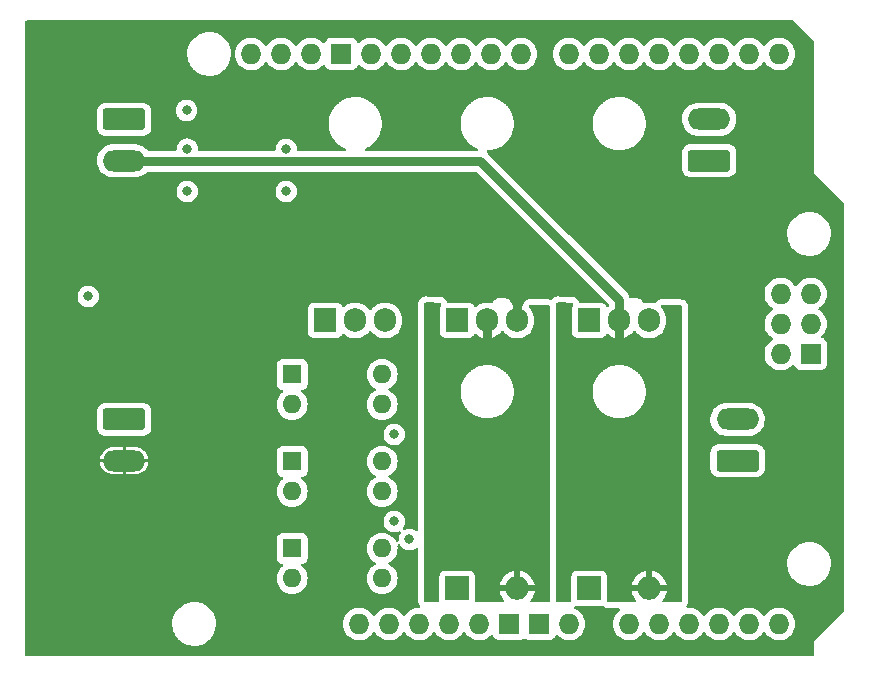
<source format=gbr>
%TF.GenerationSoftware,KiCad,Pcbnew,(7.0.0)*%
%TF.CreationDate,2023-04-19T19:47:20-05:00*%
%TF.ProjectId,pump-lights-siren,70756d70-2d6c-4696-9768-74732d736972,rev?*%
%TF.SameCoordinates,Original*%
%TF.FileFunction,Copper,L2,Inr*%
%TF.FilePolarity,Positive*%
%FSLAX46Y46*%
G04 Gerber Fmt 4.6, Leading zero omitted, Abs format (unit mm)*
G04 Created by KiCad (PCBNEW (7.0.0)) date 2023-04-19 19:47:20*
%MOMM*%
%LPD*%
G01*
G04 APERTURE LIST*
G04 Aperture macros list*
%AMRoundRect*
0 Rectangle with rounded corners*
0 $1 Rounding radius*
0 $2 $3 $4 $5 $6 $7 $8 $9 X,Y pos of 4 corners*
0 Add a 4 corners polygon primitive as box body*
4,1,4,$2,$3,$4,$5,$6,$7,$8,$9,$2,$3,0*
0 Add four circle primitives for the rounded corners*
1,1,$1+$1,$2,$3*
1,1,$1+$1,$4,$5*
1,1,$1+$1,$6,$7*
1,1,$1+$1,$8,$9*
0 Add four rect primitives between the rounded corners*
20,1,$1+$1,$2,$3,$4,$5,0*
20,1,$1+$1,$4,$5,$6,$7,0*
20,1,$1+$1,$6,$7,$8,$9,0*
20,1,$1+$1,$8,$9,$2,$3,0*%
G04 Aperture macros list end*
%TA.AperFunction,ComponentPad*%
%ADD10RoundRect,0.250000X1.550000X-0.650000X1.550000X0.650000X-1.550000X0.650000X-1.550000X-0.650000X0*%
%TD*%
%TA.AperFunction,ComponentPad*%
%ADD11O,3.600000X1.800000*%
%TD*%
%TA.AperFunction,ComponentPad*%
%ADD12R,1.905000X2.000000*%
%TD*%
%TA.AperFunction,ComponentPad*%
%ADD13O,1.905000X2.000000*%
%TD*%
%TA.AperFunction,ComponentPad*%
%ADD14R,2.000000X2.000000*%
%TD*%
%TA.AperFunction,ComponentPad*%
%ADD15O,2.000000X2.000000*%
%TD*%
%TA.AperFunction,ComponentPad*%
%ADD16O,1.727200X1.727200*%
%TD*%
%TA.AperFunction,ComponentPad*%
%ADD17R,1.727200X1.727200*%
%TD*%
%TA.AperFunction,ComponentPad*%
%ADD18R,1.600000X1.600000*%
%TD*%
%TA.AperFunction,ComponentPad*%
%ADD19O,1.600000X1.600000*%
%TD*%
%TA.AperFunction,ComponentPad*%
%ADD20RoundRect,0.250000X-1.550000X0.650000X-1.550000X-0.650000X1.550000X-0.650000X1.550000X0.650000X0*%
%TD*%
%TA.AperFunction,ViaPad*%
%ADD21C,0.800000*%
%TD*%
%TA.AperFunction,Conductor*%
%ADD22C,0.762000*%
%TD*%
G04 APERTURE END LIST*
D10*
%TO.N,+12P*%
%TO.C,J3*%
X167501500Y-117800000D03*
D11*
%TO.N,Net-(D11-A)*%
X167501499Y-114299999D03*
%TD*%
D12*
%TO.N,Net-(D7-A)*%
%TO.C,Q2*%
X143763999Y-105917999D03*
D13*
%TO.N,Net-(D11-A)*%
X146303999Y-105917999D03*
%TO.N,GNDPWR*%
X148843999Y-105917999D03*
%TD*%
D12*
%TO.N,Net-(D12-A)*%
%TO.C,Q3*%
X154939999Y-105917999D03*
D13*
%TO.N,Net-(D14-A)*%
X157479999Y-105917999D03*
%TO.N,GND*%
X160019999Y-105917999D03*
%TD*%
D14*
%TO.N,+12P*%
%TO.C,D11*%
X143763999Y-128609999D03*
D15*
%TO.N,Net-(D11-A)*%
X148843999Y-128609999D03*
%TD*%
D12*
%TO.N,Net-(D6-A)*%
%TO.C,Q1*%
X132587999Y-105917999D03*
D13*
%TO.N,Net-(J2-Pin_2)*%
X135127999Y-105917999D03*
%TO.N,GND*%
X137667999Y-105917999D03*
%TD*%
D10*
%TO.N,+12V*%
%TO.C,J2*%
X165100000Y-92400000D03*
D11*
%TO.N,Net-(J2-Pin_2)*%
X165099999Y-88899999D03*
%TD*%
D16*
%TO.N,*%
%TO.C,XA1*%
X135464999Y-131618736D03*
%TO.N,unconnected-(XA1-3.3V-Pad3V3)*%
X143084999Y-131618736D03*
%TO.N,unconnected-(XA1-5V-Pad5V1)*%
X145624999Y-131618736D03*
%TO.N,unconnected-(XA1-SPI_5V-Pad5V2)*%
X173691999Y-103678736D03*
%TO.N,unconnected-(XA1-PadA0)*%
X158324999Y-131618736D03*
%TO.N,unconnected-(XA1-PadA1)*%
X160864999Y-131618736D03*
%TO.N,unconnected-(XA1-PadA2)*%
X163404999Y-131618736D03*
%TO.N,a3*%
X165944999Y-131618736D03*
%TO.N,a4*%
X168484999Y-131618736D03*
%TO.N,a5*%
X171024999Y-131618736D03*
%TO.N,unconnected-(XA1-PadAREF)*%
X131400999Y-83358736D03*
%TO.N,unconnected-(XA1-D0{slash}RX-PadD0)*%
X171024999Y-83358736D03*
%TO.N,unconnected-(XA1-D1{slash}TX-PadD1)*%
X168484999Y-83358736D03*
%TO.N,unconnected-(XA1-D2_INT0-PadD2)*%
X165944999Y-83358736D03*
%TO.N,unconnected-(XA1-D3_INT1-PadD3)*%
X163404999Y-83358736D03*
%TO.N,unconnected-(XA1-PadD4)*%
X160864999Y-83358736D03*
%TO.N,unconnected-(XA1-PadD5)*%
X158324999Y-83358736D03*
%TO.N,unconnected-(XA1-PadD6)*%
X155784999Y-83358736D03*
%TO.N,unconnected-(XA1-PadD7)*%
X153244999Y-83358736D03*
%TO.N,unconnected-(XA1-PadD8)*%
X149180999Y-83358736D03*
%TO.N,unconnected-(XA1-PadD9)*%
X146640999Y-83358736D03*
%TO.N,unconnected-(XA1-D10_CS-PadD10)*%
X144100999Y-83358736D03*
%TO.N,unconnected-(XA1-PadD11)*%
X141560999Y-83358736D03*
%TO.N,unconnected-(XA1-PadD12)*%
X139020999Y-83358736D03*
%TO.N,unconnected-(XA1-PadD13)*%
X136480999Y-83358736D03*
D17*
%TO.N,GND*%
X133940999Y-83358736D03*
X148164999Y-131618736D03*
X150704999Y-131618736D03*
%TO.N,unconnected-(XA1-SPI_GND-PadGND4)*%
X173691999Y-108758736D03*
D16*
%TO.N,unconnected-(XA1-IOREF-PadIORF)*%
X138004999Y-131618736D03*
%TO.N,unconnected-(XA1-SPI_MISO-PadMISO)*%
X171151999Y-103678736D03*
%TO.N,unconnected-(XA1-SPI_MOSI-PadMOSI)*%
X173691999Y-106218736D03*
%TO.N,unconnected-(XA1-RESET-PadRST1)*%
X140544999Y-131618736D03*
%TO.N,unconnected-(XA1-SPI_RESET-PadRST2)*%
X171151999Y-108758736D03*
%TO.N,unconnected-(XA1-SPI_SCK-PadSCK)*%
X171151999Y-106218736D03*
%TO.N,unconnected-(XA1-PadSCL)*%
X126320999Y-83358736D03*
%TO.N,unconnected-(XA1-PadSDA)*%
X128860999Y-83358736D03*
%TO.N,+12V*%
X153244999Y-131618736D03*
%TD*%
D18*
%TO.N,a3*%
%TO.C,T2*%
X129793999Y-125221999D03*
D19*
%TO.N,Net-(T2-LogicGnd)*%
X129793999Y-127761999D03*
%TO.N,Net-(T2-Emitter)*%
X137413999Y-127761999D03*
%TO.N,+12P*%
X137413999Y-125221999D03*
%TD*%
D18*
%TO.N,a4*%
%TO.C,T3*%
X129793999Y-117855999D03*
D19*
%TO.N,Net-(T3-LogicGnd)*%
X129793999Y-120395999D03*
%TO.N,Net-(T3-Emitter)*%
X137413999Y-120395999D03*
%TO.N,+12V*%
X137413999Y-117855999D03*
%TD*%
D20*
%TO.N,+12V*%
%TO.C,J4*%
X115570000Y-88900000D03*
D11*
%TO.N,Net-(D14-A)*%
X115569999Y-92399999D03*
%TD*%
D18*
%TO.N,a5*%
%TO.C,T1*%
X129793999Y-110489999D03*
D19*
%TO.N,Net-(T1-LogicGnd)*%
X129793999Y-113029999D03*
%TO.N,Net-(T1-Emitter)*%
X137413999Y-113029999D03*
%TO.N,+12V*%
X137413999Y-110489999D03*
%TD*%
D14*
%TO.N,+12V*%
%TO.C,D14*%
X154939999Y-128609999D03*
D15*
%TO.N,Net-(D14-A)*%
X160019999Y-128609999D03*
%TD*%
D20*
%TO.N,+12P*%
%TO.C,J1*%
X115570000Y-114300000D03*
D11*
%TO.N,GNDPWR*%
X115569999Y-117799999D03*
%TD*%
D21*
%TO.N,+12V*%
X120857000Y-88138000D03*
X120904000Y-94996000D03*
X112522000Y-103886000D03*
%TO.N,+12P*%
X120904000Y-91419500D03*
%TO.N,Net-(D6-A)*%
X138430000Y-115570000D03*
%TO.N,GNDPWR*%
X126238000Y-129540000D03*
%TO.N,Net-(D7-A)*%
X139700000Y-124460000D03*
%TO.N,Net-(D11-A)*%
X129286000Y-91440000D03*
%TO.N,Net-(D12-A)*%
X138430000Y-122936000D03*
%TO.N,Net-(D14-A)*%
X129286000Y-94996000D03*
%TD*%
D22*
%TO.N,GNDPWR*%
X148844000Y-105918000D02*
X148844000Y-104140000D01*
%TO.N,Net-(D11-A)*%
X146304000Y-105918000D02*
X146304000Y-107950000D01*
%TO.N,Net-(D14-A)*%
X145668000Y-92456000D02*
X115626000Y-92456000D01*
X157480000Y-104156000D02*
X145724000Y-92400000D01*
X145724000Y-92400000D02*
X145668000Y-92456000D01*
X157480000Y-105918000D02*
X157480000Y-107950000D01*
X157480000Y-105918000D02*
X157480000Y-104156000D01*
X115626000Y-92456000D02*
X115570000Y-92400000D01*
%TD*%
%TA.AperFunction,Conductor*%
%TO.N,Net-(D11-A)*%
G36*
X141381243Y-104403791D02*
G01*
X142309937Y-104425903D01*
X142374022Y-104445552D01*
X142418518Y-104495686D01*
X142430421Y-104561653D01*
X142406250Y-104624177D01*
X142390574Y-104645118D01*
X142367704Y-104675669D01*
X142364604Y-104683978D01*
X142364604Y-104683980D01*
X142320120Y-104803247D01*
X142320119Y-104803250D01*
X142317409Y-104810517D01*
X142316579Y-104818227D01*
X142316579Y-104818232D01*
X142311355Y-104866819D01*
X142311354Y-104866831D01*
X142311000Y-104870127D01*
X142311000Y-104873448D01*
X142311000Y-104873449D01*
X142311000Y-106962560D01*
X142311000Y-106962578D01*
X142311001Y-106965872D01*
X142311353Y-106969150D01*
X142311354Y-106969161D01*
X142316579Y-107017768D01*
X142316580Y-107017773D01*
X142317409Y-107025483D01*
X142320119Y-107032749D01*
X142320120Y-107032753D01*
X142322141Y-107038171D01*
X142367704Y-107160331D01*
X142373018Y-107167430D01*
X142373019Y-107167431D01*
X142388799Y-107188511D01*
X142453954Y-107275546D01*
X142569169Y-107361796D01*
X142704017Y-107412091D01*
X142763627Y-107418500D01*
X144764372Y-107418499D01*
X144823983Y-107412091D01*
X144958831Y-107361796D01*
X145074046Y-107275546D01*
X145160296Y-107160331D01*
X145171908Y-107129195D01*
X145204019Y-107081379D01*
X145254273Y-107053228D01*
X145311823Y-107050820D01*
X145364253Y-107074675D01*
X145502787Y-107182501D01*
X145511345Y-107188093D01*
X145714031Y-107297780D01*
X145723386Y-107301883D01*
X145941357Y-107376713D01*
X145951268Y-107379224D01*
X146040679Y-107394144D01*
X146051636Y-107393577D01*
X146054000Y-107382860D01*
X146054000Y-105792000D01*
X146070613Y-105730000D01*
X146116000Y-105684613D01*
X146178000Y-105668000D01*
X146430000Y-105668000D01*
X146492000Y-105684613D01*
X146537387Y-105730000D01*
X146554000Y-105792000D01*
X146554000Y-107382860D01*
X146556363Y-107393577D01*
X146567320Y-107394144D01*
X146656731Y-107379224D01*
X146666642Y-107376713D01*
X146884613Y-107301883D01*
X146893968Y-107297780D01*
X147096654Y-107188093D01*
X147105212Y-107182501D01*
X147287081Y-107040946D01*
X147294591Y-107034033D01*
X147450679Y-106864477D01*
X147456960Y-106856407D01*
X147469891Y-106836615D01*
X147514683Y-106795381D01*
X147573701Y-106780435D01*
X147632719Y-106795381D01*
X147677510Y-106836614D01*
X147690644Y-106856717D01*
X147693449Y-106861010D01*
X147696914Y-106864774D01*
X147696918Y-106864779D01*
X147786932Y-106962560D01*
X147856537Y-107038171D01*
X147860583Y-107041320D01*
X147860584Y-107041321D01*
X147912051Y-107081379D01*
X148046561Y-107186072D01*
X148258336Y-107300679D01*
X148486087Y-107378866D01*
X148723601Y-107418500D01*
X148959266Y-107418500D01*
X148964399Y-107418500D01*
X149201913Y-107378866D01*
X149429664Y-107300679D01*
X149641439Y-107186072D01*
X149831463Y-107038171D01*
X149994551Y-106861010D01*
X150126255Y-106659422D01*
X150222983Y-106438905D01*
X150282095Y-106205476D01*
X150297000Y-106025600D01*
X150297000Y-105810400D01*
X150282095Y-105630524D01*
X150222983Y-105397095D01*
X150126255Y-105176578D01*
X150010488Y-104999384D01*
X149997352Y-104979277D01*
X149997350Y-104979275D01*
X149994551Y-104974990D01*
X149991083Y-104971223D01*
X149991081Y-104971220D01*
X149847791Y-104815566D01*
X149819725Y-104765413D01*
X149817285Y-104707994D01*
X149840996Y-104655641D01*
X149885764Y-104619602D01*
X149941971Y-104607618D01*
X151216955Y-104637975D01*
X151516952Y-104645118D01*
X151577696Y-104662693D01*
X151621876Y-104707937D01*
X151638000Y-104769083D01*
X151638000Y-129670000D01*
X151621387Y-129732000D01*
X151576000Y-129777387D01*
X151514000Y-129794000D01*
X150075552Y-129794000D01*
X150020172Y-129780946D01*
X149976453Y-129744534D01*
X149953597Y-129692429D01*
X149956419Y-129635602D01*
X149984322Y-129586017D01*
X150028292Y-129538252D01*
X150034575Y-129530179D01*
X150164927Y-129330661D01*
X150169792Y-129321671D01*
X150265527Y-129103414D01*
X150268846Y-129093747D01*
X150324564Y-128873724D01*
X150324795Y-128862525D01*
X150313881Y-128860000D01*
X147374119Y-128860000D01*
X147363204Y-128862525D01*
X147363435Y-128873724D01*
X147419153Y-129093747D01*
X147422472Y-129103414D01*
X147518207Y-129321671D01*
X147523072Y-129330661D01*
X147653424Y-129530179D01*
X147659707Y-129538252D01*
X147703678Y-129586017D01*
X147731581Y-129635602D01*
X147734403Y-129692429D01*
X147711547Y-129744534D01*
X147667828Y-129780946D01*
X147612448Y-129794000D01*
X145387850Y-129794000D01*
X145323943Y-129776263D01*
X145278318Y-129728128D01*
X145264028Y-129663363D01*
X145264145Y-129661174D01*
X145264500Y-129657873D01*
X145264499Y-128357474D01*
X147363204Y-128357474D01*
X147374119Y-128360000D01*
X148577674Y-128360000D01*
X148590549Y-128356549D01*
X148594000Y-128343674D01*
X149094000Y-128343674D01*
X149097450Y-128356549D01*
X149110326Y-128360000D01*
X150313881Y-128360000D01*
X150324795Y-128357474D01*
X150324564Y-128346275D01*
X150268846Y-128126252D01*
X150265527Y-128116585D01*
X150169792Y-127898328D01*
X150164927Y-127889338D01*
X150034575Y-127689820D01*
X150028292Y-127681747D01*
X149866872Y-127506399D01*
X149859362Y-127499486D01*
X149671281Y-127353096D01*
X149662723Y-127347504D01*
X149453114Y-127234070D01*
X149443760Y-127229967D01*
X149218341Y-127152581D01*
X149208432Y-127150072D01*
X149107320Y-127133199D01*
X149096363Y-127133766D01*
X149094000Y-127144484D01*
X149094000Y-128343674D01*
X148594000Y-128343674D01*
X148594000Y-127144484D01*
X148591636Y-127133766D01*
X148580679Y-127133199D01*
X148479567Y-127150072D01*
X148469658Y-127152581D01*
X148244239Y-127229967D01*
X148234885Y-127234070D01*
X148025276Y-127347504D01*
X148016718Y-127353096D01*
X147828637Y-127499486D01*
X147821127Y-127506399D01*
X147659707Y-127681747D01*
X147653424Y-127689820D01*
X147523072Y-127889338D01*
X147518207Y-127898328D01*
X147422472Y-128116585D01*
X147419153Y-128126252D01*
X147363435Y-128346275D01*
X147363204Y-128357474D01*
X145264499Y-128357474D01*
X145264499Y-127562128D01*
X145258091Y-127502517D01*
X145207796Y-127367669D01*
X145121546Y-127252454D01*
X145006331Y-127166204D01*
X144871483Y-127115909D01*
X144863770Y-127115079D01*
X144863767Y-127115079D01*
X144815180Y-127109855D01*
X144815169Y-127109854D01*
X144811873Y-127109500D01*
X144808550Y-127109500D01*
X142719439Y-127109500D01*
X142719420Y-127109500D01*
X142716128Y-127109501D01*
X142712850Y-127109853D01*
X142712838Y-127109854D01*
X142664231Y-127115079D01*
X142664225Y-127115080D01*
X142656517Y-127115909D01*
X142649252Y-127118618D01*
X142649246Y-127118620D01*
X142529980Y-127163104D01*
X142529978Y-127163104D01*
X142521669Y-127166204D01*
X142514572Y-127171516D01*
X142514568Y-127171519D01*
X142413550Y-127247141D01*
X142413546Y-127247144D01*
X142406454Y-127252454D01*
X142401144Y-127259546D01*
X142401141Y-127259550D01*
X142325519Y-127360568D01*
X142325516Y-127360572D01*
X142320204Y-127367669D01*
X142317104Y-127375978D01*
X142317104Y-127375980D01*
X142272620Y-127495247D01*
X142272619Y-127495250D01*
X142269909Y-127502517D01*
X142269079Y-127510227D01*
X142269079Y-127510232D01*
X142263855Y-127558819D01*
X142263854Y-127558831D01*
X142263500Y-127562127D01*
X142263500Y-127565448D01*
X142263500Y-127565449D01*
X142263500Y-129654557D01*
X142263500Y-129654575D01*
X142263501Y-129657872D01*
X142263854Y-129661163D01*
X142263973Y-129663364D01*
X142249682Y-129728128D01*
X142204058Y-129776264D01*
X142140151Y-129794000D01*
X141094000Y-129794000D01*
X141032000Y-129777387D01*
X140986613Y-129732000D01*
X140970000Y-129670000D01*
X140970000Y-111950000D01*
X144048671Y-111950000D01*
X144048936Y-111954044D01*
X144050635Y-111979968D01*
X144050831Y-111992219D01*
X144049861Y-112021221D01*
X144049861Y-112021230D01*
X144049723Y-112025369D01*
X144050137Y-112029490D01*
X144050138Y-112029502D01*
X144060664Y-112134136D01*
X144061021Y-112138436D01*
X144065806Y-112211432D01*
X144067966Y-112244380D01*
X144068757Y-112248357D01*
X144068759Y-112248372D01*
X144074469Y-112277083D01*
X144076228Y-112288852D01*
X144079466Y-112321033D01*
X144079467Y-112321040D01*
X144079882Y-112325162D01*
X144080843Y-112329197D01*
X144080845Y-112329205D01*
X144104457Y-112428288D01*
X144105452Y-112432841D01*
X144114201Y-112476823D01*
X144125519Y-112533722D01*
X144126822Y-112537563D01*
X144126826Y-112537575D01*
X144137300Y-112568433D01*
X144140501Y-112579538D01*
X144148769Y-112614229D01*
X144148773Y-112614243D01*
X144149731Y-112618261D01*
X144151214Y-112622112D01*
X144151217Y-112622121D01*
X144186644Y-112714105D01*
X144188348Y-112718811D01*
X144213894Y-112794067D01*
X144220348Y-112813077D01*
X144222141Y-112816713D01*
X144222142Y-112816715D01*
X144238022Y-112848916D01*
X144242523Y-112859191D01*
X144256534Y-112895568D01*
X144258023Y-112899434D01*
X144260014Y-112903067D01*
X144305787Y-112986594D01*
X144308249Y-112991325D01*
X144350828Y-113077665D01*
X144353081Y-113081037D01*
X144353084Y-113081042D01*
X144374868Y-113113644D01*
X144380507Y-113122941D01*
X144402825Y-113163665D01*
X144405284Y-113167002D01*
X144405287Y-113167007D01*
X144459826Y-113241028D01*
X144463099Y-113245691D01*
X144514727Y-113322957D01*
X144517399Y-113326004D01*
X144517403Y-113326009D01*
X144545445Y-113357985D01*
X144552039Y-113366180D01*
X144581554Y-113406238D01*
X144584439Y-113409221D01*
X144646064Y-113472942D01*
X144650156Y-113477385D01*
X144688245Y-113520816D01*
X144709242Y-113544758D01*
X144712289Y-113547430D01*
X144712291Y-113547432D01*
X144746755Y-113577657D01*
X144754128Y-113584679D01*
X144785192Y-113616798D01*
X144791020Y-113622824D01*
X144800921Y-113630643D01*
X144861241Y-113678276D01*
X144866152Y-113682364D01*
X144931043Y-113739273D01*
X144975308Y-113768850D01*
X144983228Y-113774609D01*
X145027485Y-113809558D01*
X145031052Y-113811671D01*
X145031054Y-113811672D01*
X145101610Y-113853462D01*
X145107309Y-113857050D01*
X145169920Y-113898886D01*
X145176335Y-113903172D01*
X145179975Y-113904967D01*
X145227036Y-113928175D01*
X145235381Y-113932695D01*
X145286730Y-113963109D01*
X145290534Y-113964722D01*
X145290538Y-113964724D01*
X145363009Y-113995454D01*
X145369439Y-113998400D01*
X145440923Y-114033652D01*
X145497585Y-114052886D01*
X145506134Y-114056144D01*
X145564128Y-114080736D01*
X145638578Y-114101129D01*
X145640832Y-114101747D01*
X145647916Y-114103916D01*
X145720278Y-114128481D01*
X145782232Y-114140804D01*
X145790786Y-114142824D01*
X145854729Y-114160340D01*
X145930297Y-114170502D01*
X145937934Y-114171774D01*
X146009620Y-114186034D01*
X146013660Y-114186298D01*
X146013662Y-114186299D01*
X146020676Y-114186758D01*
X146075972Y-114190382D01*
X146084339Y-114191218D01*
X146153347Y-114200500D01*
X146226273Y-114200500D01*
X146234383Y-114200766D01*
X146304000Y-114205329D01*
X146376239Y-114200594D01*
X146378143Y-114200500D01*
X146379244Y-114200500D01*
X146452670Y-114195584D01*
X146452844Y-114195610D01*
X146452842Y-114195573D01*
X146452841Y-114195573D01*
X146598380Y-114186034D01*
X146599453Y-114185819D01*
X146599685Y-114185797D01*
X146600488Y-114185689D01*
X146604634Y-114185412D01*
X146747658Y-114156341D01*
X146887722Y-114128481D01*
X146890833Y-114127424D01*
X146895192Y-114126398D01*
X146895828Y-114126223D01*
X146899903Y-114125396D01*
X147034443Y-114078678D01*
X147035251Y-114078401D01*
X147106076Y-114054359D01*
X147167077Y-114033652D01*
X147170722Y-114031853D01*
X147174476Y-114030299D01*
X147174570Y-114030528D01*
X147176820Y-114029580D01*
X147176803Y-114029538D01*
X147180614Y-114027921D01*
X147184537Y-114026560D01*
X147308742Y-113963795D01*
X147309651Y-113963341D01*
X147431665Y-113903172D01*
X147435041Y-113900915D01*
X147438557Y-113898886D01*
X147438564Y-113898899D01*
X147447540Y-113893658D01*
X147453459Y-113890668D01*
X147565602Y-113813685D01*
X147566536Y-113813053D01*
X147676957Y-113739273D01*
X147682074Y-113734784D01*
X147693655Y-113725781D01*
X147701869Y-113720144D01*
X147800143Y-113631258D01*
X147801491Y-113630057D01*
X147898758Y-113544758D01*
X147905434Y-113537143D01*
X147915494Y-113526930D01*
X147925333Y-113518032D01*
X148008799Y-113419305D01*
X148010127Y-113417764D01*
X148093273Y-113322957D01*
X148100744Y-113311774D01*
X148109144Y-113300618D01*
X148119865Y-113287939D01*
X148187611Y-113181815D01*
X148188972Y-113179732D01*
X148257172Y-113077665D01*
X148264588Y-113062625D01*
X148271274Y-113050759D01*
X148281993Y-113033970D01*
X148333611Y-112922733D01*
X148334806Y-112920236D01*
X148387652Y-112813077D01*
X148394109Y-112794053D01*
X148399048Y-112781722D01*
X148407078Y-112764419D01*
X148407079Y-112764414D01*
X148408823Y-112760658D01*
X148444150Y-112646773D01*
X148445150Y-112643691D01*
X148482481Y-112533722D01*
X148487047Y-112510759D01*
X148490225Y-112498238D01*
X148498093Y-112472879D01*
X148517383Y-112358516D01*
X148518023Y-112355033D01*
X148540034Y-112244380D01*
X148541781Y-112217712D01*
X148543239Y-112205229D01*
X148548209Y-112175770D01*
X148551973Y-112063173D01*
X148552169Y-112059227D01*
X148554389Y-112025369D01*
X148559329Y-111950000D01*
X148557363Y-111920022D01*
X148557167Y-111907803D01*
X148558277Y-111874631D01*
X148547336Y-111765880D01*
X148546979Y-111761584D01*
X148544802Y-111728367D01*
X148540034Y-111655620D01*
X148533528Y-111622912D01*
X148531770Y-111611143D01*
X148528533Y-111578967D01*
X148528118Y-111574838D01*
X148503532Y-111471675D01*
X148502556Y-111467210D01*
X148482481Y-111366278D01*
X148470695Y-111331559D01*
X148467496Y-111320457D01*
X148459229Y-111285769D01*
X148458269Y-111281739D01*
X148421351Y-111185884D01*
X148419655Y-111181200D01*
X148396245Y-111112237D01*
X148387652Y-111086923D01*
X148369973Y-111051073D01*
X148365479Y-111040816D01*
X148349977Y-111000566D01*
X148302196Y-110913378D01*
X148299755Y-110908688D01*
X148257172Y-110822336D01*
X148254912Y-110818953D01*
X148254911Y-110818952D01*
X148233133Y-110786360D01*
X148227491Y-110777058D01*
X148226782Y-110775765D01*
X148205175Y-110736335D01*
X148148169Y-110658966D01*
X148144897Y-110654304D01*
X148093273Y-110577043D01*
X148062553Y-110542013D01*
X148055954Y-110533810D01*
X148028908Y-110497103D01*
X148028905Y-110497100D01*
X148026446Y-110493762D01*
X147961934Y-110427056D01*
X147957842Y-110422613D01*
X147910165Y-110368249D01*
X147898758Y-110355242D01*
X147895717Y-110352575D01*
X147895707Y-110352565D01*
X147861237Y-110322335D01*
X147853864Y-110315313D01*
X147819861Y-110280155D01*
X147816980Y-110277176D01*
X147813730Y-110274609D01*
X147813725Y-110274605D01*
X147746768Y-110221730D01*
X147741858Y-110217643D01*
X147680015Y-110163408D01*
X147680007Y-110163402D01*
X147676957Y-110160727D01*
X147673583Y-110158473D01*
X147673572Y-110158464D01*
X147632701Y-110131154D01*
X147624745Y-110125369D01*
X147583770Y-110093012D01*
X147583766Y-110093009D01*
X147580515Y-110090442D01*
X147576945Y-110088327D01*
X147576940Y-110088324D01*
X147506387Y-110046535D01*
X147500690Y-110042948D01*
X147435042Y-109999084D01*
X147435037Y-109999081D01*
X147431665Y-109996828D01*
X147428030Y-109995035D01*
X147428026Y-109995033D01*
X147380949Y-109971816D01*
X147372615Y-109967302D01*
X147321270Y-109936891D01*
X147244997Y-109904548D01*
X147238570Y-109901603D01*
X147170720Y-109868143D01*
X147170701Y-109868135D01*
X147167077Y-109866348D01*
X147163247Y-109865047D01*
X147163245Y-109865047D01*
X147110409Y-109847111D01*
X147101863Y-109843853D01*
X147047700Y-109820886D01*
X147047684Y-109820880D01*
X147043872Y-109819264D01*
X147039874Y-109818168D01*
X147039866Y-109818166D01*
X146967154Y-109798248D01*
X146960074Y-109796079D01*
X146887722Y-109771519D01*
X146883749Y-109770728D01*
X146883739Y-109770726D01*
X146825777Y-109759197D01*
X146817210Y-109757174D01*
X146757270Y-109740755D01*
X146757264Y-109740753D01*
X146753271Y-109739660D01*
X146749170Y-109739108D01*
X146749158Y-109739106D01*
X146677717Y-109729497D01*
X146670058Y-109728222D01*
X146602361Y-109714757D01*
X146602348Y-109714755D01*
X146598380Y-109713966D01*
X146594328Y-109713700D01*
X146594325Y-109713700D01*
X146532070Y-109709619D01*
X146523655Y-109708779D01*
X146458756Y-109700051D01*
X146458744Y-109700050D01*
X146454653Y-109699500D01*
X146450512Y-109699500D01*
X146381727Y-109699500D01*
X146373617Y-109699234D01*
X146308058Y-109694937D01*
X146304000Y-109694671D01*
X146231776Y-109699404D01*
X146229855Y-109699500D01*
X146228756Y-109699500D01*
X146226696Y-109699637D01*
X146226692Y-109699638D01*
X146155157Y-109704426D01*
X146154987Y-109704437D01*
X146012845Y-109713754D01*
X146012827Y-109713755D01*
X146009620Y-109713966D01*
X146008533Y-109714181D01*
X146008259Y-109714209D01*
X146007503Y-109714310D01*
X146003366Y-109714588D01*
X145999308Y-109715412D01*
X145999306Y-109715413D01*
X145860650Y-109743595D01*
X145860146Y-109743696D01*
X145724251Y-109770728D01*
X145724240Y-109770730D01*
X145720278Y-109771519D01*
X145717169Y-109772573D01*
X145712810Y-109773600D01*
X145712160Y-109773777D01*
X145708097Y-109774604D01*
X145704182Y-109775963D01*
X145704176Y-109775965D01*
X145573651Y-109821287D01*
X145572837Y-109821567D01*
X145444765Y-109865043D01*
X145444754Y-109865047D01*
X145440923Y-109866348D01*
X145437284Y-109868141D01*
X145433538Y-109869694D01*
X145433454Y-109869492D01*
X145431182Y-109870439D01*
X145431192Y-109870462D01*
X145427360Y-109872086D01*
X145423463Y-109873440D01*
X145419789Y-109875296D01*
X145419769Y-109875305D01*
X145299241Y-109936210D01*
X145298162Y-109936749D01*
X145293602Y-109938998D01*
X145176336Y-109996828D01*
X145172972Y-109999075D01*
X145169446Y-110001111D01*
X145169439Y-110001099D01*
X145160491Y-110006324D01*
X145158242Y-110007460D01*
X145158223Y-110007470D01*
X145154541Y-110009332D01*
X145151139Y-110011667D01*
X145151126Y-110011675D01*
X145042584Y-110086185D01*
X145041298Y-110087056D01*
X144934423Y-110158468D01*
X144934417Y-110158472D01*
X144931043Y-110160727D01*
X144927996Y-110163398D01*
X144927979Y-110163412D01*
X144925914Y-110165224D01*
X144914353Y-110174211D01*
X144909554Y-110177505D01*
X144909543Y-110177513D01*
X144906131Y-110179856D01*
X144903058Y-110182634D01*
X144903052Y-110182640D01*
X144807881Y-110268716D01*
X144806465Y-110269977D01*
X144712289Y-110352568D01*
X144712274Y-110352582D01*
X144709242Y-110355242D01*
X144706580Y-110358276D01*
X144706567Y-110358290D01*
X144702557Y-110362863D01*
X144692520Y-110373055D01*
X144685735Y-110379191D01*
X144685720Y-110379206D01*
X144682667Y-110381968D01*
X144680003Y-110385118D01*
X144679999Y-110385123D01*
X144599299Y-110480575D01*
X144597836Y-110482274D01*
X144517407Y-110573986D01*
X144517400Y-110573994D01*
X144514727Y-110577043D01*
X144512471Y-110580417D01*
X144512467Y-110580424D01*
X144507247Y-110588235D01*
X144498852Y-110599382D01*
X144490813Y-110608891D01*
X144490800Y-110608907D01*
X144488135Y-110612061D01*
X144485913Y-110615541D01*
X144485909Y-110615547D01*
X144420420Y-110718132D01*
X144419005Y-110720297D01*
X144353087Y-110818953D01*
X144353078Y-110818968D01*
X144350828Y-110822336D01*
X144349034Y-110825971D01*
X144349033Y-110825975D01*
X144343412Y-110837372D01*
X144336727Y-110849234D01*
X144328236Y-110862536D01*
X144328227Y-110862550D01*
X144326007Y-110866030D01*
X144324271Y-110869769D01*
X144324267Y-110869778D01*
X144274412Y-110977212D01*
X144273146Y-110979857D01*
X144240508Y-111046042D01*
X144220348Y-111086923D01*
X144219046Y-111090755D01*
X144219045Y-111090760D01*
X144213891Y-111105943D01*
X144208954Y-111118271D01*
X144200923Y-111135577D01*
X144200918Y-111135589D01*
X144199177Y-111139342D01*
X144197949Y-111143298D01*
X144197946Y-111143308D01*
X144163852Y-111253215D01*
X144162850Y-111256300D01*
X144125519Y-111366278D01*
X144124727Y-111370254D01*
X144124723Y-111370273D01*
X144120951Y-111389236D01*
X144117769Y-111401774D01*
X144109907Y-111427121D01*
X144109219Y-111431194D01*
X144109214Y-111431219D01*
X144090622Y-111541434D01*
X144089968Y-111544996D01*
X144068758Y-111651636D01*
X144067966Y-111655620D01*
X144067701Y-111659662D01*
X144067700Y-111659672D01*
X144066218Y-111682274D01*
X144064758Y-111694777D01*
X144060479Y-111720148D01*
X144059791Y-111724230D01*
X144059652Y-111728357D01*
X144059652Y-111728367D01*
X144056027Y-111836779D01*
X144055831Y-111840743D01*
X144053339Y-111878774D01*
X144048671Y-111950000D01*
X140970000Y-111950000D01*
X140970000Y-104520988D01*
X140987108Y-104458138D01*
X141033712Y-104412631D01*
X141096951Y-104397023D01*
X141381243Y-104403791D01*
G37*
%TD.AperFunction*%
%TD*%
%TA.AperFunction,Conductor*%
%TO.N,GNDPWR*%
G36*
X172207883Y-80527939D02*
G01*
X172248111Y-80554819D01*
X173953181Y-82259888D01*
X173980061Y-82300116D01*
X173989500Y-82347569D01*
X173989500Y-93471899D01*
X173989458Y-93472000D01*
X173989576Y-93472284D01*
X173989617Y-93472383D01*
X173989715Y-93472423D01*
X173998301Y-93481009D01*
X173998302Y-93481010D01*
X176493181Y-95975888D01*
X176520061Y-96016116D01*
X176529500Y-96063569D01*
X176529500Y-130504431D01*
X176520061Y-130551884D01*
X176493181Y-130592112D01*
X173998060Y-133087229D01*
X173998055Y-133087235D01*
X173989715Y-133095576D01*
X173989617Y-133095617D01*
X173989576Y-133095715D01*
X173989576Y-133095716D01*
X173989458Y-133096000D01*
X173989500Y-133096101D01*
X173989500Y-133108051D01*
X173989500Y-134241500D01*
X173972887Y-134303500D01*
X173927500Y-134348887D01*
X173865500Y-134365500D01*
X107442099Y-134365500D01*
X107312500Y-134365500D01*
X107250500Y-134348887D01*
X107205113Y-134303500D01*
X107188500Y-134241500D01*
X107188500Y-131686648D01*
X119636780Y-131686648D01*
X119637274Y-131691145D01*
X119637275Y-131691150D01*
X119665973Y-131951972D01*
X119665974Y-131951979D01*
X119666470Y-131956484D01*
X119667615Y-131960864D01*
X119667617Y-131960874D01*
X119731125Y-132203793D01*
X119735132Y-132219121D01*
X119736897Y-132223275D01*
X119736900Y-132223283D01*
X119838865Y-132463225D01*
X119841303Y-132468961D01*
X119843665Y-132472832D01*
X119843666Y-132472833D01*
X119911128Y-132583375D01*
X119982719Y-132700681D01*
X119985612Y-132704157D01*
X119985614Y-132704160D01*
X120002681Y-132724668D01*
X120156368Y-132909341D01*
X120159734Y-132912357D01*
X120159737Y-132912360D01*
X120228214Y-132973716D01*
X120358546Y-133090494D01*
X120584947Y-133240279D01*
X120830743Y-133355504D01*
X120835077Y-133356808D01*
X120835080Y-133356809D01*
X120897963Y-133375727D01*
X121090697Y-133433712D01*
X121359268Y-133473237D01*
X121560520Y-133473237D01*
X121562781Y-133473237D01*
X121765740Y-133458382D01*
X122030709Y-133399358D01*
X122284261Y-133302383D01*
X122520991Y-133169523D01*
X122735853Y-133003612D01*
X122924269Y-132808184D01*
X123082223Y-132587405D01*
X123206348Y-132345981D01*
X123293998Y-132089057D01*
X123343306Y-131822108D01*
X123353220Y-131550826D01*
X123323530Y-131280990D01*
X123254868Y-131018353D01*
X123148697Y-130768513D01*
X123007281Y-130536793D01*
X122987657Y-130513213D01*
X122912119Y-130422445D01*
X122833632Y-130328133D01*
X122830265Y-130325116D01*
X122830262Y-130325113D01*
X122634820Y-130149996D01*
X122631454Y-130146980D01*
X122490293Y-130053589D01*
X122408835Y-129999697D01*
X122408833Y-129999696D01*
X122405053Y-129997195D01*
X122400946Y-129995269D01*
X122400943Y-129995268D01*
X122163363Y-129883895D01*
X122163365Y-129883895D01*
X122159257Y-129881970D01*
X122154929Y-129880668D01*
X122154919Y-129880664D01*
X121903641Y-129805067D01*
X121903639Y-129805066D01*
X121899303Y-129803762D01*
X121894823Y-129803102D01*
X121894820Y-129803102D01*
X121635206Y-129764895D01*
X121635200Y-129764894D01*
X121630732Y-129764237D01*
X121427219Y-129764237D01*
X121424968Y-129764401D01*
X121424961Y-129764402D01*
X121228779Y-129778761D01*
X121228775Y-129778761D01*
X121224260Y-129779092D01*
X121219846Y-129780075D01*
X121219834Y-129780077D01*
X120963717Y-129837129D01*
X120963703Y-129837133D01*
X120959291Y-129838116D01*
X120955065Y-129839732D01*
X120955056Y-129839735D01*
X120709970Y-129933472D01*
X120709960Y-129933476D01*
X120705739Y-129935091D01*
X120701798Y-129937302D01*
X120701789Y-129937307D01*
X120472960Y-130065733D01*
X120472954Y-130065736D01*
X120469009Y-130067951D01*
X120465438Y-130070708D01*
X120465425Y-130070717D01*
X120257731Y-130231094D01*
X120257726Y-130231097D01*
X120254147Y-130233862D01*
X120251007Y-130237117D01*
X120251000Y-130237125D01*
X120068875Y-130426028D01*
X120068868Y-130426035D01*
X120065731Y-130429290D01*
X120063106Y-130432958D01*
X120063096Y-130432971D01*
X119910410Y-130646388D01*
X119910406Y-130646393D01*
X119907777Y-130650069D01*
X119905708Y-130654092D01*
X119905705Y-130654098D01*
X119785726Y-130887457D01*
X119785720Y-130887468D01*
X119783652Y-130891493D01*
X119782192Y-130895772D01*
X119782188Y-130895782D01*
X119697463Y-131144133D01*
X119696002Y-131148417D01*
X119695179Y-131152870D01*
X119695179Y-131152872D01*
X119647517Y-131410905D01*
X119647515Y-131410918D01*
X119646694Y-131415366D01*
X119646528Y-131419892D01*
X119646528Y-131419898D01*
X119636945Y-131682119D01*
X119636945Y-131682126D01*
X119636780Y-131686648D01*
X107188500Y-131686648D01*
X107188500Y-127762000D01*
X128488532Y-127762000D01*
X128489004Y-127767395D01*
X128502385Y-127920348D01*
X128508365Y-127988692D01*
X128509762Y-127993907D01*
X128509764Y-127993916D01*
X128565858Y-128203263D01*
X128565861Y-128203271D01*
X128567261Y-128208496D01*
X128569549Y-128213403D01*
X128569550Y-128213405D01*
X128599116Y-128276809D01*
X128663432Y-128414734D01*
X128793953Y-128601139D01*
X128954861Y-128762047D01*
X129141266Y-128892568D01*
X129347504Y-128988739D01*
X129567308Y-129047635D01*
X129794000Y-129067468D01*
X130020692Y-129047635D01*
X130240496Y-128988739D01*
X130446734Y-128892568D01*
X130633139Y-128762047D01*
X130794047Y-128601139D01*
X130924568Y-128414734D01*
X131020739Y-128208496D01*
X131079635Y-127988692D01*
X131099468Y-127762000D01*
X131079635Y-127535308D01*
X131020739Y-127315504D01*
X130924568Y-127109266D01*
X130794047Y-126922861D01*
X130633139Y-126761953D01*
X130608535Y-126744725D01*
X130569398Y-126699883D01*
X130555665Y-126641969D01*
X130570499Y-126584328D01*
X130610485Y-126540239D01*
X130666406Y-126519861D01*
X130701483Y-126516091D01*
X130836331Y-126465796D01*
X130951546Y-126379546D01*
X131037796Y-126264331D01*
X131088091Y-126129483D01*
X131094500Y-126069873D01*
X131094499Y-124374128D01*
X131088091Y-124314517D01*
X131037796Y-124179669D01*
X130951546Y-124064454D01*
X130836331Y-123978204D01*
X130724155Y-123936365D01*
X130708752Y-123930620D01*
X130708750Y-123930619D01*
X130701483Y-123927909D01*
X130693770Y-123927079D01*
X130693767Y-123927079D01*
X130645180Y-123921855D01*
X130645169Y-123921854D01*
X130641873Y-123921500D01*
X130638550Y-123921500D01*
X128949439Y-123921500D01*
X128949420Y-123921500D01*
X128946128Y-123921501D01*
X128942850Y-123921853D01*
X128942838Y-123921854D01*
X128894231Y-123927079D01*
X128894225Y-123927080D01*
X128886517Y-123927909D01*
X128879252Y-123930618D01*
X128879246Y-123930620D01*
X128759980Y-123975104D01*
X128759978Y-123975104D01*
X128751669Y-123978204D01*
X128744572Y-123983516D01*
X128744568Y-123983519D01*
X128643550Y-124059141D01*
X128643546Y-124059144D01*
X128636454Y-124064454D01*
X128631144Y-124071546D01*
X128631141Y-124071550D01*
X128555519Y-124172568D01*
X128555516Y-124172572D01*
X128550204Y-124179669D01*
X128547104Y-124187978D01*
X128547104Y-124187980D01*
X128502620Y-124307247D01*
X128502619Y-124307250D01*
X128499909Y-124314517D01*
X128499079Y-124322227D01*
X128499079Y-124322232D01*
X128493855Y-124370819D01*
X128493854Y-124370831D01*
X128493500Y-124374127D01*
X128493500Y-124377448D01*
X128493500Y-124377449D01*
X128493500Y-126066560D01*
X128493500Y-126066578D01*
X128493501Y-126069872D01*
X128493853Y-126073150D01*
X128493854Y-126073161D01*
X128499079Y-126121768D01*
X128499080Y-126121773D01*
X128499909Y-126129483D01*
X128502619Y-126136749D01*
X128502620Y-126136753D01*
X128526579Y-126200990D01*
X128550204Y-126264331D01*
X128555518Y-126271430D01*
X128555519Y-126271431D01*
X128617972Y-126354858D01*
X128636454Y-126379546D01*
X128751669Y-126465796D01*
X128886517Y-126516091D01*
X128921599Y-126519862D01*
X128977516Y-126540240D01*
X129017500Y-126584328D01*
X129032334Y-126641969D01*
X129018601Y-126699882D01*
X128979464Y-126744725D01*
X128954861Y-126761953D01*
X128951037Y-126765776D01*
X128951031Y-126765782D01*
X128797782Y-126919031D01*
X128797776Y-126919037D01*
X128793953Y-126922861D01*
X128790850Y-126927291D01*
X128790847Y-126927296D01*
X128666540Y-127104826D01*
X128666535Y-127104833D01*
X128663432Y-127109266D01*
X128661144Y-127114172D01*
X128661142Y-127114176D01*
X128569550Y-127310594D01*
X128569547Y-127310599D01*
X128567261Y-127315504D01*
X128565862Y-127320724D01*
X128565858Y-127320736D01*
X128509764Y-127530083D01*
X128509762Y-127530094D01*
X128508365Y-127535308D01*
X128507893Y-127540693D01*
X128507893Y-127540698D01*
X128491205Y-127731445D01*
X128488532Y-127762000D01*
X107188500Y-127762000D01*
X107188500Y-120396000D01*
X128488532Y-120396000D01*
X128508365Y-120622692D01*
X128509762Y-120627907D01*
X128509764Y-120627916D01*
X128565858Y-120837263D01*
X128565861Y-120837271D01*
X128567261Y-120842496D01*
X128663432Y-121048734D01*
X128793953Y-121235139D01*
X128954861Y-121396047D01*
X129141266Y-121526568D01*
X129347504Y-121622739D01*
X129567308Y-121681635D01*
X129794000Y-121701468D01*
X130020692Y-121681635D01*
X130240496Y-121622739D01*
X130446734Y-121526568D01*
X130633139Y-121396047D01*
X130794047Y-121235139D01*
X130924568Y-121048734D01*
X131020739Y-120842496D01*
X131079635Y-120622692D01*
X131099468Y-120396000D01*
X136108532Y-120396000D01*
X136128365Y-120622692D01*
X136129762Y-120627907D01*
X136129764Y-120627916D01*
X136185858Y-120837263D01*
X136185861Y-120837271D01*
X136187261Y-120842496D01*
X136283432Y-121048734D01*
X136413953Y-121235139D01*
X136574861Y-121396047D01*
X136761266Y-121526568D01*
X136967504Y-121622739D01*
X137187308Y-121681635D01*
X137414000Y-121701468D01*
X137640692Y-121681635D01*
X137860496Y-121622739D01*
X138066734Y-121526568D01*
X138253139Y-121396047D01*
X138414047Y-121235139D01*
X138544568Y-121048734D01*
X138640739Y-120842496D01*
X138699635Y-120622692D01*
X138719468Y-120396000D01*
X138699635Y-120169308D01*
X138640739Y-119949504D01*
X138544568Y-119743266D01*
X138414047Y-119556861D01*
X138253139Y-119395953D01*
X138066734Y-119265432D01*
X138008724Y-119238381D01*
X137956549Y-119192625D01*
X137937130Y-119126000D01*
X137956549Y-119059375D01*
X138008725Y-119013618D01*
X138066734Y-118986568D01*
X138253139Y-118856047D01*
X138414047Y-118695139D01*
X138544568Y-118508734D01*
X138640739Y-118302496D01*
X138699635Y-118082692D01*
X138719468Y-117856000D01*
X138699635Y-117629308D01*
X138640739Y-117409504D01*
X138544568Y-117203266D01*
X138414047Y-117016861D01*
X138253139Y-116855953D01*
X138066734Y-116725432D01*
X137860496Y-116629261D01*
X137855271Y-116627861D01*
X137855263Y-116627858D01*
X137645916Y-116571764D01*
X137645907Y-116571762D01*
X137640692Y-116570365D01*
X137635304Y-116569893D01*
X137635301Y-116569893D01*
X137419395Y-116551004D01*
X137414000Y-116550532D01*
X137408605Y-116551004D01*
X137192698Y-116569893D01*
X137192693Y-116569893D01*
X137187308Y-116570365D01*
X137182094Y-116571762D01*
X137182083Y-116571764D01*
X136972736Y-116627858D01*
X136972724Y-116627862D01*
X136967504Y-116629261D01*
X136962599Y-116631547D01*
X136962594Y-116631550D01*
X136766176Y-116723142D01*
X136766172Y-116723144D01*
X136761266Y-116725432D01*
X136756833Y-116728535D01*
X136756826Y-116728540D01*
X136579296Y-116852847D01*
X136579291Y-116852850D01*
X136574861Y-116855953D01*
X136571037Y-116859776D01*
X136571031Y-116859782D01*
X136417782Y-117013031D01*
X136417776Y-117013037D01*
X136413953Y-117016861D01*
X136410850Y-117021291D01*
X136410847Y-117021296D01*
X136286540Y-117198826D01*
X136286535Y-117198833D01*
X136283432Y-117203266D01*
X136281144Y-117208172D01*
X136281142Y-117208176D01*
X136189550Y-117404594D01*
X136189547Y-117404599D01*
X136187261Y-117409504D01*
X136185862Y-117414724D01*
X136185858Y-117414736D01*
X136129764Y-117624083D01*
X136129762Y-117624094D01*
X136128365Y-117629308D01*
X136127893Y-117634693D01*
X136127893Y-117634698D01*
X136124367Y-117675000D01*
X136108532Y-117856000D01*
X136109004Y-117861395D01*
X136115743Y-117938429D01*
X136128365Y-118082692D01*
X136129762Y-118087907D01*
X136129764Y-118087916D01*
X136185858Y-118297263D01*
X136185861Y-118297271D01*
X136187261Y-118302496D01*
X136283432Y-118508734D01*
X136286539Y-118513171D01*
X136286540Y-118513173D01*
X136353796Y-118609225D01*
X136413953Y-118695139D01*
X136574861Y-118856047D01*
X136761266Y-118986568D01*
X136766172Y-118988855D01*
X136766176Y-118988858D01*
X136819274Y-119013618D01*
X136871450Y-119059375D01*
X136890869Y-119126000D01*
X136871450Y-119192625D01*
X136819274Y-119238382D01*
X136766176Y-119263141D01*
X136766163Y-119263148D01*
X136761266Y-119265432D01*
X136756833Y-119268535D01*
X136756826Y-119268540D01*
X136579296Y-119392847D01*
X136579294Y-119392849D01*
X136574861Y-119395953D01*
X136571037Y-119399776D01*
X136571031Y-119399782D01*
X136417782Y-119553031D01*
X136417776Y-119553037D01*
X136413953Y-119556861D01*
X136410850Y-119561291D01*
X136410847Y-119561296D01*
X136286540Y-119738826D01*
X136286535Y-119738833D01*
X136283432Y-119743266D01*
X136281144Y-119748172D01*
X136281142Y-119748176D01*
X136189550Y-119944594D01*
X136189547Y-119944599D01*
X136187261Y-119949504D01*
X136185862Y-119954724D01*
X136185858Y-119954736D01*
X136129764Y-120164083D01*
X136129762Y-120164094D01*
X136128365Y-120169308D01*
X136108532Y-120396000D01*
X131099468Y-120396000D01*
X131079635Y-120169308D01*
X131020739Y-119949504D01*
X130924568Y-119743266D01*
X130794047Y-119556861D01*
X130633139Y-119395953D01*
X130608535Y-119378725D01*
X130569398Y-119333883D01*
X130555665Y-119275969D01*
X130570499Y-119218328D01*
X130610485Y-119174239D01*
X130666406Y-119153861D01*
X130701483Y-119150091D01*
X130836331Y-119099796D01*
X130951546Y-119013546D01*
X131037796Y-118898331D01*
X131088091Y-118763483D01*
X131094500Y-118703873D01*
X131094499Y-117008128D01*
X131088091Y-116948517D01*
X131037796Y-116813669D01*
X130951546Y-116698454D01*
X130936897Y-116687488D01*
X130843431Y-116617519D01*
X130843430Y-116617518D01*
X130836331Y-116612204D01*
X130724155Y-116570365D01*
X130708752Y-116564620D01*
X130708750Y-116564619D01*
X130701483Y-116561909D01*
X130693770Y-116561079D01*
X130693767Y-116561079D01*
X130645180Y-116555855D01*
X130645169Y-116555854D01*
X130641873Y-116555500D01*
X130638550Y-116555500D01*
X128949439Y-116555500D01*
X128949420Y-116555500D01*
X128946128Y-116555501D01*
X128942850Y-116555853D01*
X128942838Y-116555854D01*
X128894231Y-116561079D01*
X128894225Y-116561080D01*
X128886517Y-116561909D01*
X128879252Y-116564618D01*
X128879246Y-116564620D01*
X128759980Y-116609104D01*
X128759978Y-116609104D01*
X128751669Y-116612204D01*
X128744572Y-116617516D01*
X128744568Y-116617519D01*
X128643550Y-116693141D01*
X128643546Y-116693144D01*
X128636454Y-116698454D01*
X128631144Y-116705546D01*
X128631141Y-116705550D01*
X128555519Y-116806568D01*
X128555516Y-116806572D01*
X128550204Y-116813669D01*
X128547104Y-116821978D01*
X128547104Y-116821980D01*
X128502620Y-116941247D01*
X128502619Y-116941250D01*
X128499909Y-116948517D01*
X128499079Y-116956227D01*
X128499079Y-116956232D01*
X128493855Y-117004819D01*
X128493854Y-117004831D01*
X128493500Y-117008127D01*
X128493500Y-117011448D01*
X128493500Y-117011449D01*
X128493500Y-118700560D01*
X128493500Y-118700578D01*
X128493501Y-118703872D01*
X128493853Y-118707150D01*
X128493854Y-118707161D01*
X128499079Y-118755768D01*
X128499080Y-118755773D01*
X128499909Y-118763483D01*
X128502619Y-118770749D01*
X128502620Y-118770753D01*
X128507745Y-118784493D01*
X128550204Y-118898331D01*
X128555518Y-118905430D01*
X128555519Y-118905431D01*
X128617972Y-118988858D01*
X128636454Y-119013546D01*
X128751669Y-119099796D01*
X128886517Y-119150091D01*
X128921599Y-119153862D01*
X128977516Y-119174240D01*
X129017500Y-119218328D01*
X129032334Y-119275969D01*
X129018601Y-119333882D01*
X128979464Y-119378725D01*
X128954861Y-119395953D01*
X128951037Y-119399776D01*
X128951031Y-119399782D01*
X128797782Y-119553031D01*
X128797776Y-119553037D01*
X128793953Y-119556861D01*
X128790850Y-119561291D01*
X128790847Y-119561296D01*
X128666540Y-119738826D01*
X128666535Y-119738833D01*
X128663432Y-119743266D01*
X128661144Y-119748172D01*
X128661142Y-119748176D01*
X128569550Y-119944594D01*
X128569547Y-119944599D01*
X128567261Y-119949504D01*
X128565862Y-119954724D01*
X128565858Y-119954736D01*
X128509764Y-120164083D01*
X128509762Y-120164094D01*
X128508365Y-120169308D01*
X128488532Y-120396000D01*
X107188500Y-120396000D01*
X107188500Y-117938429D01*
X113525956Y-117938429D01*
X113558108Y-118110423D01*
X113561233Y-118121408D01*
X113634082Y-118309452D01*
X113639170Y-118319669D01*
X113745330Y-118491125D01*
X113752207Y-118500232D01*
X113888072Y-118649268D01*
X113896502Y-118656953D01*
X114057437Y-118778486D01*
X114067139Y-118784493D01*
X114247651Y-118874377D01*
X114258314Y-118878508D01*
X114452268Y-118933692D01*
X114463490Y-118935790D01*
X114613969Y-118949734D01*
X114619702Y-118950000D01*
X115428674Y-118950000D01*
X115441549Y-118946549D01*
X115445000Y-118933674D01*
X115695000Y-118933674D01*
X115698450Y-118946549D01*
X115711326Y-118950000D01*
X116520298Y-118950000D01*
X116526030Y-118949734D01*
X116676509Y-118935790D01*
X116687731Y-118933692D01*
X116881685Y-118878508D01*
X116892348Y-118874377D01*
X117072860Y-118784493D01*
X117082562Y-118778486D01*
X117243497Y-118656953D01*
X117251927Y-118649268D01*
X117387792Y-118500232D01*
X117394669Y-118491125D01*
X117500829Y-118319669D01*
X117505917Y-118309452D01*
X117578766Y-118121408D01*
X117581891Y-118110423D01*
X117614043Y-117938429D01*
X117613661Y-117927401D01*
X117602894Y-117925000D01*
X115711326Y-117925000D01*
X115698450Y-117928450D01*
X115695000Y-117941326D01*
X115695000Y-118933674D01*
X115445000Y-118933674D01*
X115445000Y-117941326D01*
X115441549Y-117928450D01*
X115428674Y-117925000D01*
X113537106Y-117925000D01*
X113526338Y-117927401D01*
X113525956Y-117938429D01*
X107188500Y-117938429D01*
X107188500Y-117661570D01*
X113525956Y-117661570D01*
X113526338Y-117672598D01*
X113537106Y-117675000D01*
X115428674Y-117675000D01*
X115441549Y-117671549D01*
X115445000Y-117658674D01*
X115695000Y-117658674D01*
X115698450Y-117671549D01*
X115711326Y-117675000D01*
X117602894Y-117675000D01*
X117613661Y-117672598D01*
X117614043Y-117661570D01*
X117581891Y-117489576D01*
X117578766Y-117478591D01*
X117505917Y-117290547D01*
X117500829Y-117280330D01*
X117394669Y-117108874D01*
X117387792Y-117099767D01*
X117251927Y-116950731D01*
X117243497Y-116943046D01*
X117082562Y-116821513D01*
X117072860Y-116815506D01*
X116892348Y-116725622D01*
X116881685Y-116721491D01*
X116687731Y-116666307D01*
X116676509Y-116664209D01*
X116526030Y-116650265D01*
X116520298Y-116650000D01*
X115711326Y-116650000D01*
X115698450Y-116653450D01*
X115695000Y-116666326D01*
X115695000Y-117658674D01*
X115445000Y-117658674D01*
X115445000Y-116666326D01*
X115441549Y-116653450D01*
X115428674Y-116650000D01*
X114619702Y-116650000D01*
X114613969Y-116650265D01*
X114463490Y-116664209D01*
X114452268Y-116666307D01*
X114258314Y-116721491D01*
X114247651Y-116725622D01*
X114067139Y-116815506D01*
X114057437Y-116821513D01*
X113896502Y-116943046D01*
X113888072Y-116950731D01*
X113752207Y-117099767D01*
X113745330Y-117108874D01*
X113639170Y-117280330D01*
X113634082Y-117290547D01*
X113561233Y-117478591D01*
X113558108Y-117489576D01*
X113525956Y-117661570D01*
X107188500Y-117661570D01*
X107188500Y-114996878D01*
X113269500Y-114996878D01*
X113269501Y-115000008D01*
X113269820Y-115003140D01*
X113269821Y-115003141D01*
X113279312Y-115096061D01*
X113279313Y-115096069D01*
X113280001Y-115102797D01*
X113282129Y-115109219D01*
X113282130Y-115109223D01*
X113314827Y-115207894D01*
X113335186Y-115269334D01*
X113338977Y-115275480D01*
X113423497Y-115412511D01*
X113423500Y-115412515D01*
X113427288Y-115418656D01*
X113551344Y-115542712D01*
X113557485Y-115546500D01*
X113557488Y-115546502D01*
X113608914Y-115578221D01*
X113700666Y-115634814D01*
X113867203Y-115689999D01*
X113969991Y-115700500D01*
X117170008Y-115700499D01*
X117272797Y-115689999D01*
X117439334Y-115634814D01*
X117544415Y-115570000D01*
X137524540Y-115570000D01*
X137526042Y-115584292D01*
X137543646Y-115751795D01*
X137543647Y-115751803D01*
X137544326Y-115758256D01*
X137546331Y-115764428D01*
X137546333Y-115764435D01*
X137600813Y-115932105D01*
X137602821Y-115938284D01*
X137697467Y-116102216D01*
X137824129Y-116242888D01*
X137977270Y-116354151D01*
X138150197Y-116431144D01*
X138335354Y-116470500D01*
X138518143Y-116470500D01*
X138524646Y-116470500D01*
X138709803Y-116431144D01*
X138882730Y-116354151D01*
X139035871Y-116242888D01*
X139162533Y-116102216D01*
X139257179Y-115938284D01*
X139315674Y-115758256D01*
X139335460Y-115570000D01*
X139315674Y-115381744D01*
X139257179Y-115201716D01*
X139162533Y-115037784D01*
X139035871Y-114897112D01*
X139030613Y-114893292D01*
X139030611Y-114893290D01*
X138887988Y-114789669D01*
X138887987Y-114789668D01*
X138882730Y-114785849D01*
X138876792Y-114783205D01*
X138715745Y-114711501D01*
X138715740Y-114711499D01*
X138709803Y-114708856D01*
X138703444Y-114707504D01*
X138703440Y-114707503D01*
X138531008Y-114670852D01*
X138531005Y-114670851D01*
X138524646Y-114669500D01*
X138335354Y-114669500D01*
X138328995Y-114670851D01*
X138328991Y-114670852D01*
X138156559Y-114707503D01*
X138156552Y-114707505D01*
X138150197Y-114708856D01*
X138144262Y-114711498D01*
X138144254Y-114711501D01*
X137983207Y-114783205D01*
X137983202Y-114783207D01*
X137977270Y-114785849D01*
X137972016Y-114789665D01*
X137972011Y-114789669D01*
X137829388Y-114893290D01*
X137829381Y-114893295D01*
X137824129Y-114897112D01*
X137819784Y-114901937D01*
X137819779Y-114901942D01*
X137701813Y-115032956D01*
X137701808Y-115032962D01*
X137697467Y-115037784D01*
X137694222Y-115043404D01*
X137694218Y-115043410D01*
X137606069Y-115196089D01*
X137606066Y-115196094D01*
X137602821Y-115201716D01*
X137600815Y-115207888D01*
X137600813Y-115207894D01*
X137546333Y-115375564D01*
X137546331Y-115375573D01*
X137544326Y-115381744D01*
X137543648Y-115388194D01*
X137543646Y-115388204D01*
X137529051Y-115527077D01*
X137524540Y-115570000D01*
X117544415Y-115570000D01*
X117588656Y-115542712D01*
X117712712Y-115418656D01*
X117804814Y-115269334D01*
X117859999Y-115102797D01*
X117870500Y-115000009D01*
X117870499Y-113599992D01*
X117859999Y-113497203D01*
X117804814Y-113330666D01*
X117751702Y-113244558D01*
X117716502Y-113187488D01*
X117716500Y-113187485D01*
X117712712Y-113181344D01*
X117588656Y-113057288D01*
X117582515Y-113053500D01*
X117582511Y-113053497D01*
X117544416Y-113030000D01*
X128488532Y-113030000D01*
X128489004Y-113035395D01*
X128503708Y-113203469D01*
X128508365Y-113256692D01*
X128509762Y-113261907D01*
X128509764Y-113261916D01*
X128565858Y-113471263D01*
X128565861Y-113471271D01*
X128567261Y-113476496D01*
X128569549Y-113481403D01*
X128569550Y-113481405D01*
X128626316Y-113603139D01*
X128663432Y-113682734D01*
X128793953Y-113869139D01*
X128954861Y-114030047D01*
X129141266Y-114160568D01*
X129347504Y-114256739D01*
X129567308Y-114315635D01*
X129794000Y-114335468D01*
X130020692Y-114315635D01*
X130240496Y-114256739D01*
X130446734Y-114160568D01*
X130633139Y-114030047D01*
X130794047Y-113869139D01*
X130924568Y-113682734D01*
X131020739Y-113476496D01*
X131079635Y-113256692D01*
X131099468Y-113030000D01*
X136108532Y-113030000D01*
X136109004Y-113035395D01*
X136123708Y-113203469D01*
X136128365Y-113256692D01*
X136129762Y-113261907D01*
X136129764Y-113261916D01*
X136185858Y-113471263D01*
X136185861Y-113471271D01*
X136187261Y-113476496D01*
X136189549Y-113481403D01*
X136189550Y-113481405D01*
X136246316Y-113603139D01*
X136283432Y-113682734D01*
X136413953Y-113869139D01*
X136574861Y-114030047D01*
X136761266Y-114160568D01*
X136967504Y-114256739D01*
X137187308Y-114315635D01*
X137414000Y-114335468D01*
X137640692Y-114315635D01*
X137860496Y-114256739D01*
X138066734Y-114160568D01*
X138253139Y-114030047D01*
X138414047Y-113869139D01*
X138544568Y-113682734D01*
X138640739Y-113476496D01*
X138699635Y-113256692D01*
X138719468Y-113030000D01*
X138699635Y-112803308D01*
X138640739Y-112583504D01*
X138544568Y-112377266D01*
X138414047Y-112190861D01*
X138253139Y-112029953D01*
X138066734Y-111899432D01*
X138008724Y-111872381D01*
X137956549Y-111826625D01*
X137937130Y-111760000D01*
X137956549Y-111693375D01*
X138008725Y-111647618D01*
X138066734Y-111620568D01*
X138253139Y-111490047D01*
X138414047Y-111329139D01*
X138544568Y-111142734D01*
X138640739Y-110936496D01*
X138699635Y-110716692D01*
X138719468Y-110490000D01*
X138699635Y-110263308D01*
X138640739Y-110043504D01*
X138544568Y-109837266D01*
X138414047Y-109650861D01*
X138253139Y-109489953D01*
X138066734Y-109359432D01*
X137860496Y-109263261D01*
X137855271Y-109261861D01*
X137855263Y-109261858D01*
X137645916Y-109205764D01*
X137645907Y-109205762D01*
X137640692Y-109204365D01*
X137635304Y-109203893D01*
X137635301Y-109203893D01*
X137419395Y-109185004D01*
X137414000Y-109184532D01*
X137408605Y-109185004D01*
X137192698Y-109203893D01*
X137192693Y-109203893D01*
X137187308Y-109204365D01*
X137182094Y-109205762D01*
X137182083Y-109205764D01*
X136972736Y-109261858D01*
X136972724Y-109261862D01*
X136967504Y-109263261D01*
X136962599Y-109265547D01*
X136962594Y-109265550D01*
X136766176Y-109357142D01*
X136766172Y-109357144D01*
X136761266Y-109359432D01*
X136756833Y-109362535D01*
X136756826Y-109362540D01*
X136579296Y-109486847D01*
X136579291Y-109486850D01*
X136574861Y-109489953D01*
X136571037Y-109493776D01*
X136571031Y-109493782D01*
X136417782Y-109647031D01*
X136417776Y-109647037D01*
X136413953Y-109650861D01*
X136410850Y-109655291D01*
X136410847Y-109655296D01*
X136286540Y-109832826D01*
X136286535Y-109832833D01*
X136283432Y-109837266D01*
X136281144Y-109842172D01*
X136281142Y-109842176D01*
X136189550Y-110038594D01*
X136189547Y-110038599D01*
X136187261Y-110043504D01*
X136185862Y-110048724D01*
X136185858Y-110048736D01*
X136129764Y-110258083D01*
X136129762Y-110258094D01*
X136128365Y-110263308D01*
X136108532Y-110490000D01*
X136128365Y-110716692D01*
X136129762Y-110721907D01*
X136129764Y-110721916D01*
X136185858Y-110931263D01*
X136185861Y-110931271D01*
X136187261Y-110936496D01*
X136283432Y-111142734D01*
X136413953Y-111329139D01*
X136574861Y-111490047D01*
X136761266Y-111620568D01*
X136766172Y-111622855D01*
X136766176Y-111622858D01*
X136819274Y-111647618D01*
X136871450Y-111693375D01*
X136890869Y-111760000D01*
X136871450Y-111826625D01*
X136819274Y-111872382D01*
X136766176Y-111897141D01*
X136766163Y-111897148D01*
X136761266Y-111899432D01*
X136756833Y-111902535D01*
X136756826Y-111902540D01*
X136579296Y-112026847D01*
X136579294Y-112026849D01*
X136574861Y-112029953D01*
X136571037Y-112033776D01*
X136571031Y-112033782D01*
X136417782Y-112187031D01*
X136417776Y-112187037D01*
X136413953Y-112190861D01*
X136410850Y-112195291D01*
X136410847Y-112195296D01*
X136286540Y-112372826D01*
X136286535Y-112372833D01*
X136283432Y-112377266D01*
X136281144Y-112382172D01*
X136281142Y-112382176D01*
X136189550Y-112578594D01*
X136189547Y-112578599D01*
X136187261Y-112583504D01*
X136185862Y-112588724D01*
X136185858Y-112588736D01*
X136129764Y-112798083D01*
X136129762Y-112798094D01*
X136128365Y-112803308D01*
X136127893Y-112808693D01*
X136127893Y-112808698D01*
X136118623Y-112914654D01*
X136108532Y-113030000D01*
X131099468Y-113030000D01*
X131079635Y-112803308D01*
X131020739Y-112583504D01*
X130924568Y-112377266D01*
X130794047Y-112190861D01*
X130633139Y-112029953D01*
X130608535Y-112012725D01*
X130569398Y-111967883D01*
X130555665Y-111909969D01*
X130570499Y-111852328D01*
X130610485Y-111808239D01*
X130666406Y-111787861D01*
X130701483Y-111784091D01*
X130836331Y-111733796D01*
X130951546Y-111647546D01*
X131037796Y-111532331D01*
X131088091Y-111397483D01*
X131094500Y-111337873D01*
X131094499Y-109642128D01*
X131088091Y-109582517D01*
X131037796Y-109447669D01*
X130951546Y-109332454D01*
X130836331Y-109246204D01*
X130724155Y-109204365D01*
X130708752Y-109198620D01*
X130708750Y-109198619D01*
X130701483Y-109195909D01*
X130693770Y-109195079D01*
X130693767Y-109195079D01*
X130645180Y-109189855D01*
X130645169Y-109189854D01*
X130641873Y-109189500D01*
X130638550Y-109189500D01*
X128949439Y-109189500D01*
X128949420Y-109189500D01*
X128946128Y-109189501D01*
X128942850Y-109189853D01*
X128942838Y-109189854D01*
X128894231Y-109195079D01*
X128894225Y-109195080D01*
X128886517Y-109195909D01*
X128879252Y-109198618D01*
X128879246Y-109198620D01*
X128759980Y-109243104D01*
X128759978Y-109243104D01*
X128751669Y-109246204D01*
X128744572Y-109251516D01*
X128744568Y-109251519D01*
X128643550Y-109327141D01*
X128643546Y-109327144D01*
X128636454Y-109332454D01*
X128631144Y-109339546D01*
X128631141Y-109339550D01*
X128555519Y-109440568D01*
X128555516Y-109440572D01*
X128550204Y-109447669D01*
X128547104Y-109455978D01*
X128547104Y-109455980D01*
X128502620Y-109575247D01*
X128502619Y-109575250D01*
X128499909Y-109582517D01*
X128499079Y-109590227D01*
X128499079Y-109590232D01*
X128493855Y-109638819D01*
X128493854Y-109638831D01*
X128493500Y-109642127D01*
X128493500Y-109645448D01*
X128493500Y-109645449D01*
X128493500Y-111334560D01*
X128493500Y-111334578D01*
X128493501Y-111337872D01*
X128493853Y-111341150D01*
X128493854Y-111341161D01*
X128499079Y-111389768D01*
X128499080Y-111389773D01*
X128499909Y-111397483D01*
X128502619Y-111404749D01*
X128502620Y-111404753D01*
X128533005Y-111486217D01*
X128550204Y-111532331D01*
X128555518Y-111539430D01*
X128555519Y-111539431D01*
X128617972Y-111622858D01*
X128636454Y-111647546D01*
X128751669Y-111733796D01*
X128886517Y-111784091D01*
X128921599Y-111787862D01*
X128977516Y-111808240D01*
X129017500Y-111852328D01*
X129032334Y-111909969D01*
X129018601Y-111967882D01*
X128979464Y-112012725D01*
X128954861Y-112029953D01*
X128951037Y-112033776D01*
X128951031Y-112033782D01*
X128797782Y-112187031D01*
X128797776Y-112187037D01*
X128793953Y-112190861D01*
X128790850Y-112195291D01*
X128790847Y-112195296D01*
X128666540Y-112372826D01*
X128666535Y-112372833D01*
X128663432Y-112377266D01*
X128661144Y-112382172D01*
X128661142Y-112382176D01*
X128569550Y-112578594D01*
X128569547Y-112578599D01*
X128567261Y-112583504D01*
X128565862Y-112588724D01*
X128565858Y-112588736D01*
X128509764Y-112798083D01*
X128509762Y-112798094D01*
X128508365Y-112803308D01*
X128507893Y-112808693D01*
X128507893Y-112808698D01*
X128498623Y-112914654D01*
X128488532Y-113030000D01*
X117544416Y-113030000D01*
X117445480Y-112968977D01*
X117439334Y-112965186D01*
X117367987Y-112941544D01*
X117279225Y-112912131D01*
X117279224Y-112912130D01*
X117272797Y-112910001D01*
X117266064Y-112909313D01*
X117266059Y-112909312D01*
X117173140Y-112899819D01*
X117173123Y-112899818D01*
X117170009Y-112899500D01*
X117166860Y-112899500D01*
X113973140Y-112899500D01*
X113973120Y-112899500D01*
X113969992Y-112899501D01*
X113966860Y-112899820D01*
X113966858Y-112899821D01*
X113873938Y-112909312D01*
X113873928Y-112909313D01*
X113867203Y-112910001D01*
X113860781Y-112912128D01*
X113860776Y-112912130D01*
X113707521Y-112962914D01*
X113707517Y-112962915D01*
X113700666Y-112965186D01*
X113694522Y-112968975D01*
X113694519Y-112968977D01*
X113557488Y-113053497D01*
X113557480Y-113053503D01*
X113551344Y-113057288D01*
X113546242Y-113062389D01*
X113546238Y-113062393D01*
X113432393Y-113176238D01*
X113432389Y-113176242D01*
X113427288Y-113181344D01*
X113423503Y-113187480D01*
X113423497Y-113187488D01*
X113338977Y-113324519D01*
X113335186Y-113330666D01*
X113332915Y-113337517D01*
X113332914Y-113337521D01*
X113285236Y-113481405D01*
X113280001Y-113497203D01*
X113279313Y-113503933D01*
X113279312Y-113503940D01*
X113269819Y-113596859D01*
X113269818Y-113596877D01*
X113269500Y-113599991D01*
X113269500Y-113603138D01*
X113269500Y-113603139D01*
X113269500Y-114996859D01*
X113269500Y-114996878D01*
X107188500Y-114996878D01*
X107188500Y-106962578D01*
X131135000Y-106962578D01*
X131135001Y-106965872D01*
X131135353Y-106969150D01*
X131135354Y-106969161D01*
X131140579Y-107017768D01*
X131140580Y-107017773D01*
X131141409Y-107025483D01*
X131144119Y-107032749D01*
X131144120Y-107032753D01*
X131155488Y-107063232D01*
X131191704Y-107160331D01*
X131197018Y-107167430D01*
X131197019Y-107167431D01*
X131212799Y-107188511D01*
X131277954Y-107275546D01*
X131393169Y-107361796D01*
X131528017Y-107412091D01*
X131587627Y-107418500D01*
X133588372Y-107418499D01*
X133647983Y-107412091D01*
X133782831Y-107361796D01*
X133898046Y-107275546D01*
X133984296Y-107160331D01*
X133995725Y-107129686D01*
X134027837Y-107081870D01*
X134078090Y-107053720D01*
X134135640Y-107051312D01*
X134188069Y-107075167D01*
X134326506Y-107182917D01*
X134326514Y-107182922D01*
X134330561Y-107186072D01*
X134542336Y-107300679D01*
X134770087Y-107378866D01*
X135007601Y-107418500D01*
X135243266Y-107418500D01*
X135248399Y-107418500D01*
X135485913Y-107378866D01*
X135713664Y-107300679D01*
X135925439Y-107186072D01*
X136115463Y-107038171D01*
X136278551Y-106861010D01*
X136294191Y-106837070D01*
X136338982Y-106795837D01*
X136398000Y-106780892D01*
X136457018Y-106795837D01*
X136501808Y-106837070D01*
X136517449Y-106861010D01*
X136680537Y-107038171D01*
X136684583Y-107041320D01*
X136684584Y-107041321D01*
X136728070Y-107075167D01*
X136870561Y-107186072D01*
X137082336Y-107300679D01*
X137310087Y-107378866D01*
X137547601Y-107418500D01*
X137783266Y-107418500D01*
X137788399Y-107418500D01*
X138025913Y-107378866D01*
X138253664Y-107300679D01*
X138465439Y-107186072D01*
X138655463Y-107038171D01*
X138818551Y-106861010D01*
X138950255Y-106659422D01*
X139046983Y-106438905D01*
X139106095Y-106205476D01*
X139121000Y-106025600D01*
X139121000Y-105810400D01*
X139106095Y-105630524D01*
X139046983Y-105397095D01*
X138950255Y-105176578D01*
X138834191Y-104998929D01*
X138821352Y-104979277D01*
X138821350Y-104979275D01*
X138818551Y-104974990D01*
X138815083Y-104971223D01*
X138815081Y-104971220D01*
X138674245Y-104818232D01*
X138655463Y-104797829D01*
X138641389Y-104786875D01*
X138469485Y-104653077D01*
X138469484Y-104653076D01*
X138465439Y-104649928D01*
X138395042Y-104611831D01*
X138258168Y-104537758D01*
X138258163Y-104537756D01*
X138253664Y-104535321D01*
X138248818Y-104533657D01*
X138248815Y-104533656D01*
X138030766Y-104458800D01*
X138030765Y-104458799D01*
X138025913Y-104457134D01*
X138020863Y-104456291D01*
X138020854Y-104456289D01*
X137793461Y-104418344D01*
X137793452Y-104418343D01*
X137788399Y-104417500D01*
X137547601Y-104417500D01*
X137542548Y-104418343D01*
X137542538Y-104418344D01*
X137315145Y-104456289D01*
X137315133Y-104456291D01*
X137310087Y-104457134D01*
X137305237Y-104458798D01*
X137305233Y-104458800D01*
X137087184Y-104533656D01*
X137087176Y-104533659D01*
X137082336Y-104535321D01*
X137077840Y-104537753D01*
X137077831Y-104537758D01*
X136875069Y-104647488D01*
X136875065Y-104647490D01*
X136870561Y-104649928D01*
X136866521Y-104653072D01*
X136866514Y-104653077D01*
X136684584Y-104794678D01*
X136684576Y-104794685D01*
X136680537Y-104797829D01*
X136677067Y-104801597D01*
X136677063Y-104801602D01*
X136520918Y-104971220D01*
X136520909Y-104971230D01*
X136517449Y-104974990D01*
X136514648Y-104979276D01*
X136514645Y-104979281D01*
X136501808Y-104998929D01*
X136457017Y-105040161D01*
X136398000Y-105055106D01*
X136338983Y-105040161D01*
X136294192Y-104998929D01*
X136281354Y-104979281D01*
X136278551Y-104974990D01*
X136275083Y-104971223D01*
X136275081Y-104971220D01*
X136134245Y-104818232D01*
X136115463Y-104797829D01*
X136101389Y-104786875D01*
X135929485Y-104653077D01*
X135929484Y-104653076D01*
X135925439Y-104649928D01*
X135855042Y-104611831D01*
X135718168Y-104537758D01*
X135718163Y-104537756D01*
X135713664Y-104535321D01*
X135708818Y-104533657D01*
X135708815Y-104533656D01*
X135490766Y-104458800D01*
X135490765Y-104458799D01*
X135485913Y-104457134D01*
X135480863Y-104456291D01*
X135480854Y-104456289D01*
X135253461Y-104418344D01*
X135253452Y-104418343D01*
X135248399Y-104417500D01*
X135007601Y-104417500D01*
X135002548Y-104418343D01*
X135002538Y-104418344D01*
X134775145Y-104456289D01*
X134775133Y-104456291D01*
X134770087Y-104457134D01*
X134765237Y-104458798D01*
X134765233Y-104458800D01*
X134547184Y-104533656D01*
X134547176Y-104533659D01*
X134542336Y-104535321D01*
X134537840Y-104537753D01*
X134537831Y-104537758D01*
X134335069Y-104647488D01*
X134335065Y-104647490D01*
X134330561Y-104649928D01*
X134326521Y-104653072D01*
X134326514Y-104653077D01*
X134188069Y-104760833D01*
X134135640Y-104784687D01*
X134078091Y-104782279D01*
X134027838Y-104754129D01*
X133995725Y-104706312D01*
X133992736Y-104698299D01*
X133984296Y-104675669D01*
X133898046Y-104560454D01*
X133850736Y-104525038D01*
X133789931Y-104479519D01*
X133789930Y-104479518D01*
X133782831Y-104474204D01*
X133665097Y-104430292D01*
X133655252Y-104426620D01*
X133655250Y-104426619D01*
X133647983Y-104423909D01*
X133640270Y-104423079D01*
X133640267Y-104423079D01*
X133591680Y-104417855D01*
X133591669Y-104417854D01*
X133588373Y-104417500D01*
X133585050Y-104417500D01*
X131590939Y-104417500D01*
X131590920Y-104417500D01*
X131587628Y-104417501D01*
X131584350Y-104417853D01*
X131584338Y-104417854D01*
X131535731Y-104423079D01*
X131535725Y-104423080D01*
X131528017Y-104423909D01*
X131520752Y-104426618D01*
X131520746Y-104426620D01*
X131401480Y-104471104D01*
X131401478Y-104471104D01*
X131393169Y-104474204D01*
X131386072Y-104479516D01*
X131386068Y-104479519D01*
X131285050Y-104555141D01*
X131285046Y-104555144D01*
X131277954Y-104560454D01*
X131272644Y-104567546D01*
X131272641Y-104567550D01*
X131197019Y-104668568D01*
X131197016Y-104668572D01*
X131191704Y-104675669D01*
X131188604Y-104683978D01*
X131188604Y-104683980D01*
X131144120Y-104803247D01*
X131144119Y-104803250D01*
X131141409Y-104810517D01*
X131140579Y-104818227D01*
X131140579Y-104818232D01*
X131135355Y-104866819D01*
X131135354Y-104866831D01*
X131135000Y-104870127D01*
X131135000Y-104873448D01*
X131135000Y-104873449D01*
X131135000Y-106962560D01*
X131135000Y-106962578D01*
X107188500Y-106962578D01*
X107188500Y-103886000D01*
X111616540Y-103886000D01*
X111617219Y-103892460D01*
X111635646Y-104067795D01*
X111635647Y-104067803D01*
X111636326Y-104074256D01*
X111638331Y-104080428D01*
X111638333Y-104080435D01*
X111685578Y-104225838D01*
X111694821Y-104254284D01*
X111698068Y-104259908D01*
X111698069Y-104259910D01*
X111769855Y-104384248D01*
X111789467Y-104418216D01*
X111793811Y-104423041D01*
X111793813Y-104423043D01*
X111884018Y-104523225D01*
X111916129Y-104558888D01*
X112069270Y-104670151D01*
X112242197Y-104747144D01*
X112427354Y-104786500D01*
X112610143Y-104786500D01*
X112616646Y-104786500D01*
X112801803Y-104747144D01*
X112974730Y-104670151D01*
X113127871Y-104558888D01*
X113254533Y-104418216D01*
X113349179Y-104254284D01*
X113407674Y-104074256D01*
X113427460Y-103886000D01*
X113407674Y-103697744D01*
X113349179Y-103517716D01*
X113254533Y-103353784D01*
X113127871Y-103213112D01*
X113122613Y-103209292D01*
X113122611Y-103209290D01*
X112979988Y-103105669D01*
X112979987Y-103105668D01*
X112974730Y-103101849D01*
X112968792Y-103099205D01*
X112807745Y-103027501D01*
X112807740Y-103027499D01*
X112801803Y-103024856D01*
X112795444Y-103023504D01*
X112795440Y-103023503D01*
X112623008Y-102986852D01*
X112623005Y-102986851D01*
X112616646Y-102985500D01*
X112427354Y-102985500D01*
X112420995Y-102986851D01*
X112420991Y-102986852D01*
X112248559Y-103023503D01*
X112248552Y-103023505D01*
X112242197Y-103024856D01*
X112236262Y-103027498D01*
X112236254Y-103027501D01*
X112075207Y-103099205D01*
X112075202Y-103099207D01*
X112069270Y-103101849D01*
X112064016Y-103105665D01*
X112064011Y-103105669D01*
X111921388Y-103209290D01*
X111921381Y-103209295D01*
X111916129Y-103213112D01*
X111911784Y-103217937D01*
X111911779Y-103217942D01*
X111793813Y-103348956D01*
X111793808Y-103348962D01*
X111789467Y-103353784D01*
X111786222Y-103359404D01*
X111786218Y-103359410D01*
X111698069Y-103512089D01*
X111698066Y-103512094D01*
X111694821Y-103517716D01*
X111692815Y-103523888D01*
X111692813Y-103523894D01*
X111638333Y-103691564D01*
X111638331Y-103691573D01*
X111636326Y-103697744D01*
X111635648Y-103704194D01*
X111635646Y-103704204D01*
X111627293Y-103783685D01*
X111616540Y-103886000D01*
X107188500Y-103886000D01*
X107188500Y-94996000D01*
X119998540Y-94996000D01*
X119999219Y-95002460D01*
X120017646Y-95177795D01*
X120017647Y-95177803D01*
X120018326Y-95184256D01*
X120020331Y-95190428D01*
X120020333Y-95190435D01*
X120074813Y-95358105D01*
X120076821Y-95364284D01*
X120171467Y-95528216D01*
X120298129Y-95668888D01*
X120451270Y-95780151D01*
X120624197Y-95857144D01*
X120809354Y-95896500D01*
X120992143Y-95896500D01*
X120998646Y-95896500D01*
X121183803Y-95857144D01*
X121356730Y-95780151D01*
X121509871Y-95668888D01*
X121636533Y-95528216D01*
X121731179Y-95364284D01*
X121789674Y-95184256D01*
X121809460Y-94996000D01*
X128380540Y-94996000D01*
X128381219Y-95002460D01*
X128399646Y-95177795D01*
X128399647Y-95177803D01*
X128400326Y-95184256D01*
X128402331Y-95190428D01*
X128402333Y-95190435D01*
X128456813Y-95358105D01*
X128458821Y-95364284D01*
X128553467Y-95528216D01*
X128680129Y-95668888D01*
X128833270Y-95780151D01*
X129006197Y-95857144D01*
X129191354Y-95896500D01*
X129374143Y-95896500D01*
X129380646Y-95896500D01*
X129565803Y-95857144D01*
X129738730Y-95780151D01*
X129891871Y-95668888D01*
X130018533Y-95528216D01*
X130113179Y-95364284D01*
X130171674Y-95184256D01*
X130191460Y-94996000D01*
X130171674Y-94807744D01*
X130113179Y-94627716D01*
X130018533Y-94463784D01*
X129891871Y-94323112D01*
X129886613Y-94319292D01*
X129886611Y-94319290D01*
X129743988Y-94215669D01*
X129743987Y-94215668D01*
X129738730Y-94211849D01*
X129732792Y-94209205D01*
X129571745Y-94137501D01*
X129571740Y-94137499D01*
X129565803Y-94134856D01*
X129559444Y-94133504D01*
X129559440Y-94133503D01*
X129387008Y-94096852D01*
X129387005Y-94096851D01*
X129380646Y-94095500D01*
X129191354Y-94095500D01*
X129184995Y-94096851D01*
X129184991Y-94096852D01*
X129012559Y-94133503D01*
X129012552Y-94133505D01*
X129006197Y-94134856D01*
X129000262Y-94137498D01*
X129000254Y-94137501D01*
X128839207Y-94209205D01*
X128839202Y-94209207D01*
X128833270Y-94211849D01*
X128828016Y-94215665D01*
X128828011Y-94215669D01*
X128685388Y-94319290D01*
X128685381Y-94319295D01*
X128680129Y-94323112D01*
X128675784Y-94327937D01*
X128675779Y-94327942D01*
X128557813Y-94458956D01*
X128557808Y-94458962D01*
X128553467Y-94463784D01*
X128550222Y-94469404D01*
X128550218Y-94469410D01*
X128462069Y-94622089D01*
X128462066Y-94622094D01*
X128458821Y-94627716D01*
X128456815Y-94633888D01*
X128456813Y-94633894D01*
X128402333Y-94801564D01*
X128402331Y-94801573D01*
X128400326Y-94807744D01*
X128399648Y-94814194D01*
X128399646Y-94814204D01*
X128381962Y-94982464D01*
X128380540Y-94996000D01*
X121809460Y-94996000D01*
X121789674Y-94807744D01*
X121731179Y-94627716D01*
X121636533Y-94463784D01*
X121509871Y-94323112D01*
X121504613Y-94319292D01*
X121504611Y-94319290D01*
X121361988Y-94215669D01*
X121361987Y-94215668D01*
X121356730Y-94211849D01*
X121350792Y-94209205D01*
X121189745Y-94137501D01*
X121189740Y-94137499D01*
X121183803Y-94134856D01*
X121177444Y-94133504D01*
X121177440Y-94133503D01*
X121005008Y-94096852D01*
X121005005Y-94096851D01*
X120998646Y-94095500D01*
X120809354Y-94095500D01*
X120802995Y-94096851D01*
X120802991Y-94096852D01*
X120630559Y-94133503D01*
X120630552Y-94133505D01*
X120624197Y-94134856D01*
X120618262Y-94137498D01*
X120618254Y-94137501D01*
X120457207Y-94209205D01*
X120457202Y-94209207D01*
X120451270Y-94211849D01*
X120446016Y-94215665D01*
X120446011Y-94215669D01*
X120303388Y-94319290D01*
X120303381Y-94319295D01*
X120298129Y-94323112D01*
X120293784Y-94327937D01*
X120293779Y-94327942D01*
X120175813Y-94458956D01*
X120175808Y-94458962D01*
X120171467Y-94463784D01*
X120168222Y-94469404D01*
X120168218Y-94469410D01*
X120080069Y-94622089D01*
X120080066Y-94622094D01*
X120076821Y-94627716D01*
X120074815Y-94633888D01*
X120074813Y-94633894D01*
X120020333Y-94801564D01*
X120020331Y-94801573D01*
X120018326Y-94807744D01*
X120017648Y-94814194D01*
X120017646Y-94814204D01*
X119999962Y-94982464D01*
X119998540Y-94996000D01*
X107188500Y-94996000D01*
X107188500Y-92340346D01*
X113265702Y-92340346D01*
X113275820Y-92578532D01*
X113276927Y-92583673D01*
X113276929Y-92583681D01*
X113324935Y-92806428D01*
X113326046Y-92811581D01*
X113414936Y-93032790D01*
X113417692Y-93037266D01*
X113417693Y-93037268D01*
X113537172Y-93231315D01*
X113537175Y-93231319D01*
X113539931Y-93235795D01*
X113697436Y-93414755D01*
X113882920Y-93564523D01*
X114091046Y-93680790D01*
X114315829Y-93760211D01*
X114550800Y-93800500D01*
X116526866Y-93800500D01*
X116529497Y-93800500D01*
X116707541Y-93785346D01*
X116938249Y-93725275D01*
X117155486Y-93627077D01*
X117353003Y-93493579D01*
X117479881Y-93371976D01*
X117519447Y-93346442D01*
X117565681Y-93337500D01*
X145363509Y-93337500D01*
X145410962Y-93346939D01*
X145451190Y-93373819D01*
X156562181Y-104484810D01*
X156589061Y-104525038D01*
X156598500Y-104572491D01*
X156598500Y-104654735D01*
X156585899Y-104709198D01*
X156550657Y-104752592D01*
X156540064Y-104760836D01*
X156487636Y-104784687D01*
X156430088Y-104782278D01*
X156379837Y-104754128D01*
X156347725Y-104706312D01*
X156344736Y-104698299D01*
X156336296Y-104675669D01*
X156250046Y-104560454D01*
X156202736Y-104525038D01*
X156141931Y-104479519D01*
X156141930Y-104479518D01*
X156134831Y-104474204D01*
X156017097Y-104430292D01*
X156007252Y-104426620D01*
X156007250Y-104426619D01*
X155999983Y-104423909D01*
X155992270Y-104423079D01*
X155992267Y-104423079D01*
X155943680Y-104417855D01*
X155943669Y-104417854D01*
X155940373Y-104417500D01*
X155937051Y-104417500D01*
X154185739Y-104417500D01*
X154135349Y-104406800D01*
X154093656Y-104376546D01*
X154067854Y-104331960D01*
X154051844Y-104282887D01*
X154051843Y-104282885D01*
X154049208Y-104274808D01*
X154002186Y-104204434D01*
X153974941Y-104163659D01*
X153974938Y-104163655D01*
X153972586Y-104160135D01*
X153928090Y-104110001D01*
X153924871Y-104107245D01*
X153924868Y-104107242D01*
X153862372Y-104053736D01*
X153823320Y-104020301D01*
X153785838Y-104002913D01*
X153727456Y-103975829D01*
X153698204Y-103962259D01*
X153694146Y-103961014D01*
X153694144Y-103961014D01*
X153661760Y-103951085D01*
X153634119Y-103942610D01*
X153629941Y-103941933D01*
X153629933Y-103941931D01*
X153502163Y-103921225D01*
X153502153Y-103921224D01*
X153497969Y-103920546D01*
X153493736Y-103920445D01*
X153493723Y-103920444D01*
X152569275Y-103898434D01*
X152569266Y-103898432D01*
X152289096Y-103891763D01*
X152289081Y-103891763D01*
X152284982Y-103891666D01*
X152280892Y-103892113D01*
X152280890Y-103892114D01*
X152155921Y-103905801D01*
X152155918Y-103905801D01*
X152151823Y-103906250D01*
X152147829Y-103907235D01*
X152147816Y-103907238D01*
X152092586Y-103920870D01*
X152092582Y-103920871D01*
X152088584Y-103921858D01*
X152084757Y-103923363D01*
X152084753Y-103923365D01*
X151971615Y-103967880D01*
X151971613Y-103967880D01*
X151963940Y-103970900D01*
X151957331Y-103975826D01*
X151957327Y-103975829D01*
X151859854Y-104048495D01*
X151859850Y-104048497D01*
X151856552Y-104050957D01*
X151853607Y-104053831D01*
X151853603Y-104053836D01*
X151812897Y-104093583D01*
X151812886Y-104093594D01*
X151809948Y-104096464D01*
X151807413Y-104099700D01*
X151807409Y-104099705D01*
X151793139Y-104117925D01*
X151756095Y-104149660D01*
X151709678Y-104164652D01*
X151665315Y-104160937D01*
X151665190Y-104161506D01*
X151661275Y-104160642D01*
X151657446Y-104159534D01*
X151653512Y-104158928D01*
X151653501Y-104158926D01*
X151532926Y-104140367D01*
X151532914Y-104140365D01*
X151528984Y-104139761D01*
X151524995Y-104139666D01*
X149957631Y-104102347D01*
X149957624Y-104102347D01*
X149954003Y-104102261D01*
X149950397Y-104102597D01*
X149950390Y-104102598D01*
X149840164Y-104112893D01*
X149840154Y-104112894D01*
X149836562Y-104113230D01*
X149833025Y-104113983D01*
X149833019Y-104113985D01*
X149783901Y-104124457D01*
X149783885Y-104124461D01*
X149780355Y-104125214D01*
X149776932Y-104126374D01*
X149776921Y-104126378D01*
X149675527Y-104160769D01*
X149675523Y-104160770D01*
X149668656Y-104163100D01*
X149662517Y-104166956D01*
X149662511Y-104166959D01*
X149571854Y-104223905D01*
X149571844Y-104223911D01*
X149568778Y-104225838D01*
X149565960Y-104228105D01*
X149565948Y-104228115D01*
X149526838Y-104259599D01*
X149526824Y-104259611D01*
X149524010Y-104261877D01*
X149521474Y-104264459D01*
X149521467Y-104264467D01*
X149446469Y-104340877D01*
X149446464Y-104340883D01*
X149441387Y-104346056D01*
X149437646Y-104352265D01*
X149437642Y-104352271D01*
X149382396Y-104443977D01*
X149382390Y-104443986D01*
X149380522Y-104447089D01*
X149379028Y-104450386D01*
X149379023Y-104450397D01*
X149358306Y-104496139D01*
X149358300Y-104496152D01*
X149356811Y-104499442D01*
X149355712Y-104502891D01*
X149355711Y-104502895D01*
X149323217Y-104604917D01*
X149323215Y-104604925D01*
X149321016Y-104611831D01*
X149320885Y-104613585D01*
X149291478Y-104671836D01*
X149233883Y-104707235D01*
X149174822Y-104707171D01*
X149174490Y-104708949D01*
X148982429Y-104673047D01*
X148971401Y-104673429D01*
X148969000Y-104684197D01*
X148969000Y-105919000D01*
X148952387Y-105981000D01*
X148907000Y-106026387D01*
X148845000Y-106043000D01*
X148843000Y-106043000D01*
X148781000Y-106026387D01*
X148735613Y-105981000D01*
X148719000Y-105919000D01*
X148719000Y-104684197D01*
X148716598Y-104673429D01*
X148705569Y-104673047D01*
X148570481Y-104698299D01*
X148506921Y-104693514D01*
X148454135Y-104657786D01*
X148426071Y-104600557D01*
X148411090Y-104525100D01*
X148408742Y-104513272D01*
X148389840Y-104456003D01*
X148336902Y-104344026D01*
X148258322Y-104248284D01*
X148255572Y-104245666D01*
X148255566Y-104245660D01*
X148217399Y-104209333D01*
X148217398Y-104209332D01*
X148214639Y-104206706D01*
X148211581Y-104204439D01*
X148211575Y-104204434D01*
X148135023Y-104147688D01*
X148115142Y-104132950D01*
X148094613Y-104124457D01*
X148004205Y-104087054D01*
X148004203Y-104087053D01*
X148000695Y-104085602D01*
X147981986Y-104080435D01*
X147946241Y-104070563D01*
X147946235Y-104070561D01*
X147942568Y-104069549D01*
X147938793Y-104068991D01*
X147938791Y-104068991D01*
X147823811Y-104052009D01*
X147823797Y-104052007D01*
X147820034Y-104051452D01*
X147816223Y-104051361D01*
X147816220Y-104051361D01*
X147346397Y-104040174D01*
X147346388Y-104040174D01*
X147342511Y-104040082D01*
X147338652Y-104040474D01*
X147338642Y-104040475D01*
X147220772Y-104052469D01*
X147220768Y-104052469D01*
X147216902Y-104052863D01*
X147213120Y-104053734D01*
X147213114Y-104053736D01*
X147160805Y-104065797D01*
X147160795Y-104065799D01*
X147157026Y-104066669D01*
X147153397Y-104068001D01*
X147153384Y-104068005D01*
X147045810Y-104107494D01*
X147045805Y-104107496D01*
X147038514Y-104110173D01*
X147032110Y-104114574D01*
X147032106Y-104114577D01*
X146937676Y-104179487D01*
X146937665Y-104179495D01*
X146934477Y-104181687D01*
X146931590Y-104184257D01*
X146931580Y-104184265D01*
X146891480Y-104219964D01*
X146891467Y-104219976D01*
X146888578Y-104222549D01*
X146886021Y-104225474D01*
X146886017Y-104225479D01*
X146810622Y-104311754D01*
X146810617Y-104311761D01*
X146805506Y-104317610D01*
X146802001Y-104324546D01*
X146801998Y-104324552D01*
X146770460Y-104386978D01*
X146737774Y-104427466D01*
X146691353Y-104450977D01*
X146639374Y-104453372D01*
X146429463Y-104418344D01*
X146429450Y-104418342D01*
X146424399Y-104417500D01*
X146183601Y-104417500D01*
X146178548Y-104418343D01*
X146178538Y-104418344D01*
X145951145Y-104456289D01*
X145951133Y-104456291D01*
X145946087Y-104457134D01*
X145941237Y-104458798D01*
X145941233Y-104458800D01*
X145723184Y-104533656D01*
X145723176Y-104533659D01*
X145718336Y-104535321D01*
X145713840Y-104537753D01*
X145713831Y-104537758D01*
X145511069Y-104647488D01*
X145511065Y-104647490D01*
X145506561Y-104649928D01*
X145502521Y-104653072D01*
X145502514Y-104653077D01*
X145364069Y-104760833D01*
X145311640Y-104784687D01*
X145254091Y-104782279D01*
X145203838Y-104754129D01*
X145171725Y-104706312D01*
X145168736Y-104698299D01*
X145160296Y-104675669D01*
X145074046Y-104560454D01*
X145026736Y-104525038D01*
X144965931Y-104479519D01*
X144965930Y-104479518D01*
X144958831Y-104474204D01*
X144841097Y-104430292D01*
X144831252Y-104426620D01*
X144831250Y-104426619D01*
X144823983Y-104423909D01*
X144816270Y-104423079D01*
X144816267Y-104423079D01*
X144767680Y-104417855D01*
X144767669Y-104417854D01*
X144764373Y-104417500D01*
X144761051Y-104417500D01*
X143009739Y-104417500D01*
X142959349Y-104406800D01*
X142917656Y-104376546D01*
X142891854Y-104331960D01*
X142875844Y-104282887D01*
X142875843Y-104282885D01*
X142873208Y-104274808D01*
X142826186Y-104204434D01*
X142798941Y-104163659D01*
X142798938Y-104163655D01*
X142796586Y-104160135D01*
X142752090Y-104110001D01*
X142748871Y-104107245D01*
X142748868Y-104107242D01*
X142686372Y-104053736D01*
X142647320Y-104020301D01*
X142609838Y-104002913D01*
X142551456Y-103975829D01*
X142522204Y-103962259D01*
X142518146Y-103961014D01*
X142518144Y-103961014D01*
X142485760Y-103951085D01*
X142458119Y-103942610D01*
X142453941Y-103941933D01*
X142453933Y-103941931D01*
X142326163Y-103921225D01*
X142326153Y-103921224D01*
X142321969Y-103920546D01*
X142317736Y-103920445D01*
X142317723Y-103920444D01*
X141393275Y-103898434D01*
X141393266Y-103898432D01*
X141113096Y-103891763D01*
X141113081Y-103891763D01*
X141108982Y-103891666D01*
X141104892Y-103892113D01*
X141104890Y-103892114D01*
X140979921Y-103905801D01*
X140979918Y-103905801D01*
X140975823Y-103906250D01*
X140971829Y-103907235D01*
X140971816Y-103907238D01*
X140916586Y-103920870D01*
X140916582Y-103920871D01*
X140912584Y-103921858D01*
X140908757Y-103923363D01*
X140908753Y-103923365D01*
X140795615Y-103967880D01*
X140795613Y-103967880D01*
X140787940Y-103970900D01*
X140781331Y-103975826D01*
X140781327Y-103975829D01*
X140683854Y-104048495D01*
X140683850Y-104048497D01*
X140680552Y-104050957D01*
X140677607Y-104053831D01*
X140677603Y-104053836D01*
X140636896Y-104093584D01*
X140636885Y-104093595D01*
X140633948Y-104096464D01*
X140631415Y-104099698D01*
X140631407Y-104099707D01*
X140556439Y-104195425D01*
X140556436Y-104195429D01*
X140551352Y-104201921D01*
X140548152Y-104209516D01*
X140548149Y-104209523D01*
X140500954Y-104321573D01*
X140499355Y-104325370D01*
X140498276Y-104329331D01*
X140498272Y-104329345D01*
X140483327Y-104384248D01*
X140483323Y-104384264D01*
X140482247Y-104388220D01*
X140481702Y-104392290D01*
X140481701Y-104392300D01*
X140465044Y-104516913D01*
X140465043Y-104516923D01*
X140464500Y-104520988D01*
X140464500Y-104525100D01*
X140464500Y-123659000D01*
X140446227Y-123723790D01*
X140396795Y-123769485D01*
X140330771Y-123782618D01*
X140267616Y-123759318D01*
X140152730Y-123675849D01*
X140146792Y-123673205D01*
X139985745Y-123601501D01*
X139985740Y-123601499D01*
X139979803Y-123598856D01*
X139973444Y-123597504D01*
X139973440Y-123597503D01*
X139801008Y-123560852D01*
X139801005Y-123560851D01*
X139794646Y-123559500D01*
X139605354Y-123559500D01*
X139598995Y-123560851D01*
X139598991Y-123560852D01*
X139426559Y-123597503D01*
X139426552Y-123597505D01*
X139420197Y-123598856D01*
X139320499Y-123643245D01*
X139259688Y-123653530D01*
X139201443Y-123633247D01*
X139160175Y-123587414D01*
X139146091Y-123527368D01*
X139162676Y-123467968D01*
X139257179Y-123304284D01*
X139315674Y-123124256D01*
X139335460Y-122936000D01*
X139315674Y-122747744D01*
X139257179Y-122567716D01*
X139162533Y-122403784D01*
X139035871Y-122263112D01*
X139030613Y-122259292D01*
X139030611Y-122259290D01*
X138887988Y-122155669D01*
X138887987Y-122155668D01*
X138882730Y-122151849D01*
X138876792Y-122149205D01*
X138715745Y-122077501D01*
X138715740Y-122077499D01*
X138709803Y-122074856D01*
X138703444Y-122073504D01*
X138703440Y-122073503D01*
X138531008Y-122036852D01*
X138531005Y-122036851D01*
X138524646Y-122035500D01*
X138335354Y-122035500D01*
X138328995Y-122036851D01*
X138328991Y-122036852D01*
X138156559Y-122073503D01*
X138156552Y-122073505D01*
X138150197Y-122074856D01*
X138144262Y-122077498D01*
X138144254Y-122077501D01*
X137983207Y-122149205D01*
X137983202Y-122149207D01*
X137977270Y-122151849D01*
X137972016Y-122155665D01*
X137972011Y-122155669D01*
X137829388Y-122259290D01*
X137829381Y-122259295D01*
X137824129Y-122263112D01*
X137819784Y-122267937D01*
X137819779Y-122267942D01*
X137701813Y-122398956D01*
X137701808Y-122398962D01*
X137697467Y-122403784D01*
X137694222Y-122409404D01*
X137694218Y-122409410D01*
X137606069Y-122562089D01*
X137606066Y-122562094D01*
X137602821Y-122567716D01*
X137600815Y-122573888D01*
X137600813Y-122573894D01*
X137546333Y-122741564D01*
X137546331Y-122741573D01*
X137544326Y-122747744D01*
X137543648Y-122754194D01*
X137543646Y-122754204D01*
X137525962Y-122922464D01*
X137524540Y-122936000D01*
X137525219Y-122942460D01*
X137543646Y-123117795D01*
X137543647Y-123117803D01*
X137544326Y-123124256D01*
X137546331Y-123130428D01*
X137546333Y-123130435D01*
X137600813Y-123298105D01*
X137602821Y-123304284D01*
X137697467Y-123468216D01*
X137824129Y-123608888D01*
X137829387Y-123612708D01*
X137829388Y-123612709D01*
X137885574Y-123653530D01*
X137977270Y-123720151D01*
X138150197Y-123797144D01*
X138335354Y-123836500D01*
X138518143Y-123836500D01*
X138524646Y-123836500D01*
X138709803Y-123797144D01*
X138809503Y-123752754D01*
X138870310Y-123742469D01*
X138928555Y-123762751D01*
X138969824Y-123808584D01*
X138983908Y-123868630D01*
X138967322Y-123928034D01*
X138876069Y-124086089D01*
X138876066Y-124086094D01*
X138872821Y-124091716D01*
X138870815Y-124097888D01*
X138870813Y-124097894D01*
X138816333Y-124265564D01*
X138816331Y-124265573D01*
X138814326Y-124271744D01*
X138813648Y-124278194D01*
X138813646Y-124278204D01*
X138803913Y-124370819D01*
X138794540Y-124460000D01*
X138795219Y-124466460D01*
X138795219Y-124466461D01*
X138804648Y-124556177D01*
X138792587Y-124623885D01*
X138746301Y-124674752D01*
X138680028Y-124693131D01*
X138614155Y-124673368D01*
X138568945Y-124621542D01*
X138546860Y-124574180D01*
X138546857Y-124574175D01*
X138544568Y-124569266D01*
X138414047Y-124382861D01*
X138253139Y-124221953D01*
X138066734Y-124091432D01*
X137860496Y-123995261D01*
X137855271Y-123993861D01*
X137855263Y-123993858D01*
X137645916Y-123937764D01*
X137645907Y-123937762D01*
X137640692Y-123936365D01*
X137635304Y-123935893D01*
X137635301Y-123935893D01*
X137419395Y-123917004D01*
X137414000Y-123916532D01*
X137408605Y-123917004D01*
X137192698Y-123935893D01*
X137192693Y-123935893D01*
X137187308Y-123936365D01*
X137182094Y-123937762D01*
X137182083Y-123937764D01*
X136972736Y-123993858D01*
X136972724Y-123993862D01*
X136967504Y-123995261D01*
X136962599Y-123997547D01*
X136962594Y-123997550D01*
X136766176Y-124089142D01*
X136766172Y-124089144D01*
X136761266Y-124091432D01*
X136756833Y-124094535D01*
X136756826Y-124094540D01*
X136579296Y-124218847D01*
X136579291Y-124218850D01*
X136574861Y-124221953D01*
X136571037Y-124225776D01*
X136571031Y-124225782D01*
X136417782Y-124379031D01*
X136417776Y-124379037D01*
X136413953Y-124382861D01*
X136410850Y-124387291D01*
X136410847Y-124387296D01*
X136286540Y-124564826D01*
X136286535Y-124564833D01*
X136283432Y-124569266D01*
X136281144Y-124574172D01*
X136281142Y-124574176D01*
X136189550Y-124770594D01*
X136189547Y-124770599D01*
X136187261Y-124775504D01*
X136185862Y-124780724D01*
X136185858Y-124780736D01*
X136129764Y-124990083D01*
X136129762Y-124990094D01*
X136128365Y-124995308D01*
X136127893Y-125000693D01*
X136127893Y-125000698D01*
X136116751Y-125128057D01*
X136108532Y-125222000D01*
X136128365Y-125448692D01*
X136129762Y-125453907D01*
X136129764Y-125453916D01*
X136185858Y-125663263D01*
X136185861Y-125663271D01*
X136187261Y-125668496D01*
X136283432Y-125874734D01*
X136413953Y-126061139D01*
X136574861Y-126222047D01*
X136761266Y-126352568D01*
X136766172Y-126354855D01*
X136766176Y-126354858D01*
X136819274Y-126379618D01*
X136871450Y-126425375D01*
X136890869Y-126492000D01*
X136871450Y-126558625D01*
X136819274Y-126604382D01*
X136766176Y-126629141D01*
X136766163Y-126629148D01*
X136761266Y-126631432D01*
X136756833Y-126634535D01*
X136756826Y-126634540D01*
X136579296Y-126758847D01*
X136579294Y-126758849D01*
X136574861Y-126761953D01*
X136571037Y-126765776D01*
X136571031Y-126765782D01*
X136417782Y-126919031D01*
X136417776Y-126919037D01*
X136413953Y-126922861D01*
X136410850Y-126927291D01*
X136410847Y-126927296D01*
X136286540Y-127104826D01*
X136286535Y-127104833D01*
X136283432Y-127109266D01*
X136281144Y-127114172D01*
X136281142Y-127114176D01*
X136189550Y-127310594D01*
X136189547Y-127310599D01*
X136187261Y-127315504D01*
X136185862Y-127320724D01*
X136185858Y-127320736D01*
X136129764Y-127530083D01*
X136129762Y-127530094D01*
X136128365Y-127535308D01*
X136127893Y-127540693D01*
X136127893Y-127540698D01*
X136111205Y-127731445D01*
X136108532Y-127762000D01*
X136109004Y-127767395D01*
X136122385Y-127920348D01*
X136128365Y-127988692D01*
X136129762Y-127993907D01*
X136129764Y-127993916D01*
X136185858Y-128203263D01*
X136185861Y-128203271D01*
X136187261Y-128208496D01*
X136189549Y-128213403D01*
X136189550Y-128213405D01*
X136219116Y-128276809D01*
X136283432Y-128414734D01*
X136413953Y-128601139D01*
X136574861Y-128762047D01*
X136761266Y-128892568D01*
X136967504Y-128988739D01*
X137187308Y-129047635D01*
X137414000Y-129067468D01*
X137640692Y-129047635D01*
X137860496Y-128988739D01*
X138066734Y-128892568D01*
X138253139Y-128762047D01*
X138414047Y-128601139D01*
X138544568Y-128414734D01*
X138640739Y-128208496D01*
X138699635Y-127988692D01*
X138719468Y-127762000D01*
X138699635Y-127535308D01*
X138640739Y-127315504D01*
X138544568Y-127109266D01*
X138414047Y-126922861D01*
X138253139Y-126761953D01*
X138066734Y-126631432D01*
X138008724Y-126604381D01*
X137956549Y-126558625D01*
X137937130Y-126492000D01*
X137956549Y-126425375D01*
X138008725Y-126379618D01*
X138066734Y-126352568D01*
X138253139Y-126222047D01*
X138414047Y-126061139D01*
X138544568Y-125874734D01*
X138640739Y-125668496D01*
X138699635Y-125448692D01*
X138719468Y-125222000D01*
X138700230Y-125002110D01*
X138712308Y-124936946D01*
X138756223Y-124887309D01*
X138819431Y-124867380D01*
X138883875Y-124882851D01*
X138931144Y-124929303D01*
X138967467Y-124992216D01*
X138971811Y-124997041D01*
X138971813Y-124997043D01*
X139089779Y-125128057D01*
X139094129Y-125132888D01*
X139099387Y-125136708D01*
X139099388Y-125136709D01*
X139132384Y-125160682D01*
X139247270Y-125244151D01*
X139420197Y-125321144D01*
X139605354Y-125360500D01*
X139788143Y-125360500D01*
X139794646Y-125360500D01*
X139979803Y-125321144D01*
X140152730Y-125244151D01*
X140267616Y-125160681D01*
X140330771Y-125137382D01*
X140396795Y-125150515D01*
X140446227Y-125196210D01*
X140464500Y-125261000D01*
X140464500Y-129670000D01*
X140465028Y-129674017D01*
X140465029Y-129674019D01*
X140481194Y-129796807D01*
X140481196Y-129796819D01*
X140481725Y-129800834D01*
X140482773Y-129804748D01*
X140482775Y-129804754D01*
X140497286Y-129858909D01*
X140498338Y-129862834D01*
X140499891Y-129866584D01*
X140499893Y-129866589D01*
X140535400Y-129952310D01*
X140548837Y-129984750D01*
X140602858Y-130055151D01*
X140627885Y-130118483D01*
X140615694Y-130185481D01*
X140569962Y-130235938D01*
X140504482Y-130254637D01*
X140431967Y-130254637D01*
X140426914Y-130255480D01*
X140426904Y-130255481D01*
X140214044Y-130291001D01*
X140214032Y-130291003D01*
X140208986Y-130291846D01*
X140204136Y-130293510D01*
X140204132Y-130293512D01*
X140000016Y-130363584D01*
X140000005Y-130363588D01*
X139995169Y-130365249D01*
X139990673Y-130367681D01*
X139990664Y-130367686D01*
X139800857Y-130470405D01*
X139800852Y-130470407D01*
X139796351Y-130472844D01*
X139792314Y-130475985D01*
X139792305Y-130475992D01*
X139621995Y-130608551D01*
X139621989Y-130608555D01*
X139617954Y-130611697D01*
X139614492Y-130615456D01*
X139614485Y-130615464D01*
X139468313Y-130774248D01*
X139468304Y-130774258D01*
X139464844Y-130778018D01*
X139462049Y-130782295D01*
X139462042Y-130782305D01*
X139378809Y-130909704D01*
X139334017Y-130950937D01*
X139275000Y-130965882D01*
X139215983Y-130950937D01*
X139171191Y-130909704D01*
X139087957Y-130782305D01*
X139087956Y-130782303D01*
X139085156Y-130778018D01*
X139081688Y-130774251D01*
X139081686Y-130774248D01*
X138935514Y-130615464D01*
X138935512Y-130615462D01*
X138932046Y-130611697D01*
X138855199Y-130551884D01*
X138757694Y-130475992D01*
X138757691Y-130475990D01*
X138753649Y-130472844D01*
X138679970Y-130432971D01*
X138559335Y-130367686D01*
X138559330Y-130367684D01*
X138554831Y-130365249D01*
X138549990Y-130363587D01*
X138549983Y-130363584D01*
X138345867Y-130293512D01*
X138345866Y-130293511D01*
X138341014Y-130291846D01*
X138335964Y-130291003D01*
X138335955Y-130291001D01*
X138123095Y-130255481D01*
X138123086Y-130255480D01*
X138118033Y-130254637D01*
X137891967Y-130254637D01*
X137886914Y-130255480D01*
X137886904Y-130255481D01*
X137674044Y-130291001D01*
X137674032Y-130291003D01*
X137668986Y-130291846D01*
X137664136Y-130293510D01*
X137664132Y-130293512D01*
X137460016Y-130363584D01*
X137460005Y-130363588D01*
X137455169Y-130365249D01*
X137450673Y-130367681D01*
X137450664Y-130367686D01*
X137260857Y-130470405D01*
X137260852Y-130470407D01*
X137256351Y-130472844D01*
X137252314Y-130475985D01*
X137252305Y-130475992D01*
X137081995Y-130608551D01*
X137081989Y-130608555D01*
X137077954Y-130611697D01*
X137074492Y-130615456D01*
X137074485Y-130615464D01*
X136928313Y-130774248D01*
X136928304Y-130774258D01*
X136924844Y-130778018D01*
X136922049Y-130782295D01*
X136922042Y-130782305D01*
X136838809Y-130909704D01*
X136794017Y-130950937D01*
X136735000Y-130965882D01*
X136675983Y-130950937D01*
X136631191Y-130909704D01*
X136547957Y-130782305D01*
X136547956Y-130782303D01*
X136545156Y-130778018D01*
X136541688Y-130774251D01*
X136541686Y-130774248D01*
X136395514Y-130615464D01*
X136395512Y-130615462D01*
X136392046Y-130611697D01*
X136315199Y-130551884D01*
X136217694Y-130475992D01*
X136217691Y-130475990D01*
X136213649Y-130472844D01*
X136139970Y-130432971D01*
X136019335Y-130367686D01*
X136019330Y-130367684D01*
X136014831Y-130365249D01*
X136009990Y-130363587D01*
X136009983Y-130363584D01*
X135805867Y-130293512D01*
X135805866Y-130293511D01*
X135801014Y-130291846D01*
X135795964Y-130291003D01*
X135795955Y-130291001D01*
X135583095Y-130255481D01*
X135583086Y-130255480D01*
X135578033Y-130254637D01*
X135351967Y-130254637D01*
X135346914Y-130255480D01*
X135346904Y-130255481D01*
X135134044Y-130291001D01*
X135134032Y-130291003D01*
X135128986Y-130291846D01*
X135124136Y-130293510D01*
X135124132Y-130293512D01*
X134920016Y-130363584D01*
X134920005Y-130363588D01*
X134915169Y-130365249D01*
X134910673Y-130367681D01*
X134910664Y-130367686D01*
X134720857Y-130470405D01*
X134720852Y-130470407D01*
X134716351Y-130472844D01*
X134712314Y-130475985D01*
X134712305Y-130475992D01*
X134541995Y-130608551D01*
X134541989Y-130608555D01*
X134537954Y-130611697D01*
X134534492Y-130615456D01*
X134534485Y-130615464D01*
X134388313Y-130774248D01*
X134388304Y-130774258D01*
X134384844Y-130778018D01*
X134382049Y-130782295D01*
X134382042Y-130782305D01*
X134298809Y-130909704D01*
X134261198Y-130967272D01*
X134259143Y-130971956D01*
X134259138Y-130971966D01*
X134179786Y-131152872D01*
X134170389Y-131174296D01*
X134169131Y-131179261D01*
X134169130Y-131179266D01*
X134116152Y-131388469D01*
X134116150Y-131388478D01*
X134114893Y-131393444D01*
X134114469Y-131398551D01*
X134114468Y-131398562D01*
X134102225Y-131546323D01*
X134096225Y-131618737D01*
X134096649Y-131623854D01*
X134114468Y-131838911D01*
X134114469Y-131838920D01*
X134114893Y-131844030D01*
X134116150Y-131848997D01*
X134116152Y-131849004D01*
X134143370Y-131956484D01*
X134170389Y-132063178D01*
X134172449Y-132067874D01*
X134259138Y-132265507D01*
X134259141Y-132265512D01*
X134261198Y-132270202D01*
X134298809Y-132327770D01*
X134382042Y-132455168D01*
X134382045Y-132455172D01*
X134384844Y-132459456D01*
X134388309Y-132463220D01*
X134388313Y-132463225D01*
X134534485Y-132622009D01*
X134537954Y-132625777D01*
X134716351Y-132764630D01*
X134915169Y-132872225D01*
X135128986Y-132945628D01*
X135351967Y-132982837D01*
X135572900Y-132982837D01*
X135578033Y-132982837D01*
X135801014Y-132945628D01*
X136014831Y-132872225D01*
X136213649Y-132764630D01*
X136392046Y-132625777D01*
X136545156Y-132459456D01*
X136631190Y-132327770D01*
X136675982Y-132286536D01*
X136735000Y-132271591D01*
X136794018Y-132286536D01*
X136838809Y-132327770D01*
X136922038Y-132455163D01*
X136922045Y-132455172D01*
X136924844Y-132459456D01*
X136928309Y-132463220D01*
X136928313Y-132463225D01*
X137074485Y-132622009D01*
X137077954Y-132625777D01*
X137256351Y-132764630D01*
X137455169Y-132872225D01*
X137668986Y-132945628D01*
X137891967Y-132982837D01*
X138112900Y-132982837D01*
X138118033Y-132982837D01*
X138341014Y-132945628D01*
X138554831Y-132872225D01*
X138753649Y-132764630D01*
X138932046Y-132625777D01*
X139085156Y-132459456D01*
X139171190Y-132327770D01*
X139215982Y-132286536D01*
X139275000Y-132271591D01*
X139334018Y-132286536D01*
X139378809Y-132327770D01*
X139462038Y-132455163D01*
X139462045Y-132455172D01*
X139464844Y-132459456D01*
X139468309Y-132463220D01*
X139468313Y-132463225D01*
X139614485Y-132622009D01*
X139617954Y-132625777D01*
X139796351Y-132764630D01*
X139995169Y-132872225D01*
X140208986Y-132945628D01*
X140431967Y-132982837D01*
X140652900Y-132982837D01*
X140658033Y-132982837D01*
X140881014Y-132945628D01*
X141094831Y-132872225D01*
X141293649Y-132764630D01*
X141472046Y-132625777D01*
X141625156Y-132459456D01*
X141711190Y-132327770D01*
X141755982Y-132286536D01*
X141815000Y-132271591D01*
X141874018Y-132286536D01*
X141918809Y-132327770D01*
X142002038Y-132455163D01*
X142002045Y-132455172D01*
X142004844Y-132459456D01*
X142008309Y-132463220D01*
X142008313Y-132463225D01*
X142154485Y-132622009D01*
X142157954Y-132625777D01*
X142336351Y-132764630D01*
X142535169Y-132872225D01*
X142748986Y-132945628D01*
X142971967Y-132982837D01*
X143192900Y-132982837D01*
X143198033Y-132982837D01*
X143421014Y-132945628D01*
X143634831Y-132872225D01*
X143833649Y-132764630D01*
X144012046Y-132625777D01*
X144165156Y-132459456D01*
X144251190Y-132327770D01*
X144295982Y-132286536D01*
X144355000Y-132271591D01*
X144414018Y-132286536D01*
X144458809Y-132327770D01*
X144542038Y-132455163D01*
X144542045Y-132455172D01*
X144544844Y-132459456D01*
X144548309Y-132463220D01*
X144548313Y-132463225D01*
X144694485Y-132622009D01*
X144697954Y-132625777D01*
X144876351Y-132764630D01*
X145075169Y-132872225D01*
X145288986Y-132945628D01*
X145511967Y-132982837D01*
X145732900Y-132982837D01*
X145738033Y-132982837D01*
X145961014Y-132945628D01*
X146174831Y-132872225D01*
X146373649Y-132764630D01*
X146552046Y-132625777D01*
X146606433Y-132566696D01*
X146659056Y-132532842D01*
X146721511Y-132528994D01*
X146777893Y-132556132D01*
X146813845Y-132607345D01*
X146820720Y-132625777D01*
X146857604Y-132724668D01*
X146862918Y-132731767D01*
X146862919Y-132731768D01*
X146894999Y-132774622D01*
X146943854Y-132839883D01*
X147059069Y-132926133D01*
X147193917Y-132976428D01*
X147253527Y-132982837D01*
X149076472Y-132982836D01*
X149136083Y-132976428D01*
X149270931Y-132926133D01*
X149360689Y-132858940D01*
X149408640Y-132837041D01*
X149461357Y-132837041D01*
X149509310Y-132858940D01*
X149527057Y-132872225D01*
X149599069Y-132926133D01*
X149733917Y-132976428D01*
X149793527Y-132982837D01*
X151616472Y-132982836D01*
X151676083Y-132976428D01*
X151810931Y-132926133D01*
X151926146Y-132839883D01*
X152012396Y-132724668D01*
X152056154Y-132607345D01*
X152092106Y-132556132D01*
X152148487Y-132528994D01*
X152210942Y-132532842D01*
X152263566Y-132566696D01*
X152314480Y-132622004D01*
X152317954Y-132625777D01*
X152496351Y-132764630D01*
X152695169Y-132872225D01*
X152908986Y-132945628D01*
X153131967Y-132982837D01*
X153352900Y-132982837D01*
X153358033Y-132982837D01*
X153581014Y-132945628D01*
X153794831Y-132872225D01*
X153993649Y-132764630D01*
X154172046Y-132625777D01*
X154325156Y-132459456D01*
X154448802Y-132270202D01*
X154539611Y-132063178D01*
X154595107Y-131844030D01*
X154613775Y-131618737D01*
X154595107Y-131393444D01*
X154539611Y-131174296D01*
X154448802Y-130967272D01*
X154325156Y-130778018D01*
X154321688Y-130774251D01*
X154321686Y-130774248D01*
X154175514Y-130615464D01*
X154175512Y-130615462D01*
X154172046Y-130611697D01*
X154095199Y-130551884D01*
X153997694Y-130475992D01*
X153997691Y-130475990D01*
X153993649Y-130472844D01*
X153919970Y-130432971D01*
X153799335Y-130367686D01*
X153799330Y-130367684D01*
X153794831Y-130365249D01*
X153763678Y-130354554D01*
X153709632Y-130317781D01*
X153681796Y-130258630D01*
X153687910Y-130193543D01*
X153726273Y-130140612D01*
X153739277Y-130130165D01*
X153789601Y-130105882D01*
X153832301Y-130106095D01*
X153832517Y-130104091D01*
X153892127Y-130110500D01*
X155987872Y-130110499D01*
X156047483Y-130104091D01*
X156047698Y-130106098D01*
X156090381Y-130105878D01*
X156140716Y-130130161D01*
X156239421Y-130209458D01*
X156364755Y-130263351D01*
X156368806Y-130264475D01*
X156368808Y-130264476D01*
X156424608Y-130279963D01*
X156424610Y-130279963D01*
X156428662Y-130281088D01*
X156563850Y-130299500D01*
X157437864Y-130299500D01*
X157496881Y-130314445D01*
X157541673Y-130355678D01*
X157561440Y-130413260D01*
X157551420Y-130473310D01*
X157514027Y-130521353D01*
X157401995Y-130608551D01*
X157401989Y-130608555D01*
X157397954Y-130611697D01*
X157394492Y-130615456D01*
X157394485Y-130615464D01*
X157248313Y-130774248D01*
X157248304Y-130774258D01*
X157244844Y-130778018D01*
X157242049Y-130782295D01*
X157242042Y-130782305D01*
X157158809Y-130909704D01*
X157121198Y-130967272D01*
X157119143Y-130971956D01*
X157119138Y-130971966D01*
X157039786Y-131152872D01*
X157030389Y-131174296D01*
X157029131Y-131179261D01*
X157029130Y-131179266D01*
X156976152Y-131388469D01*
X156976150Y-131388478D01*
X156974893Y-131393444D01*
X156974469Y-131398551D01*
X156974468Y-131398562D01*
X156962225Y-131546323D01*
X156956225Y-131618737D01*
X156956649Y-131623854D01*
X156974468Y-131838911D01*
X156974469Y-131838920D01*
X156974893Y-131844030D01*
X156976150Y-131848997D01*
X156976152Y-131849004D01*
X157003370Y-131956484D01*
X157030389Y-132063178D01*
X157032449Y-132067874D01*
X157119138Y-132265507D01*
X157119141Y-132265512D01*
X157121198Y-132270202D01*
X157158809Y-132327770D01*
X157242042Y-132455168D01*
X157242045Y-132455172D01*
X157244844Y-132459456D01*
X157248309Y-132463220D01*
X157248313Y-132463225D01*
X157394485Y-132622009D01*
X157397954Y-132625777D01*
X157576351Y-132764630D01*
X157775169Y-132872225D01*
X157988986Y-132945628D01*
X158211967Y-132982837D01*
X158432900Y-132982837D01*
X158438033Y-132982837D01*
X158661014Y-132945628D01*
X158874831Y-132872225D01*
X159073649Y-132764630D01*
X159252046Y-132625777D01*
X159405156Y-132459456D01*
X159491190Y-132327770D01*
X159535982Y-132286536D01*
X159595000Y-132271591D01*
X159654018Y-132286536D01*
X159698809Y-132327770D01*
X159782038Y-132455163D01*
X159782045Y-132455172D01*
X159784844Y-132459456D01*
X159788309Y-132463220D01*
X159788313Y-132463225D01*
X159934485Y-132622009D01*
X159937954Y-132625777D01*
X160116351Y-132764630D01*
X160315169Y-132872225D01*
X160528986Y-132945628D01*
X160751967Y-132982837D01*
X160972900Y-132982837D01*
X160978033Y-132982837D01*
X161201014Y-132945628D01*
X161414831Y-132872225D01*
X161613649Y-132764630D01*
X161792046Y-132625777D01*
X161945156Y-132459456D01*
X162031190Y-132327770D01*
X162075982Y-132286536D01*
X162135000Y-132271591D01*
X162194018Y-132286536D01*
X162238809Y-132327770D01*
X162322038Y-132455163D01*
X162322045Y-132455172D01*
X162324844Y-132459456D01*
X162328309Y-132463220D01*
X162328313Y-132463225D01*
X162474485Y-132622009D01*
X162477954Y-132625777D01*
X162656351Y-132764630D01*
X162855169Y-132872225D01*
X163068986Y-132945628D01*
X163291967Y-132982837D01*
X163512900Y-132982837D01*
X163518033Y-132982837D01*
X163741014Y-132945628D01*
X163954831Y-132872225D01*
X164153649Y-132764630D01*
X164332046Y-132625777D01*
X164485156Y-132459456D01*
X164571190Y-132327770D01*
X164615982Y-132286536D01*
X164675000Y-132271591D01*
X164734018Y-132286536D01*
X164778809Y-132327770D01*
X164862038Y-132455163D01*
X164862045Y-132455172D01*
X164864844Y-132459456D01*
X164868309Y-132463220D01*
X164868313Y-132463225D01*
X165014485Y-132622009D01*
X165017954Y-132625777D01*
X165196351Y-132764630D01*
X165395169Y-132872225D01*
X165608986Y-132945628D01*
X165831967Y-132982837D01*
X166052900Y-132982837D01*
X166058033Y-132982837D01*
X166281014Y-132945628D01*
X166494831Y-132872225D01*
X166693649Y-132764630D01*
X166872046Y-132625777D01*
X167025156Y-132459456D01*
X167111190Y-132327770D01*
X167155982Y-132286536D01*
X167215000Y-132271591D01*
X167274018Y-132286536D01*
X167318809Y-132327770D01*
X167402038Y-132455163D01*
X167402045Y-132455172D01*
X167404844Y-132459456D01*
X167408309Y-132463220D01*
X167408313Y-132463225D01*
X167554485Y-132622009D01*
X167557954Y-132625777D01*
X167736351Y-132764630D01*
X167935169Y-132872225D01*
X168148986Y-132945628D01*
X168371967Y-132982837D01*
X168592900Y-132982837D01*
X168598033Y-132982837D01*
X168821014Y-132945628D01*
X169034831Y-132872225D01*
X169233649Y-132764630D01*
X169412046Y-132625777D01*
X169565156Y-132459456D01*
X169651190Y-132327770D01*
X169695982Y-132286536D01*
X169755000Y-132271591D01*
X169814018Y-132286536D01*
X169858809Y-132327770D01*
X169942038Y-132455163D01*
X169942045Y-132455172D01*
X169944844Y-132459456D01*
X169948309Y-132463220D01*
X169948313Y-132463225D01*
X170094485Y-132622009D01*
X170097954Y-132625777D01*
X170276351Y-132764630D01*
X170475169Y-132872225D01*
X170688986Y-132945628D01*
X170911967Y-132982837D01*
X171132900Y-132982837D01*
X171138033Y-132982837D01*
X171361014Y-132945628D01*
X171574831Y-132872225D01*
X171773649Y-132764630D01*
X171952046Y-132625777D01*
X172105156Y-132459456D01*
X172228802Y-132270202D01*
X172319611Y-132063178D01*
X172375107Y-131844030D01*
X172393775Y-131618737D01*
X172375107Y-131393444D01*
X172319611Y-131174296D01*
X172228802Y-130967272D01*
X172105156Y-130778018D01*
X172101688Y-130774251D01*
X172101686Y-130774248D01*
X171955514Y-130615464D01*
X171955512Y-130615462D01*
X171952046Y-130611697D01*
X171875199Y-130551884D01*
X171777694Y-130475992D01*
X171777691Y-130475990D01*
X171773649Y-130472844D01*
X171699970Y-130432971D01*
X171579335Y-130367686D01*
X171579330Y-130367684D01*
X171574831Y-130365249D01*
X171569990Y-130363587D01*
X171569983Y-130363584D01*
X171365867Y-130293512D01*
X171365866Y-130293511D01*
X171361014Y-130291846D01*
X171355964Y-130291003D01*
X171355955Y-130291001D01*
X171143095Y-130255481D01*
X171143086Y-130255480D01*
X171138033Y-130254637D01*
X170911967Y-130254637D01*
X170906914Y-130255480D01*
X170906904Y-130255481D01*
X170694044Y-130291001D01*
X170694032Y-130291003D01*
X170688986Y-130291846D01*
X170684136Y-130293510D01*
X170684132Y-130293512D01*
X170480016Y-130363584D01*
X170480005Y-130363588D01*
X170475169Y-130365249D01*
X170470673Y-130367681D01*
X170470664Y-130367686D01*
X170280857Y-130470405D01*
X170280852Y-130470407D01*
X170276351Y-130472844D01*
X170272314Y-130475985D01*
X170272305Y-130475992D01*
X170101995Y-130608551D01*
X170101989Y-130608555D01*
X170097954Y-130611697D01*
X170094492Y-130615456D01*
X170094485Y-130615464D01*
X169948313Y-130774248D01*
X169948304Y-130774258D01*
X169944844Y-130778018D01*
X169942049Y-130782295D01*
X169942042Y-130782305D01*
X169858809Y-130909704D01*
X169814017Y-130950937D01*
X169755000Y-130965882D01*
X169695983Y-130950937D01*
X169651191Y-130909704D01*
X169567957Y-130782305D01*
X169567956Y-130782303D01*
X169565156Y-130778018D01*
X169561688Y-130774251D01*
X169561686Y-130774248D01*
X169415514Y-130615464D01*
X169415512Y-130615462D01*
X169412046Y-130611697D01*
X169335199Y-130551884D01*
X169237694Y-130475992D01*
X169237691Y-130475990D01*
X169233649Y-130472844D01*
X169159970Y-130432971D01*
X169039335Y-130367686D01*
X169039330Y-130367684D01*
X169034831Y-130365249D01*
X169029990Y-130363587D01*
X169029983Y-130363584D01*
X168825867Y-130293512D01*
X168825866Y-130293511D01*
X168821014Y-130291846D01*
X168815964Y-130291003D01*
X168815955Y-130291001D01*
X168603095Y-130255481D01*
X168603086Y-130255480D01*
X168598033Y-130254637D01*
X168371967Y-130254637D01*
X168366914Y-130255480D01*
X168366904Y-130255481D01*
X168154044Y-130291001D01*
X168154032Y-130291003D01*
X168148986Y-130291846D01*
X168144136Y-130293510D01*
X168144132Y-130293512D01*
X167940016Y-130363584D01*
X167940005Y-130363588D01*
X167935169Y-130365249D01*
X167930673Y-130367681D01*
X167930664Y-130367686D01*
X167740857Y-130470405D01*
X167740852Y-130470407D01*
X167736351Y-130472844D01*
X167732314Y-130475985D01*
X167732305Y-130475992D01*
X167561995Y-130608551D01*
X167561989Y-130608555D01*
X167557954Y-130611697D01*
X167554492Y-130615456D01*
X167554485Y-130615464D01*
X167408313Y-130774248D01*
X167408304Y-130774258D01*
X167404844Y-130778018D01*
X167402049Y-130782295D01*
X167402042Y-130782305D01*
X167318809Y-130909704D01*
X167274017Y-130950937D01*
X167215000Y-130965882D01*
X167155983Y-130950937D01*
X167111191Y-130909704D01*
X167027957Y-130782305D01*
X167027956Y-130782303D01*
X167025156Y-130778018D01*
X167021688Y-130774251D01*
X167021686Y-130774248D01*
X166875514Y-130615464D01*
X166875512Y-130615462D01*
X166872046Y-130611697D01*
X166795199Y-130551884D01*
X166697694Y-130475992D01*
X166697691Y-130475990D01*
X166693649Y-130472844D01*
X166619970Y-130432971D01*
X166499335Y-130367686D01*
X166499330Y-130367684D01*
X166494831Y-130365249D01*
X166489990Y-130363587D01*
X166489983Y-130363584D01*
X166285867Y-130293512D01*
X166285866Y-130293511D01*
X166281014Y-130291846D01*
X166275964Y-130291003D01*
X166275955Y-130291001D01*
X166063095Y-130255481D01*
X166063086Y-130255480D01*
X166058033Y-130254637D01*
X165831967Y-130254637D01*
X165826914Y-130255480D01*
X165826904Y-130255481D01*
X165614044Y-130291001D01*
X165614032Y-130291003D01*
X165608986Y-130291846D01*
X165604136Y-130293510D01*
X165604132Y-130293512D01*
X165400016Y-130363584D01*
X165400005Y-130363588D01*
X165395169Y-130365249D01*
X165390673Y-130367681D01*
X165390664Y-130367686D01*
X165200857Y-130470405D01*
X165200852Y-130470407D01*
X165196351Y-130472844D01*
X165192314Y-130475985D01*
X165192305Y-130475992D01*
X165021995Y-130608551D01*
X165021989Y-130608555D01*
X165017954Y-130611697D01*
X165014492Y-130615456D01*
X165014485Y-130615464D01*
X164868313Y-130774248D01*
X164868304Y-130774258D01*
X164864844Y-130778018D01*
X164862049Y-130782295D01*
X164862042Y-130782305D01*
X164778809Y-130909704D01*
X164734017Y-130950937D01*
X164675000Y-130965882D01*
X164615983Y-130950937D01*
X164571191Y-130909704D01*
X164487957Y-130782305D01*
X164487956Y-130782303D01*
X164485156Y-130778018D01*
X164481688Y-130774251D01*
X164481686Y-130774248D01*
X164335514Y-130615464D01*
X164335512Y-130615462D01*
X164332046Y-130611697D01*
X164255199Y-130551884D01*
X164157694Y-130475992D01*
X164157691Y-130475990D01*
X164153649Y-130472844D01*
X164079970Y-130432971D01*
X163959335Y-130367686D01*
X163959330Y-130367684D01*
X163954831Y-130365249D01*
X163949990Y-130363587D01*
X163949983Y-130363584D01*
X163745867Y-130293512D01*
X163745866Y-130293511D01*
X163741014Y-130291846D01*
X163735964Y-130291003D01*
X163735955Y-130291001D01*
X163523095Y-130255481D01*
X163523086Y-130255480D01*
X163518033Y-130254637D01*
X163291967Y-130254637D01*
X163288377Y-130255236D01*
X163232797Y-130246940D01*
X163186291Y-130214453D01*
X163159120Y-130164653D01*
X163156972Y-130107964D01*
X163180294Y-130056254D01*
X163235163Y-129984750D01*
X163285662Y-129862834D01*
X163302275Y-129800834D01*
X163319500Y-129670000D01*
X163319500Y-126606648D01*
X171706780Y-126606648D01*
X171707274Y-126611145D01*
X171707275Y-126611150D01*
X171735973Y-126871972D01*
X171735974Y-126871979D01*
X171736470Y-126876484D01*
X171737615Y-126880864D01*
X171737617Y-126880874D01*
X171796166Y-127104826D01*
X171805132Y-127139121D01*
X171806897Y-127143275D01*
X171806900Y-127143283D01*
X171878000Y-127310594D01*
X171911303Y-127388961D01*
X171913665Y-127392832D01*
X171913666Y-127392833D01*
X171981128Y-127503375D01*
X172052719Y-127620681D01*
X172226368Y-127829341D01*
X172428546Y-128010494D01*
X172654947Y-128160279D01*
X172900743Y-128275504D01*
X172905077Y-128276808D01*
X172905080Y-128276809D01*
X172967963Y-128295727D01*
X173160697Y-128353712D01*
X173429268Y-128393237D01*
X173630520Y-128393237D01*
X173632781Y-128393237D01*
X173835740Y-128378382D01*
X174100709Y-128319358D01*
X174354261Y-128222383D01*
X174590991Y-128089523D01*
X174805853Y-127923612D01*
X174994269Y-127728184D01*
X175152223Y-127507405D01*
X175276348Y-127265981D01*
X175363998Y-127009057D01*
X175413306Y-126742108D01*
X175423220Y-126470826D01*
X175393530Y-126200990D01*
X175324868Y-125938353D01*
X175218697Y-125688513D01*
X175077281Y-125456793D01*
X174903632Y-125248133D01*
X174900265Y-125245116D01*
X174900262Y-125245113D01*
X174704820Y-125069996D01*
X174701454Y-125066980D01*
X174475053Y-124917195D01*
X174470946Y-124915269D01*
X174470943Y-124915268D01*
X174321148Y-124845047D01*
X174229257Y-124801970D01*
X174224929Y-124800668D01*
X174224919Y-124800664D01*
X173973641Y-124725067D01*
X173973639Y-124725066D01*
X173969303Y-124723762D01*
X173964823Y-124723102D01*
X173964820Y-124723102D01*
X173705206Y-124684895D01*
X173705200Y-124684894D01*
X173700732Y-124684237D01*
X173497219Y-124684237D01*
X173494968Y-124684401D01*
X173494961Y-124684402D01*
X173298779Y-124698761D01*
X173298775Y-124698761D01*
X173294260Y-124699092D01*
X173289846Y-124700075D01*
X173289834Y-124700077D01*
X173033717Y-124757129D01*
X173033703Y-124757133D01*
X173029291Y-124758116D01*
X173025065Y-124759732D01*
X173025056Y-124759735D01*
X172779970Y-124853472D01*
X172779960Y-124853476D01*
X172775739Y-124855091D01*
X172771798Y-124857302D01*
X172771789Y-124857307D01*
X172542960Y-124985733D01*
X172542954Y-124985736D01*
X172539009Y-124987951D01*
X172535438Y-124990708D01*
X172535425Y-124990717D01*
X172327731Y-125151094D01*
X172327726Y-125151097D01*
X172324147Y-125153862D01*
X172321007Y-125157117D01*
X172321000Y-125157125D01*
X172138875Y-125346028D01*
X172138868Y-125346035D01*
X172135731Y-125349290D01*
X172133106Y-125352958D01*
X172133096Y-125352971D01*
X171980410Y-125566388D01*
X171980406Y-125566393D01*
X171977777Y-125570069D01*
X171975708Y-125574092D01*
X171975705Y-125574098D01*
X171855726Y-125807457D01*
X171855720Y-125807468D01*
X171853652Y-125811493D01*
X171852192Y-125815772D01*
X171852188Y-125815782D01*
X171767463Y-126064133D01*
X171766002Y-126068417D01*
X171765179Y-126072870D01*
X171765179Y-126072872D01*
X171717517Y-126330905D01*
X171717515Y-126330918D01*
X171716694Y-126335366D01*
X171716528Y-126339892D01*
X171716528Y-126339898D01*
X171706945Y-126602119D01*
X171706945Y-126602126D01*
X171706780Y-126606648D01*
X163319500Y-126606648D01*
X163319500Y-118496878D01*
X165201000Y-118496878D01*
X165201001Y-118500008D01*
X165201320Y-118503140D01*
X165201321Y-118503141D01*
X165210812Y-118596061D01*
X165210813Y-118596069D01*
X165211501Y-118602797D01*
X165213629Y-118609219D01*
X165213630Y-118609223D01*
X165244994Y-118703872D01*
X165266686Y-118769334D01*
X165270477Y-118775480D01*
X165354997Y-118912511D01*
X165355000Y-118912515D01*
X165358788Y-118918656D01*
X165482844Y-119042712D01*
X165488985Y-119046500D01*
X165488988Y-119046502D01*
X165509859Y-119059375D01*
X165632166Y-119134814D01*
X165798703Y-119189999D01*
X165901491Y-119200500D01*
X169101508Y-119200499D01*
X169204297Y-119189999D01*
X169370834Y-119134814D01*
X169520156Y-119042712D01*
X169644212Y-118918656D01*
X169736314Y-118769334D01*
X169791499Y-118602797D01*
X169802000Y-118500009D01*
X169801999Y-117099992D01*
X169791499Y-116997203D01*
X169736314Y-116830666D01*
X169668975Y-116721491D01*
X169648002Y-116687488D01*
X169648000Y-116687485D01*
X169644212Y-116681344D01*
X169520156Y-116557288D01*
X169514015Y-116553500D01*
X169514011Y-116553497D01*
X169376980Y-116468977D01*
X169370834Y-116465186D01*
X169272182Y-116432496D01*
X169210725Y-116412131D01*
X169210724Y-116412130D01*
X169204297Y-116410001D01*
X169197564Y-116409313D01*
X169197559Y-116409312D01*
X169104640Y-116399819D01*
X169104623Y-116399818D01*
X169101509Y-116399500D01*
X169098360Y-116399500D01*
X165904640Y-116399500D01*
X165904620Y-116399500D01*
X165901492Y-116399501D01*
X165898360Y-116399820D01*
X165898358Y-116399821D01*
X165805438Y-116409312D01*
X165805428Y-116409313D01*
X165798703Y-116410001D01*
X165792281Y-116412128D01*
X165792276Y-116412130D01*
X165639021Y-116462914D01*
X165639017Y-116462915D01*
X165632166Y-116465186D01*
X165626022Y-116468975D01*
X165626019Y-116468977D01*
X165488988Y-116553497D01*
X165488980Y-116553503D01*
X165482844Y-116557288D01*
X165477742Y-116562389D01*
X165477738Y-116562393D01*
X165363893Y-116676238D01*
X165363889Y-116676242D01*
X165358788Y-116681344D01*
X165355003Y-116687480D01*
X165354997Y-116687488D01*
X165270477Y-116824519D01*
X165266686Y-116830666D01*
X165264415Y-116837517D01*
X165264414Y-116837521D01*
X165225077Y-116956232D01*
X165211501Y-116997203D01*
X165210813Y-117003933D01*
X165210812Y-117003940D01*
X165201319Y-117096859D01*
X165201318Y-117096877D01*
X165201000Y-117099991D01*
X165201000Y-117103138D01*
X165201000Y-117103139D01*
X165201000Y-118496859D01*
X165201000Y-118496878D01*
X163319500Y-118496878D01*
X163319500Y-114240346D01*
X165197202Y-114240346D01*
X165197425Y-114245600D01*
X165197425Y-114245605D01*
X165207096Y-114473266D01*
X165207320Y-114478532D01*
X165208427Y-114483673D01*
X165208429Y-114483681D01*
X165248768Y-114670852D01*
X165257546Y-114711581D01*
X165346436Y-114932790D01*
X165349192Y-114937266D01*
X165349193Y-114937268D01*
X165468672Y-115131315D01*
X165468675Y-115131319D01*
X165471431Y-115135795D01*
X165474904Y-115139741D01*
X165474907Y-115139745D01*
X165529449Y-115201716D01*
X165628936Y-115314755D01*
X165814420Y-115464523D01*
X166022546Y-115580790D01*
X166247329Y-115660211D01*
X166482300Y-115700500D01*
X168458366Y-115700500D01*
X168460997Y-115700500D01*
X168639041Y-115685346D01*
X168869749Y-115625275D01*
X169086986Y-115527077D01*
X169284503Y-115393579D01*
X169456618Y-115228621D01*
X169598379Y-115036947D01*
X169705707Y-114824074D01*
X169775516Y-114596123D01*
X169805798Y-114359654D01*
X169795680Y-114121468D01*
X169745454Y-113888419D01*
X169656564Y-113667210D01*
X169551887Y-113497203D01*
X169534327Y-113468684D01*
X169534325Y-113468682D01*
X169531569Y-113464205D01*
X169374064Y-113285245D01*
X169188580Y-113135477D01*
X169081886Y-113075874D01*
X168985051Y-113021778D01*
X168985050Y-113021777D01*
X168980454Y-113019210D01*
X168975488Y-113017455D01*
X168975485Y-113017454D01*
X168760640Y-112941544D01*
X168760632Y-112941542D01*
X168755671Y-112939789D01*
X168750481Y-112938899D01*
X168750473Y-112938897D01*
X168525893Y-112900390D01*
X168525888Y-112900389D01*
X168520700Y-112899500D01*
X166542003Y-112899500D01*
X166539387Y-112899722D01*
X166539378Y-112899723D01*
X166369212Y-112914206D01*
X166369201Y-112914207D01*
X166363959Y-112914654D01*
X166358860Y-112915981D01*
X166358858Y-112915982D01*
X166138346Y-112973398D01*
X166138341Y-112973399D01*
X166133251Y-112974725D01*
X166128458Y-112976891D01*
X166128451Y-112976894D01*
X165920817Y-113070751D01*
X165920808Y-113070755D01*
X165916014Y-113072923D01*
X165911651Y-113075871D01*
X165911647Y-113075874D01*
X165722864Y-113203469D01*
X165722860Y-113203471D01*
X165718497Y-113206421D01*
X165714697Y-113210062D01*
X165714692Y-113210067D01*
X165550185Y-113367733D01*
X165550178Y-113367740D01*
X165546382Y-113371379D01*
X165543254Y-113375608D01*
X165543249Y-113375614D01*
X165407754Y-113558815D01*
X165407747Y-113558826D01*
X165404621Y-113563053D01*
X165402252Y-113567750D01*
X165402248Y-113567758D01*
X165352106Y-113667210D01*
X165297293Y-113775926D01*
X165295752Y-113780956D01*
X165295751Y-113780960D01*
X165229026Y-113998840D01*
X165229024Y-113998846D01*
X165227484Y-114003877D01*
X165197202Y-114240346D01*
X163319500Y-114240346D01*
X163319500Y-108758737D01*
X169783225Y-108758737D01*
X169783649Y-108763854D01*
X169801468Y-108978911D01*
X169801469Y-108978920D01*
X169801893Y-108984030D01*
X169803150Y-108988997D01*
X169803152Y-108989004D01*
X169854015Y-109189854D01*
X169857389Y-109203178D01*
X169859449Y-109207874D01*
X169946138Y-109405507D01*
X169946141Y-109405512D01*
X169948198Y-109410202D01*
X169998273Y-109486847D01*
X170069042Y-109595168D01*
X170069045Y-109595172D01*
X170071844Y-109599456D01*
X170075309Y-109603220D01*
X170075313Y-109603225D01*
X170221485Y-109762009D01*
X170224954Y-109765777D01*
X170403351Y-109904630D01*
X170602169Y-110012225D01*
X170815986Y-110085628D01*
X171038967Y-110122837D01*
X171259900Y-110122837D01*
X171265033Y-110122837D01*
X171488014Y-110085628D01*
X171701831Y-110012225D01*
X171900649Y-109904630D01*
X172079046Y-109765777D01*
X172133433Y-109706696D01*
X172186056Y-109672842D01*
X172248511Y-109668994D01*
X172304893Y-109696132D01*
X172340845Y-109747345D01*
X172347720Y-109765777D01*
X172384604Y-109864668D01*
X172389918Y-109871767D01*
X172389919Y-109871768D01*
X172414519Y-109904630D01*
X172470854Y-109979883D01*
X172586069Y-110066133D01*
X172720917Y-110116428D01*
X172780527Y-110122837D01*
X174603472Y-110122836D01*
X174663083Y-110116428D01*
X174797931Y-110066133D01*
X174913146Y-109979883D01*
X174999396Y-109864668D01*
X175049691Y-109729820D01*
X175056100Y-109670210D01*
X175056099Y-107847265D01*
X175049691Y-107787654D01*
X174999396Y-107652806D01*
X174913146Y-107537591D01*
X174825828Y-107472225D01*
X174805031Y-107456656D01*
X174805030Y-107456655D01*
X174797931Y-107451341D01*
X174728015Y-107425264D01*
X174683016Y-107408480D01*
X174633481Y-107374465D01*
X174605754Y-107321154D01*
X174606347Y-107261067D01*
X174635121Y-107208315D01*
X174768680Y-107063232D01*
X174768680Y-107063231D01*
X174772156Y-107059456D01*
X174895802Y-106870202D01*
X174986611Y-106663178D01*
X175042107Y-106444030D01*
X175043811Y-106423472D01*
X175060351Y-106223854D01*
X175060775Y-106218737D01*
X175042107Y-105993444D01*
X174986611Y-105774296D01*
X174895802Y-105567272D01*
X174772156Y-105378018D01*
X174768688Y-105374251D01*
X174768686Y-105374248D01*
X174622514Y-105215464D01*
X174622512Y-105215462D01*
X174619046Y-105211697D01*
X174579956Y-105181272D01*
X174444694Y-105075992D01*
X174444691Y-105075990D01*
X174440649Y-105072844D01*
X174436144Y-105070406D01*
X174436138Y-105070402D01*
X174412836Y-105057792D01*
X174365330Y-105012211D01*
X174347853Y-104948737D01*
X174365330Y-104885263D01*
X174412836Y-104839682D01*
X174436138Y-104827071D01*
X174440649Y-104824630D01*
X174619046Y-104685777D01*
X174772156Y-104519456D01*
X174895802Y-104330202D01*
X174986611Y-104123178D01*
X175042107Y-103904030D01*
X175060775Y-103678737D01*
X175042107Y-103453444D01*
X174986611Y-103234296D01*
X174895802Y-103027272D01*
X174772156Y-102838018D01*
X174768688Y-102834251D01*
X174768686Y-102834248D01*
X174622514Y-102675464D01*
X174622512Y-102675462D01*
X174619046Y-102671697D01*
X174440649Y-102532844D01*
X174410897Y-102516743D01*
X174246335Y-102427686D01*
X174246330Y-102427684D01*
X174241831Y-102425249D01*
X174236990Y-102423587D01*
X174236983Y-102423584D01*
X174032867Y-102353512D01*
X174032866Y-102353511D01*
X174028014Y-102351846D01*
X174022964Y-102351003D01*
X174022955Y-102351001D01*
X173810095Y-102315481D01*
X173810086Y-102315480D01*
X173805033Y-102314637D01*
X173578967Y-102314637D01*
X173573914Y-102315480D01*
X173573904Y-102315481D01*
X173361044Y-102351001D01*
X173361032Y-102351003D01*
X173355986Y-102351846D01*
X173351136Y-102353510D01*
X173351132Y-102353512D01*
X173147016Y-102423584D01*
X173147005Y-102423588D01*
X173142169Y-102425249D01*
X173137673Y-102427681D01*
X173137664Y-102427686D01*
X172947857Y-102530405D01*
X172947852Y-102530407D01*
X172943351Y-102532844D01*
X172939314Y-102535985D01*
X172939305Y-102535992D01*
X172768995Y-102668551D01*
X172768989Y-102668555D01*
X172764954Y-102671697D01*
X172761492Y-102675456D01*
X172761485Y-102675464D01*
X172615313Y-102834248D01*
X172615304Y-102834258D01*
X172611844Y-102838018D01*
X172609049Y-102842295D01*
X172609042Y-102842305D01*
X172525809Y-102969704D01*
X172481017Y-103010937D01*
X172422000Y-103025882D01*
X172362983Y-103010937D01*
X172318191Y-102969704D01*
X172234957Y-102842305D01*
X172234956Y-102842303D01*
X172232156Y-102838018D01*
X172228688Y-102834251D01*
X172228686Y-102834248D01*
X172082514Y-102675464D01*
X172082512Y-102675462D01*
X172079046Y-102671697D01*
X171900649Y-102532844D01*
X171870897Y-102516743D01*
X171706335Y-102427686D01*
X171706330Y-102427684D01*
X171701831Y-102425249D01*
X171696990Y-102423587D01*
X171696983Y-102423584D01*
X171492867Y-102353512D01*
X171492866Y-102353511D01*
X171488014Y-102351846D01*
X171482964Y-102351003D01*
X171482955Y-102351001D01*
X171270095Y-102315481D01*
X171270086Y-102315480D01*
X171265033Y-102314637D01*
X171038967Y-102314637D01*
X171033914Y-102315480D01*
X171033904Y-102315481D01*
X170821044Y-102351001D01*
X170821032Y-102351003D01*
X170815986Y-102351846D01*
X170811136Y-102353510D01*
X170811132Y-102353512D01*
X170607016Y-102423584D01*
X170607005Y-102423588D01*
X170602169Y-102425249D01*
X170597673Y-102427681D01*
X170597664Y-102427686D01*
X170407857Y-102530405D01*
X170407852Y-102530407D01*
X170403351Y-102532844D01*
X170399314Y-102535985D01*
X170399305Y-102535992D01*
X170228995Y-102668551D01*
X170228989Y-102668555D01*
X170224954Y-102671697D01*
X170221492Y-102675456D01*
X170221485Y-102675464D01*
X170075313Y-102834248D01*
X170075304Y-102834258D01*
X170071844Y-102838018D01*
X170069049Y-102842295D01*
X170069042Y-102842305D01*
X169958870Y-103010937D01*
X169948198Y-103027272D01*
X169946143Y-103031956D01*
X169946138Y-103031966D01*
X169859449Y-103229599D01*
X169857389Y-103234296D01*
X169856131Y-103239261D01*
X169856130Y-103239266D01*
X169803152Y-103448469D01*
X169803150Y-103448478D01*
X169801893Y-103453444D01*
X169801469Y-103458551D01*
X169801468Y-103458562D01*
X169788142Y-103619393D01*
X169783225Y-103678737D01*
X169783649Y-103683854D01*
X169801468Y-103898911D01*
X169801469Y-103898920D01*
X169801893Y-103904030D01*
X169803150Y-103908997D01*
X169803152Y-103909004D01*
X169854784Y-104112893D01*
X169857389Y-104123178D01*
X169863668Y-104137492D01*
X169946138Y-104325507D01*
X169946141Y-104325512D01*
X169948198Y-104330202D01*
X169985809Y-104387770D01*
X170069042Y-104515168D01*
X170069045Y-104515172D01*
X170071844Y-104519456D01*
X170075309Y-104523220D01*
X170075313Y-104523225D01*
X170215649Y-104675669D01*
X170224954Y-104685777D01*
X170300398Y-104744498D01*
X170394673Y-104817876D01*
X170403351Y-104824630D01*
X170407858Y-104827069D01*
X170407861Y-104827071D01*
X170431165Y-104839683D01*
X170478669Y-104885264D01*
X170496146Y-104948737D01*
X170478669Y-105012210D01*
X170431165Y-105057791D01*
X170407861Y-105070402D01*
X170407849Y-105070409D01*
X170403351Y-105072844D01*
X170399314Y-105075985D01*
X170399305Y-105075992D01*
X170228995Y-105208551D01*
X170228989Y-105208555D01*
X170224954Y-105211697D01*
X170221492Y-105215456D01*
X170221485Y-105215464D01*
X170075313Y-105374248D01*
X170075304Y-105374258D01*
X170071844Y-105378018D01*
X170069049Y-105382295D01*
X170069042Y-105382305D01*
X169951000Y-105562983D01*
X169948198Y-105567272D01*
X169946143Y-105571956D01*
X169946138Y-105571966D01*
X169882000Y-105718188D01*
X169857389Y-105774296D01*
X169856131Y-105779261D01*
X169856130Y-105779266D01*
X169803152Y-105988469D01*
X169803150Y-105988478D01*
X169801893Y-105993444D01*
X169801469Y-105998551D01*
X169801468Y-105998562D01*
X169784748Y-106200356D01*
X169783225Y-106218737D01*
X169783649Y-106223854D01*
X169800189Y-106423472D01*
X169801893Y-106444030D01*
X169803150Y-106448997D01*
X169803152Y-106449004D01*
X169828591Y-106549459D01*
X169857389Y-106663178D01*
X169859449Y-106667874D01*
X169946138Y-106865507D01*
X169946141Y-106865512D01*
X169948198Y-106870202D01*
X169985809Y-106927770D01*
X170069042Y-107055168D01*
X170069045Y-107055172D01*
X170071844Y-107059456D01*
X170075309Y-107063220D01*
X170075313Y-107063225D01*
X170190648Y-107188511D01*
X170224954Y-107225777D01*
X170403351Y-107364630D01*
X170407858Y-107367069D01*
X170407861Y-107367071D01*
X170431165Y-107379683D01*
X170478669Y-107425264D01*
X170496146Y-107488737D01*
X170478669Y-107552210D01*
X170431165Y-107597791D01*
X170407861Y-107610402D01*
X170407849Y-107610409D01*
X170403351Y-107612844D01*
X170399314Y-107615985D01*
X170399305Y-107615992D01*
X170228995Y-107748551D01*
X170228989Y-107748555D01*
X170224954Y-107751697D01*
X170221492Y-107755456D01*
X170221485Y-107755464D01*
X170075313Y-107914248D01*
X170075304Y-107914258D01*
X170071844Y-107918018D01*
X170069049Y-107922295D01*
X170069042Y-107922305D01*
X169976100Y-108064565D01*
X169948198Y-108107272D01*
X169946143Y-108111956D01*
X169946138Y-108111966D01*
X169859449Y-108309599D01*
X169857389Y-108314296D01*
X169856131Y-108319261D01*
X169856130Y-108319266D01*
X169803152Y-108528469D01*
X169803150Y-108528478D01*
X169801893Y-108533444D01*
X169801469Y-108538551D01*
X169801468Y-108538562D01*
X169783655Y-108753540D01*
X169783225Y-108758737D01*
X163319500Y-108758737D01*
X163319500Y-104769083D01*
X163302791Y-104640190D01*
X163286667Y-104579044D01*
X163237644Y-104458669D01*
X163159546Y-104354773D01*
X163156747Y-104351907D01*
X163156744Y-104351903D01*
X163130834Y-104325370D01*
X163115366Y-104309529D01*
X163013361Y-104228983D01*
X162936268Y-104195425D01*
X162897851Y-104178702D01*
X162897842Y-104178699D01*
X162894190Y-104177109D01*
X162890359Y-104176000D01*
X162890352Y-104175998D01*
X162837279Y-104160643D01*
X162833446Y-104159534D01*
X162829512Y-104158928D01*
X162829501Y-104158926D01*
X162708926Y-104140367D01*
X162708914Y-104140365D01*
X162704984Y-104139761D01*
X162700995Y-104139666D01*
X161133631Y-104102347D01*
X161133624Y-104102347D01*
X161130003Y-104102261D01*
X161126397Y-104102597D01*
X161126390Y-104102598D01*
X161016164Y-104112893D01*
X161016154Y-104112894D01*
X161012562Y-104113230D01*
X161009025Y-104113983D01*
X161009019Y-104113985D01*
X160959901Y-104124457D01*
X160959885Y-104124461D01*
X160956355Y-104125214D01*
X160952932Y-104126374D01*
X160952921Y-104126378D01*
X160851527Y-104160769D01*
X160851523Y-104160770D01*
X160844656Y-104163100D01*
X160838517Y-104166956D01*
X160838511Y-104166959D01*
X160747854Y-104223905D01*
X160747844Y-104223911D01*
X160744778Y-104225838D01*
X160741960Y-104228105D01*
X160741948Y-104228115D01*
X160702838Y-104259599D01*
X160702824Y-104259611D01*
X160700010Y-104261877D01*
X160697474Y-104264459D01*
X160697467Y-104264467D01*
X160622469Y-104340877D01*
X160622464Y-104340883D01*
X160617387Y-104346056D01*
X160613647Y-104352263D01*
X160613644Y-104352268D01*
X160572605Y-104420392D01*
X160533878Y-104460430D01*
X160481531Y-104479476D01*
X160426129Y-104473686D01*
X160382763Y-104458799D01*
X160382762Y-104458798D01*
X160377913Y-104457134D01*
X160372863Y-104456291D01*
X160372854Y-104456289D01*
X160145461Y-104418344D01*
X160145452Y-104418343D01*
X160140399Y-104417500D01*
X159899601Y-104417500D01*
X159894548Y-104418343D01*
X159894538Y-104418344D01*
X159665826Y-104456510D01*
X159612800Y-104453835D01*
X159565754Y-104429227D01*
X159533312Y-104387198D01*
X159516160Y-104350916D01*
X159516157Y-104350911D01*
X159512902Y-104344026D01*
X159434322Y-104248284D01*
X159431572Y-104245666D01*
X159431566Y-104245660D01*
X159393399Y-104209333D01*
X159393398Y-104209332D01*
X159390639Y-104206706D01*
X159387581Y-104204439D01*
X159387575Y-104204434D01*
X159311023Y-104147688D01*
X159291142Y-104132950D01*
X159270613Y-104124457D01*
X159180205Y-104087054D01*
X159180203Y-104087053D01*
X159176695Y-104085602D01*
X159157986Y-104080435D01*
X159122241Y-104070563D01*
X159122235Y-104070561D01*
X159118568Y-104069549D01*
X159114793Y-104068991D01*
X159114791Y-104068991D01*
X158999811Y-104052009D01*
X158999797Y-104052007D01*
X158996034Y-104051452D01*
X158992223Y-104051361D01*
X158992220Y-104051361D01*
X158522396Y-104040174D01*
X158522387Y-104040174D01*
X158518510Y-104040082D01*
X158514651Y-104040474D01*
X158514641Y-104040475D01*
X158474884Y-104044521D01*
X158416944Y-104036552D01*
X158369100Y-104002913D01*
X158341998Y-103951085D01*
X158341396Y-103948667D01*
X158340489Y-103942006D01*
X158312114Y-103864773D01*
X158310998Y-103861604D01*
X158284745Y-103783685D01*
X158281278Y-103777923D01*
X158279055Y-103773117D01*
X158276687Y-103768344D01*
X158274368Y-103762030D01*
X158230055Y-103692704D01*
X158228297Y-103689869D01*
X158221599Y-103678737D01*
X158185894Y-103619393D01*
X158181273Y-103614515D01*
X158178051Y-103610276D01*
X158174724Y-103606138D01*
X158171105Y-103600475D01*
X158112959Y-103542329D01*
X158110617Y-103539924D01*
X158058655Y-103485068D01*
X158058653Y-103485067D01*
X158054036Y-103480192D01*
X158048472Y-103476419D01*
X158043351Y-103472070D01*
X158043686Y-103471675D01*
X158035718Y-103465088D01*
X153237278Y-98666648D01*
X171706780Y-98666648D01*
X171707274Y-98671145D01*
X171707275Y-98671150D01*
X171735973Y-98931972D01*
X171735974Y-98931979D01*
X171736470Y-98936484D01*
X171737615Y-98940864D01*
X171737617Y-98940874D01*
X171801125Y-99183793D01*
X171805132Y-99199121D01*
X171806897Y-99203275D01*
X171806900Y-99203283D01*
X171909528Y-99444785D01*
X171911303Y-99448961D01*
X171913665Y-99452832D01*
X171913666Y-99452833D01*
X171981128Y-99563375D01*
X172052719Y-99680681D01*
X172226368Y-99889341D01*
X172428546Y-100070494D01*
X172654947Y-100220279D01*
X172900743Y-100335504D01*
X172905077Y-100336808D01*
X172905080Y-100336809D01*
X172967963Y-100355727D01*
X173160697Y-100413712D01*
X173429268Y-100453237D01*
X173630520Y-100453237D01*
X173632781Y-100453237D01*
X173835740Y-100438382D01*
X174100709Y-100379358D01*
X174354261Y-100282383D01*
X174590991Y-100149523D01*
X174805853Y-99983612D01*
X174994269Y-99788184D01*
X175152223Y-99567405D01*
X175276348Y-99325981D01*
X175363998Y-99069057D01*
X175413306Y-98802108D01*
X175423220Y-98530826D01*
X175393530Y-98260990D01*
X175324868Y-97998353D01*
X175218697Y-97748513D01*
X175077281Y-97516793D01*
X174903632Y-97308133D01*
X174900265Y-97305116D01*
X174900262Y-97305113D01*
X174704820Y-97129996D01*
X174701454Y-97126980D01*
X174475053Y-96977195D01*
X174470946Y-96975269D01*
X174470943Y-96975268D01*
X174233363Y-96863895D01*
X174233365Y-96863895D01*
X174229257Y-96861970D01*
X174224929Y-96860668D01*
X174224919Y-96860664D01*
X173973641Y-96785067D01*
X173973639Y-96785066D01*
X173969303Y-96783762D01*
X173964823Y-96783102D01*
X173964820Y-96783102D01*
X173705206Y-96744895D01*
X173705200Y-96744894D01*
X173700732Y-96744237D01*
X173497219Y-96744237D01*
X173494968Y-96744401D01*
X173494961Y-96744402D01*
X173298779Y-96758761D01*
X173298775Y-96758761D01*
X173294260Y-96759092D01*
X173289846Y-96760075D01*
X173289834Y-96760077D01*
X173033717Y-96817129D01*
X173033703Y-96817133D01*
X173029291Y-96818116D01*
X173025065Y-96819732D01*
X173025056Y-96819735D01*
X172779970Y-96913472D01*
X172779960Y-96913476D01*
X172775739Y-96915091D01*
X172771798Y-96917302D01*
X172771789Y-96917307D01*
X172542960Y-97045733D01*
X172542954Y-97045736D01*
X172539009Y-97047951D01*
X172535438Y-97050708D01*
X172535425Y-97050717D01*
X172327731Y-97211094D01*
X172327726Y-97211097D01*
X172324147Y-97213862D01*
X172321007Y-97217117D01*
X172321000Y-97217125D01*
X172138875Y-97406028D01*
X172138868Y-97406035D01*
X172135731Y-97409290D01*
X172133106Y-97412958D01*
X172133096Y-97412971D01*
X171980410Y-97626388D01*
X171980406Y-97626393D01*
X171977777Y-97630069D01*
X171975708Y-97634092D01*
X171975705Y-97634098D01*
X171855726Y-97867457D01*
X171855720Y-97867468D01*
X171853652Y-97871493D01*
X171852192Y-97875772D01*
X171852188Y-97875782D01*
X171767463Y-98124133D01*
X171766002Y-98128417D01*
X171765179Y-98132870D01*
X171765179Y-98132872D01*
X171717517Y-98390905D01*
X171717515Y-98390918D01*
X171716694Y-98395366D01*
X171716528Y-98399892D01*
X171716528Y-98399898D01*
X171706945Y-98662119D01*
X171706945Y-98662126D01*
X171706780Y-98666648D01*
X153237278Y-98666648D01*
X147667507Y-93096878D01*
X162799500Y-93096878D01*
X162799501Y-93100008D01*
X162799820Y-93103140D01*
X162799821Y-93103141D01*
X162809312Y-93196061D01*
X162809313Y-93196069D01*
X162810001Y-93202797D01*
X162865186Y-93369334D01*
X162868977Y-93375480D01*
X162953497Y-93512511D01*
X162953500Y-93512515D01*
X162957288Y-93518656D01*
X163081344Y-93642712D01*
X163087485Y-93646500D01*
X163087488Y-93646502D01*
X163138914Y-93678221D01*
X163230666Y-93734814D01*
X163397203Y-93789999D01*
X163499991Y-93800500D01*
X166700008Y-93800499D01*
X166802797Y-93789999D01*
X166969334Y-93734814D01*
X167118656Y-93642712D01*
X167242712Y-93518656D01*
X167334814Y-93369334D01*
X167389999Y-93202797D01*
X167400500Y-93100009D01*
X167400499Y-91699992D01*
X167389999Y-91597203D01*
X167334814Y-91430666D01*
X167274382Y-91332690D01*
X167246502Y-91287488D01*
X167246500Y-91287485D01*
X167242712Y-91281344D01*
X167118656Y-91157288D01*
X167112515Y-91153500D01*
X167112511Y-91153497D01*
X166975480Y-91068977D01*
X166969334Y-91065186D01*
X166945819Y-91057394D01*
X166809225Y-91012131D01*
X166809224Y-91012130D01*
X166802797Y-91010001D01*
X166796064Y-91009313D01*
X166796059Y-91009312D01*
X166703140Y-90999819D01*
X166703123Y-90999818D01*
X166700009Y-90999500D01*
X166696860Y-90999500D01*
X163503140Y-90999500D01*
X163503120Y-90999500D01*
X163499992Y-90999501D01*
X163496860Y-90999820D01*
X163496858Y-90999821D01*
X163403938Y-91009312D01*
X163403928Y-91009313D01*
X163397203Y-91010001D01*
X163390781Y-91012128D01*
X163390776Y-91012130D01*
X163237521Y-91062914D01*
X163237517Y-91062915D01*
X163230666Y-91065186D01*
X163224522Y-91068975D01*
X163224519Y-91068977D01*
X163087488Y-91153497D01*
X163087480Y-91153503D01*
X163081344Y-91157288D01*
X163076242Y-91162389D01*
X163076238Y-91162393D01*
X162962393Y-91276238D01*
X162962389Y-91276242D01*
X162957288Y-91281344D01*
X162953503Y-91287480D01*
X162953497Y-91287488D01*
X162872073Y-91419500D01*
X162865186Y-91430666D01*
X162862915Y-91437517D01*
X162862914Y-91437521D01*
X162813890Y-91585467D01*
X162810001Y-91597203D01*
X162809313Y-91603933D01*
X162809312Y-91603940D01*
X162799819Y-91696859D01*
X162799818Y-91696877D01*
X162799500Y-91699991D01*
X162799500Y-91703138D01*
X162799500Y-91703139D01*
X162799500Y-93096859D01*
X162799500Y-93096878D01*
X147667507Y-93096878D01*
X146405216Y-91834587D01*
X146392185Y-91819246D01*
X146387937Y-91813332D01*
X146387934Y-91813328D01*
X146384016Y-91807874D01*
X146332901Y-91762016D01*
X146328043Y-91757414D01*
X146315899Y-91745270D01*
X146315898Y-91745269D01*
X146313519Y-91742890D01*
X146310906Y-91740789D01*
X146310901Y-91740785D01*
X146304323Y-91735497D01*
X146297486Y-91730002D01*
X146292313Y-91725604D01*
X146291860Y-91725197D01*
X146259125Y-91677799D01*
X146251338Y-91620723D01*
X146270181Y-91566288D01*
X146311587Y-91526240D01*
X146366618Y-91509224D01*
X146376242Y-91508593D01*
X146378143Y-91508500D01*
X146379244Y-91508500D01*
X146452670Y-91503584D01*
X146452844Y-91503610D01*
X146452842Y-91503573D01*
X146452842Y-91503572D01*
X146598380Y-91494034D01*
X146599453Y-91493819D01*
X146599685Y-91493797D01*
X146600488Y-91493689D01*
X146604634Y-91493412D01*
X146747658Y-91464341D01*
X146887722Y-91436481D01*
X146890833Y-91435424D01*
X146895192Y-91434398D01*
X146895828Y-91434223D01*
X146899903Y-91433396D01*
X147034443Y-91386678D01*
X147035251Y-91386401D01*
X147167077Y-91341652D01*
X147170722Y-91339853D01*
X147174476Y-91338299D01*
X147174570Y-91338528D01*
X147176820Y-91337580D01*
X147176803Y-91337538D01*
X147180614Y-91335921D01*
X147184537Y-91334560D01*
X147308742Y-91271795D01*
X147309651Y-91271341D01*
X147431665Y-91211172D01*
X147435041Y-91208915D01*
X147438557Y-91206886D01*
X147438564Y-91206899D01*
X147447540Y-91201658D01*
X147453459Y-91198668D01*
X147565602Y-91121685D01*
X147566536Y-91121053D01*
X147676957Y-91047273D01*
X147682074Y-91042784D01*
X147693655Y-91033781D01*
X147701869Y-91028144D01*
X147800143Y-90939258D01*
X147801491Y-90938057D01*
X147898758Y-90852758D01*
X147905434Y-90845143D01*
X147915494Y-90834930D01*
X147925333Y-90826032D01*
X148008799Y-90727305D01*
X148010127Y-90725764D01*
X148093273Y-90630957D01*
X148100744Y-90619774D01*
X148109144Y-90608618D01*
X148119865Y-90595939D01*
X148187611Y-90489815D01*
X148188972Y-90487732D01*
X148257172Y-90385665D01*
X148264588Y-90370625D01*
X148271274Y-90358759D01*
X148281993Y-90341970D01*
X148333611Y-90230733D01*
X148334806Y-90228236D01*
X148387652Y-90121077D01*
X148394109Y-90102053D01*
X148399048Y-90089722D01*
X148407078Y-90072419D01*
X148407079Y-90072414D01*
X148408823Y-90068658D01*
X148444150Y-89954773D01*
X148445150Y-89951691D01*
X148482481Y-89841722D01*
X148487047Y-89818759D01*
X148490225Y-89806238D01*
X148498093Y-89780879D01*
X148517383Y-89666516D01*
X148518023Y-89663033D01*
X148540034Y-89552380D01*
X148541781Y-89525712D01*
X148543239Y-89513229D01*
X148548209Y-89483770D01*
X148551973Y-89371173D01*
X148552169Y-89367227D01*
X148554389Y-89333369D01*
X148559329Y-89258000D01*
X155224671Y-89258000D01*
X155224936Y-89262044D01*
X155226635Y-89287968D01*
X155226831Y-89300219D01*
X155225861Y-89329221D01*
X155225861Y-89329230D01*
X155225723Y-89333369D01*
X155226137Y-89337490D01*
X155226138Y-89337502D01*
X155236664Y-89442136D01*
X155237021Y-89446436D01*
X155241806Y-89519432D01*
X155243966Y-89552380D01*
X155244757Y-89556357D01*
X155244759Y-89556372D01*
X155250469Y-89585083D01*
X155252228Y-89596852D01*
X155255466Y-89629033D01*
X155255467Y-89629040D01*
X155255882Y-89633162D01*
X155256843Y-89637197D01*
X155256845Y-89637205D01*
X155280457Y-89736288D01*
X155281452Y-89740841D01*
X155290201Y-89784823D01*
X155301519Y-89841722D01*
X155302822Y-89845563D01*
X155302826Y-89845575D01*
X155313300Y-89876433D01*
X155316501Y-89887538D01*
X155324769Y-89922229D01*
X155324773Y-89922243D01*
X155325731Y-89926261D01*
X155327214Y-89930112D01*
X155327217Y-89930121D01*
X155362644Y-90022105D01*
X155364348Y-90026811D01*
X155389894Y-90102067D01*
X155396348Y-90121077D01*
X155398141Y-90124713D01*
X155398142Y-90124715D01*
X155414022Y-90156916D01*
X155418523Y-90167191D01*
X155423761Y-90180790D01*
X155434023Y-90207434D01*
X155436014Y-90211067D01*
X155481787Y-90294594D01*
X155484249Y-90299325D01*
X155526828Y-90385665D01*
X155529081Y-90389037D01*
X155529084Y-90389042D01*
X155550868Y-90421644D01*
X155556507Y-90430941D01*
X155578825Y-90471665D01*
X155581284Y-90475002D01*
X155581287Y-90475007D01*
X155635826Y-90549028D01*
X155639099Y-90553691D01*
X155655010Y-90577503D01*
X155690727Y-90630957D01*
X155693399Y-90634004D01*
X155693403Y-90634009D01*
X155721445Y-90665985D01*
X155728039Y-90674180D01*
X155757554Y-90714238D01*
X155760439Y-90717221D01*
X155822064Y-90780942D01*
X155826156Y-90785385D01*
X155864245Y-90828816D01*
X155885242Y-90852758D01*
X155888289Y-90855430D01*
X155888291Y-90855432D01*
X155922755Y-90885657D01*
X155930128Y-90892679D01*
X155944737Y-90907784D01*
X155967020Y-90930824D01*
X155976921Y-90938643D01*
X156037241Y-90986276D01*
X156042152Y-90990364D01*
X156107043Y-91047273D01*
X156151308Y-91076850D01*
X156159228Y-91082609D01*
X156203485Y-91117558D01*
X156207052Y-91119671D01*
X156207054Y-91119672D01*
X156277610Y-91161462D01*
X156283309Y-91165050D01*
X156345920Y-91206886D01*
X156352335Y-91211172D01*
X156401620Y-91235477D01*
X156403036Y-91236175D01*
X156411381Y-91240695D01*
X156462730Y-91271109D01*
X156466534Y-91272722D01*
X156466538Y-91272724D01*
X156539009Y-91303454D01*
X156545439Y-91306400D01*
X156616923Y-91341652D01*
X156673585Y-91360886D01*
X156682134Y-91364144D01*
X156740128Y-91388736D01*
X156814578Y-91409129D01*
X156816832Y-91409747D01*
X156823916Y-91411916D01*
X156896278Y-91436481D01*
X156958232Y-91448804D01*
X156966786Y-91450824D01*
X157030729Y-91468340D01*
X157106297Y-91478502D01*
X157113934Y-91479774D01*
X157185620Y-91494034D01*
X157189660Y-91494298D01*
X157189662Y-91494299D01*
X157196676Y-91494758D01*
X157251972Y-91498382D01*
X157260339Y-91499218D01*
X157329347Y-91508500D01*
X157402273Y-91508500D01*
X157410383Y-91508766D01*
X157480000Y-91513329D01*
X157552239Y-91508594D01*
X157554143Y-91508500D01*
X157555244Y-91508500D01*
X157628670Y-91503584D01*
X157628844Y-91503610D01*
X157628842Y-91503573D01*
X157628842Y-91503572D01*
X157774380Y-91494034D01*
X157775453Y-91493819D01*
X157775685Y-91493797D01*
X157776488Y-91493689D01*
X157780634Y-91493412D01*
X157923658Y-91464341D01*
X158063722Y-91436481D01*
X158066833Y-91435424D01*
X158071192Y-91434398D01*
X158071828Y-91434223D01*
X158075903Y-91433396D01*
X158210443Y-91386678D01*
X158211251Y-91386401D01*
X158343077Y-91341652D01*
X158346722Y-91339853D01*
X158350476Y-91338299D01*
X158350570Y-91338528D01*
X158352820Y-91337580D01*
X158352803Y-91337538D01*
X158356614Y-91335921D01*
X158360537Y-91334560D01*
X158484742Y-91271795D01*
X158485651Y-91271341D01*
X158607665Y-91211172D01*
X158611041Y-91208915D01*
X158614557Y-91206886D01*
X158614564Y-91206899D01*
X158623540Y-91201658D01*
X158629459Y-91198668D01*
X158741602Y-91121685D01*
X158742536Y-91121053D01*
X158852957Y-91047273D01*
X158858074Y-91042784D01*
X158869655Y-91033781D01*
X158877869Y-91028144D01*
X158976143Y-90939258D01*
X158977491Y-90938057D01*
X159074758Y-90852758D01*
X159081434Y-90845143D01*
X159091494Y-90834930D01*
X159101333Y-90826032D01*
X159184799Y-90727305D01*
X159186127Y-90725764D01*
X159269273Y-90630957D01*
X159276744Y-90619774D01*
X159285144Y-90608618D01*
X159295865Y-90595939D01*
X159363611Y-90489815D01*
X159364972Y-90487732D01*
X159433172Y-90385665D01*
X159440588Y-90370625D01*
X159447274Y-90358759D01*
X159457993Y-90341970D01*
X159509611Y-90230733D01*
X159510806Y-90228236D01*
X159563652Y-90121077D01*
X159570109Y-90102053D01*
X159575048Y-90089722D01*
X159583078Y-90072419D01*
X159583079Y-90072414D01*
X159584823Y-90068658D01*
X159620150Y-89954773D01*
X159621150Y-89951691D01*
X159658481Y-89841722D01*
X159663047Y-89818759D01*
X159666225Y-89806238D01*
X159674093Y-89780879D01*
X159693383Y-89666516D01*
X159694023Y-89663033D01*
X159716034Y-89552380D01*
X159717781Y-89525712D01*
X159719239Y-89513229D01*
X159724209Y-89483770D01*
X159727973Y-89371173D01*
X159728169Y-89367227D01*
X159730389Y-89333369D01*
X159735329Y-89258000D01*
X159733363Y-89228022D01*
X159733167Y-89215803D01*
X159734277Y-89182631D01*
X159723336Y-89073880D01*
X159722979Y-89069584D01*
X159716034Y-88963620D01*
X159709528Y-88930912D01*
X159707770Y-88919143D01*
X159704533Y-88886967D01*
X159704118Y-88882838D01*
X159693991Y-88840346D01*
X162795702Y-88840346D01*
X162795925Y-88845600D01*
X162795925Y-88845605D01*
X162805596Y-89073266D01*
X162805820Y-89078532D01*
X162806927Y-89083673D01*
X162806929Y-89083681D01*
X162853597Y-89300219D01*
X162856046Y-89311581D01*
X162858011Y-89316471D01*
X162926878Y-89487853D01*
X162944936Y-89532790D01*
X162947692Y-89537266D01*
X162947693Y-89537268D01*
X163067172Y-89731315D01*
X163067175Y-89731319D01*
X163069931Y-89735795D01*
X163227436Y-89914755D01*
X163412920Y-90064523D01*
X163621046Y-90180790D01*
X163845829Y-90260211D01*
X164080800Y-90300500D01*
X166056866Y-90300500D01*
X166059497Y-90300500D01*
X166237541Y-90285346D01*
X166468249Y-90225275D01*
X166685486Y-90127077D01*
X166883003Y-89993579D01*
X167055118Y-89828621D01*
X167196879Y-89636947D01*
X167304207Y-89424074D01*
X167374016Y-89196123D01*
X167404298Y-88959654D01*
X167394180Y-88721468D01*
X167343954Y-88488419D01*
X167255064Y-88267210D01*
X167170787Y-88130336D01*
X167132827Y-88068684D01*
X167132825Y-88068682D01*
X167130069Y-88064205D01*
X167096560Y-88026132D01*
X167052099Y-87975614D01*
X166972564Y-87885245D01*
X166787080Y-87735477D01*
X166711263Y-87693123D01*
X166583551Y-87621778D01*
X166583550Y-87621777D01*
X166578954Y-87619210D01*
X166573988Y-87617455D01*
X166573985Y-87617454D01*
X166359140Y-87541544D01*
X166359132Y-87541542D01*
X166354171Y-87539789D01*
X166348981Y-87538899D01*
X166348973Y-87538897D01*
X166124393Y-87500390D01*
X166124388Y-87500389D01*
X166119200Y-87499500D01*
X164140503Y-87499500D01*
X164137887Y-87499722D01*
X164137878Y-87499723D01*
X163967712Y-87514206D01*
X163967701Y-87514207D01*
X163962459Y-87514654D01*
X163957360Y-87515981D01*
X163957358Y-87515982D01*
X163736846Y-87573398D01*
X163736841Y-87573399D01*
X163731751Y-87574725D01*
X163726958Y-87576891D01*
X163726951Y-87576894D01*
X163519317Y-87670751D01*
X163519308Y-87670755D01*
X163514514Y-87672923D01*
X163510151Y-87675871D01*
X163510147Y-87675874D01*
X163321364Y-87803469D01*
X163321360Y-87803471D01*
X163316997Y-87806421D01*
X163313197Y-87810062D01*
X163313192Y-87810067D01*
X163148685Y-87967733D01*
X163148678Y-87967740D01*
X163144882Y-87971379D01*
X163141754Y-87975608D01*
X163141749Y-87975614D01*
X163006254Y-88158815D01*
X163006247Y-88158826D01*
X163003121Y-88163053D01*
X163000752Y-88167750D01*
X163000748Y-88167758D01*
X162904290Y-88359073D01*
X162895793Y-88375926D01*
X162894252Y-88380956D01*
X162894251Y-88380960D01*
X162827526Y-88598840D01*
X162827524Y-88598846D01*
X162825984Y-88603877D01*
X162825315Y-88609098D01*
X162825315Y-88609100D01*
X162814029Y-88697236D01*
X162795702Y-88840346D01*
X159693991Y-88840346D01*
X159679532Y-88779675D01*
X159678556Y-88775210D01*
X159658481Y-88674278D01*
X159646695Y-88639559D01*
X159643496Y-88628457D01*
X159635229Y-88593769D01*
X159634269Y-88589739D01*
X159597351Y-88493884D01*
X159595655Y-88489200D01*
X159572245Y-88420237D01*
X159563652Y-88394923D01*
X159545973Y-88359073D01*
X159541479Y-88348816D01*
X159525977Y-88308566D01*
X159478196Y-88221378D01*
X159475755Y-88216688D01*
X159433172Y-88130336D01*
X159430912Y-88126953D01*
X159430911Y-88126952D01*
X159409133Y-88094360D01*
X159403491Y-88085058D01*
X159394518Y-88068684D01*
X159381175Y-88044335D01*
X159324169Y-87966966D01*
X159320897Y-87962304D01*
X159295650Y-87924519D01*
X159269273Y-87885043D01*
X159238553Y-87850013D01*
X159231954Y-87841810D01*
X159204908Y-87805103D01*
X159204905Y-87805100D01*
X159202446Y-87801762D01*
X159137934Y-87735056D01*
X159133842Y-87730613D01*
X159083248Y-87672923D01*
X159074758Y-87663242D01*
X159071717Y-87660575D01*
X159071707Y-87660565D01*
X159037237Y-87630335D01*
X159029864Y-87623313D01*
X158995861Y-87588155D01*
X158992980Y-87585176D01*
X158989730Y-87582609D01*
X158989725Y-87582605D01*
X158922768Y-87529730D01*
X158917858Y-87525643D01*
X158856015Y-87471408D01*
X158856007Y-87471402D01*
X158852957Y-87468727D01*
X158849583Y-87466473D01*
X158849572Y-87466464D01*
X158808701Y-87439154D01*
X158800745Y-87433369D01*
X158759770Y-87401012D01*
X158759766Y-87401009D01*
X158756515Y-87398442D01*
X158752945Y-87396327D01*
X158752940Y-87396324D01*
X158682387Y-87354535D01*
X158676690Y-87350948D01*
X158611042Y-87307084D01*
X158611037Y-87307081D01*
X158607665Y-87304828D01*
X158604030Y-87303035D01*
X158604026Y-87303033D01*
X158556949Y-87279816D01*
X158548615Y-87275302D01*
X158497270Y-87244891D01*
X158420997Y-87212548D01*
X158414570Y-87209603D01*
X158346720Y-87176143D01*
X158346701Y-87176135D01*
X158343077Y-87174348D01*
X158339247Y-87173047D01*
X158339245Y-87173047D01*
X158286409Y-87155111D01*
X158277863Y-87151853D01*
X158223700Y-87128886D01*
X158223684Y-87128880D01*
X158219872Y-87127264D01*
X158215874Y-87126168D01*
X158215866Y-87126166D01*
X158143154Y-87106248D01*
X158136074Y-87104079D01*
X158063722Y-87079519D01*
X158059749Y-87078728D01*
X158059739Y-87078726D01*
X158001777Y-87067197D01*
X157993210Y-87065174D01*
X157933270Y-87048755D01*
X157933264Y-87048753D01*
X157929271Y-87047660D01*
X157925170Y-87047108D01*
X157925158Y-87047106D01*
X157853717Y-87037497D01*
X157846058Y-87036222D01*
X157778361Y-87022757D01*
X157778348Y-87022755D01*
X157774380Y-87021966D01*
X157770328Y-87021700D01*
X157770325Y-87021700D01*
X157708070Y-87017619D01*
X157699655Y-87016779D01*
X157634756Y-87008051D01*
X157634744Y-87008050D01*
X157630653Y-87007500D01*
X157626512Y-87007500D01*
X157557727Y-87007500D01*
X157549617Y-87007234D01*
X157484058Y-87002937D01*
X157480000Y-87002671D01*
X157407776Y-87007404D01*
X157405855Y-87007500D01*
X157404756Y-87007500D01*
X157402696Y-87007637D01*
X157402692Y-87007638D01*
X157331157Y-87012426D01*
X157330987Y-87012437D01*
X157188845Y-87021754D01*
X157188827Y-87021755D01*
X157185620Y-87021966D01*
X157184533Y-87022181D01*
X157184259Y-87022209D01*
X157183503Y-87022310D01*
X157179366Y-87022588D01*
X157175308Y-87023412D01*
X157175306Y-87023413D01*
X157036650Y-87051595D01*
X157036146Y-87051696D01*
X156900251Y-87078728D01*
X156900240Y-87078730D01*
X156896278Y-87079519D01*
X156893169Y-87080573D01*
X156888810Y-87081600D01*
X156888160Y-87081777D01*
X156884097Y-87082604D01*
X156880182Y-87083963D01*
X156880176Y-87083965D01*
X156749651Y-87129287D01*
X156748837Y-87129567D01*
X156620765Y-87173043D01*
X156620754Y-87173047D01*
X156616923Y-87174348D01*
X156613284Y-87176141D01*
X156609538Y-87177694D01*
X156609454Y-87177492D01*
X156607182Y-87178439D01*
X156607192Y-87178462D01*
X156603360Y-87180086D01*
X156599463Y-87181440D01*
X156595789Y-87183296D01*
X156595769Y-87183305D01*
X156475241Y-87244210D01*
X156474162Y-87244749D01*
X156403055Y-87279816D01*
X156352336Y-87304828D01*
X156348972Y-87307075D01*
X156345446Y-87309111D01*
X156345439Y-87309099D01*
X156336491Y-87314324D01*
X156334242Y-87315460D01*
X156334223Y-87315470D01*
X156330541Y-87317332D01*
X156327139Y-87319667D01*
X156327126Y-87319675D01*
X156218584Y-87394185D01*
X156217298Y-87395056D01*
X156110423Y-87466468D01*
X156110417Y-87466472D01*
X156107043Y-87468727D01*
X156103996Y-87471398D01*
X156103979Y-87471412D01*
X156101914Y-87473224D01*
X156090353Y-87482211D01*
X156085554Y-87485505D01*
X156085543Y-87485513D01*
X156082131Y-87487856D01*
X156079058Y-87490634D01*
X156079052Y-87490640D01*
X155983881Y-87576716D01*
X155982465Y-87577977D01*
X155888289Y-87660568D01*
X155888274Y-87660582D01*
X155885242Y-87663242D01*
X155882580Y-87666276D01*
X155882567Y-87666290D01*
X155878557Y-87670863D01*
X155868520Y-87681055D01*
X155861735Y-87687191D01*
X155861720Y-87687206D01*
X155858667Y-87689968D01*
X155856003Y-87693118D01*
X155855999Y-87693123D01*
X155775299Y-87788575D01*
X155773836Y-87790274D01*
X155693407Y-87881986D01*
X155693400Y-87881994D01*
X155690727Y-87885043D01*
X155688471Y-87888417D01*
X155688467Y-87888424D01*
X155683247Y-87896235D01*
X155674852Y-87907382D01*
X155666813Y-87916891D01*
X155666800Y-87916907D01*
X155664135Y-87920061D01*
X155661913Y-87923541D01*
X155661909Y-87923547D01*
X155596420Y-88026132D01*
X155595005Y-88028297D01*
X155529087Y-88126953D01*
X155529078Y-88126968D01*
X155526828Y-88130336D01*
X155525034Y-88133971D01*
X155525033Y-88133975D01*
X155519412Y-88145372D01*
X155512727Y-88157234D01*
X155504236Y-88170536D01*
X155504227Y-88170550D01*
X155502007Y-88174030D01*
X155500271Y-88177769D01*
X155500267Y-88177778D01*
X155450412Y-88285212D01*
X155449146Y-88287857D01*
X155416508Y-88354042D01*
X155396348Y-88394923D01*
X155395046Y-88398755D01*
X155395045Y-88398760D01*
X155389891Y-88413943D01*
X155384954Y-88426271D01*
X155376923Y-88443577D01*
X155376918Y-88443589D01*
X155375177Y-88447342D01*
X155373949Y-88451298D01*
X155373946Y-88451308D01*
X155339852Y-88561215D01*
X155338850Y-88564300D01*
X155301519Y-88674278D01*
X155300727Y-88678254D01*
X155300723Y-88678273D01*
X155296951Y-88697236D01*
X155293769Y-88709774D01*
X155285907Y-88735121D01*
X155285219Y-88739194D01*
X155285214Y-88739219D01*
X155266622Y-88849434D01*
X155265968Y-88852996D01*
X155245801Y-88954394D01*
X155243966Y-88963620D01*
X155243701Y-88967662D01*
X155243700Y-88967672D01*
X155242218Y-88990274D01*
X155240758Y-89002777D01*
X155236479Y-89028148D01*
X155235791Y-89032230D01*
X155235652Y-89036357D01*
X155235652Y-89036367D01*
X155232027Y-89144779D01*
X155231831Y-89148743D01*
X155228726Y-89196123D01*
X155224671Y-89258000D01*
X148559329Y-89258000D01*
X148557363Y-89228022D01*
X148557167Y-89215803D01*
X148558277Y-89182631D01*
X148547336Y-89073880D01*
X148546979Y-89069584D01*
X148540034Y-88963620D01*
X148533528Y-88930912D01*
X148531770Y-88919143D01*
X148528533Y-88886967D01*
X148528118Y-88882838D01*
X148503532Y-88779675D01*
X148502556Y-88775210D01*
X148482481Y-88674278D01*
X148470695Y-88639559D01*
X148467496Y-88628457D01*
X148459229Y-88593769D01*
X148458269Y-88589739D01*
X148421351Y-88493884D01*
X148419655Y-88489200D01*
X148396245Y-88420237D01*
X148387652Y-88394923D01*
X148369973Y-88359073D01*
X148365479Y-88348816D01*
X148349977Y-88308566D01*
X148302196Y-88221378D01*
X148299755Y-88216688D01*
X148257172Y-88130336D01*
X148254912Y-88126953D01*
X148254911Y-88126952D01*
X148233133Y-88094360D01*
X148227491Y-88085058D01*
X148218518Y-88068684D01*
X148205175Y-88044335D01*
X148148169Y-87966966D01*
X148144897Y-87962304D01*
X148119650Y-87924519D01*
X148093273Y-87885043D01*
X148062553Y-87850013D01*
X148055954Y-87841810D01*
X148028908Y-87805103D01*
X148028905Y-87805100D01*
X148026446Y-87801762D01*
X147961934Y-87735056D01*
X147957842Y-87730613D01*
X147907248Y-87672923D01*
X147898758Y-87663242D01*
X147895717Y-87660575D01*
X147895707Y-87660565D01*
X147861237Y-87630335D01*
X147853864Y-87623313D01*
X147819861Y-87588155D01*
X147816980Y-87585176D01*
X147813730Y-87582609D01*
X147813725Y-87582605D01*
X147746768Y-87529730D01*
X147741858Y-87525643D01*
X147680015Y-87471408D01*
X147680007Y-87471402D01*
X147676957Y-87468727D01*
X147673583Y-87466473D01*
X147673572Y-87466464D01*
X147632701Y-87439154D01*
X147624745Y-87433369D01*
X147583770Y-87401012D01*
X147583766Y-87401009D01*
X147580515Y-87398442D01*
X147576945Y-87396327D01*
X147576940Y-87396324D01*
X147506387Y-87354535D01*
X147500690Y-87350948D01*
X147435042Y-87307084D01*
X147435037Y-87307081D01*
X147431665Y-87304828D01*
X147428030Y-87303035D01*
X147428026Y-87303033D01*
X147380949Y-87279816D01*
X147372615Y-87275302D01*
X147321270Y-87244891D01*
X147244997Y-87212548D01*
X147238570Y-87209603D01*
X147170720Y-87176143D01*
X147170701Y-87176135D01*
X147167077Y-87174348D01*
X147163247Y-87173047D01*
X147163245Y-87173047D01*
X147110409Y-87155111D01*
X147101863Y-87151853D01*
X147047700Y-87128886D01*
X147047684Y-87128880D01*
X147043872Y-87127264D01*
X147039874Y-87126168D01*
X147039866Y-87126166D01*
X146967154Y-87106248D01*
X146960074Y-87104079D01*
X146887722Y-87079519D01*
X146883749Y-87078728D01*
X146883739Y-87078726D01*
X146825777Y-87067197D01*
X146817210Y-87065174D01*
X146757270Y-87048755D01*
X146757264Y-87048753D01*
X146753271Y-87047660D01*
X146749170Y-87047108D01*
X146749158Y-87047106D01*
X146677717Y-87037497D01*
X146670058Y-87036222D01*
X146602361Y-87022757D01*
X146602348Y-87022755D01*
X146598380Y-87021966D01*
X146594328Y-87021700D01*
X146594325Y-87021700D01*
X146532070Y-87017619D01*
X146523655Y-87016779D01*
X146458756Y-87008051D01*
X146458744Y-87008050D01*
X146454653Y-87007500D01*
X146450512Y-87007500D01*
X146381727Y-87007500D01*
X146373617Y-87007234D01*
X146308058Y-87002937D01*
X146304000Y-87002671D01*
X146231776Y-87007404D01*
X146229855Y-87007500D01*
X146228756Y-87007500D01*
X146226696Y-87007637D01*
X146226692Y-87007638D01*
X146155157Y-87012426D01*
X146154987Y-87012437D01*
X146012845Y-87021754D01*
X146012827Y-87021755D01*
X146009620Y-87021966D01*
X146008533Y-87022181D01*
X146008259Y-87022209D01*
X146007503Y-87022310D01*
X146003366Y-87022588D01*
X145999308Y-87023412D01*
X145999306Y-87023413D01*
X145860650Y-87051595D01*
X145860146Y-87051696D01*
X145724251Y-87078728D01*
X145724240Y-87078730D01*
X145720278Y-87079519D01*
X145717169Y-87080573D01*
X145712810Y-87081600D01*
X145712160Y-87081777D01*
X145708097Y-87082604D01*
X145704182Y-87083963D01*
X145704176Y-87083965D01*
X145573651Y-87129287D01*
X145572837Y-87129567D01*
X145444765Y-87173043D01*
X145444754Y-87173047D01*
X145440923Y-87174348D01*
X145437284Y-87176141D01*
X145433538Y-87177694D01*
X145433454Y-87177492D01*
X145431182Y-87178439D01*
X145431192Y-87178462D01*
X145427360Y-87180086D01*
X145423463Y-87181440D01*
X145419789Y-87183296D01*
X145419769Y-87183305D01*
X145299241Y-87244210D01*
X145298162Y-87244749D01*
X145227055Y-87279816D01*
X145176336Y-87304828D01*
X145172972Y-87307075D01*
X145169446Y-87309111D01*
X145169439Y-87309099D01*
X145160491Y-87314324D01*
X145158242Y-87315460D01*
X145158223Y-87315470D01*
X145154541Y-87317332D01*
X145151139Y-87319667D01*
X145151126Y-87319675D01*
X145042584Y-87394185D01*
X145041298Y-87395056D01*
X144934423Y-87466468D01*
X144934417Y-87466472D01*
X144931043Y-87468727D01*
X144927996Y-87471398D01*
X144927979Y-87471412D01*
X144925914Y-87473224D01*
X144914353Y-87482211D01*
X144909554Y-87485505D01*
X144909543Y-87485513D01*
X144906131Y-87487856D01*
X144903058Y-87490634D01*
X144903052Y-87490640D01*
X144807881Y-87576716D01*
X144806465Y-87577977D01*
X144712289Y-87660568D01*
X144712274Y-87660582D01*
X144709242Y-87663242D01*
X144706580Y-87666276D01*
X144706567Y-87666290D01*
X144702557Y-87670863D01*
X144692520Y-87681055D01*
X144685735Y-87687191D01*
X144685720Y-87687206D01*
X144682667Y-87689968D01*
X144680003Y-87693118D01*
X144679999Y-87693123D01*
X144599299Y-87788575D01*
X144597836Y-87790274D01*
X144517407Y-87881986D01*
X144517400Y-87881994D01*
X144514727Y-87885043D01*
X144512471Y-87888417D01*
X144512467Y-87888424D01*
X144507247Y-87896235D01*
X144498852Y-87907382D01*
X144490813Y-87916891D01*
X144490800Y-87916907D01*
X144488135Y-87920061D01*
X144485913Y-87923541D01*
X144485909Y-87923547D01*
X144420420Y-88026132D01*
X144419005Y-88028297D01*
X144353087Y-88126953D01*
X144353078Y-88126968D01*
X144350828Y-88130336D01*
X144349034Y-88133971D01*
X144349033Y-88133975D01*
X144343412Y-88145372D01*
X144336727Y-88157234D01*
X144328236Y-88170536D01*
X144328227Y-88170550D01*
X144326007Y-88174030D01*
X144324271Y-88177769D01*
X144324267Y-88177778D01*
X144274412Y-88285212D01*
X144273146Y-88287857D01*
X144240508Y-88354042D01*
X144220348Y-88394923D01*
X144219046Y-88398755D01*
X144219045Y-88398760D01*
X144213891Y-88413943D01*
X144208954Y-88426271D01*
X144200923Y-88443577D01*
X144200918Y-88443589D01*
X144199177Y-88447342D01*
X144197949Y-88451298D01*
X144197946Y-88451308D01*
X144163852Y-88561215D01*
X144162850Y-88564300D01*
X144125519Y-88674278D01*
X144124727Y-88678254D01*
X144124723Y-88678273D01*
X144120951Y-88697236D01*
X144117769Y-88709774D01*
X144109907Y-88735121D01*
X144109219Y-88739194D01*
X144109214Y-88739219D01*
X144090622Y-88849434D01*
X144089968Y-88852996D01*
X144069801Y-88954394D01*
X144067966Y-88963620D01*
X144067701Y-88967662D01*
X144067700Y-88967672D01*
X144066218Y-88990274D01*
X144064758Y-89002777D01*
X144060479Y-89028148D01*
X144059791Y-89032230D01*
X144059652Y-89036357D01*
X144059652Y-89036367D01*
X144056027Y-89144779D01*
X144055831Y-89148743D01*
X144052726Y-89196123D01*
X144048671Y-89258000D01*
X144048936Y-89262044D01*
X144050635Y-89287968D01*
X144050831Y-89300219D01*
X144049861Y-89329221D01*
X144049861Y-89329230D01*
X144049723Y-89333369D01*
X144050137Y-89337490D01*
X144050138Y-89337502D01*
X144060664Y-89442136D01*
X144061021Y-89446436D01*
X144065806Y-89519432D01*
X144067966Y-89552380D01*
X144068757Y-89556357D01*
X144068759Y-89556372D01*
X144074469Y-89585083D01*
X144076228Y-89596852D01*
X144079466Y-89629033D01*
X144079467Y-89629040D01*
X144079882Y-89633162D01*
X144080843Y-89637197D01*
X144080845Y-89637205D01*
X144104457Y-89736288D01*
X144105452Y-89740841D01*
X144114201Y-89784823D01*
X144125519Y-89841722D01*
X144126822Y-89845563D01*
X144126826Y-89845575D01*
X144137300Y-89876433D01*
X144140501Y-89887538D01*
X144148769Y-89922229D01*
X144148773Y-89922243D01*
X144149731Y-89926261D01*
X144151214Y-89930112D01*
X144151217Y-89930121D01*
X144186644Y-90022105D01*
X144188348Y-90026811D01*
X144213894Y-90102067D01*
X144220348Y-90121077D01*
X144222141Y-90124713D01*
X144222142Y-90124715D01*
X144238022Y-90156916D01*
X144242523Y-90167191D01*
X144247761Y-90180790D01*
X144258023Y-90207434D01*
X144260014Y-90211067D01*
X144305787Y-90294594D01*
X144308249Y-90299325D01*
X144350828Y-90385665D01*
X144353081Y-90389037D01*
X144353084Y-90389042D01*
X144374868Y-90421644D01*
X144380507Y-90430941D01*
X144402825Y-90471665D01*
X144405284Y-90475002D01*
X144405287Y-90475007D01*
X144459826Y-90549028D01*
X144463099Y-90553691D01*
X144479010Y-90577503D01*
X144514727Y-90630957D01*
X144517399Y-90634004D01*
X144517403Y-90634009D01*
X144545445Y-90665985D01*
X144552039Y-90674180D01*
X144581554Y-90714238D01*
X144584439Y-90717221D01*
X144646064Y-90780942D01*
X144650156Y-90785385D01*
X144688245Y-90828816D01*
X144709242Y-90852758D01*
X144712289Y-90855430D01*
X144712291Y-90855432D01*
X144746755Y-90885657D01*
X144754128Y-90892679D01*
X144768737Y-90907784D01*
X144791020Y-90930824D01*
X144800921Y-90938643D01*
X144861241Y-90986276D01*
X144866152Y-90990364D01*
X144931043Y-91047273D01*
X144975308Y-91076850D01*
X144983228Y-91082609D01*
X145027485Y-91117558D01*
X145031052Y-91119671D01*
X145031054Y-91119672D01*
X145101610Y-91161462D01*
X145107309Y-91165050D01*
X145169920Y-91206886D01*
X145176335Y-91211172D01*
X145225620Y-91235477D01*
X145227036Y-91236175D01*
X145235381Y-91240695D01*
X145286730Y-91271109D01*
X145290534Y-91272722D01*
X145290538Y-91272724D01*
X145363009Y-91303454D01*
X145369439Y-91306400D01*
X145376875Y-91310067D01*
X145436129Y-91339288D01*
X145485280Y-91382965D01*
X145505189Y-91445632D01*
X145490258Y-91509668D01*
X145444685Y-91557066D01*
X145381285Y-91574500D01*
X136052038Y-91574500D01*
X135987424Y-91556335D01*
X135941741Y-91507162D01*
X135928373Y-91441388D01*
X135951238Y-91378283D01*
X136003635Y-91336337D01*
X136004611Y-91335922D01*
X136008537Y-91334560D01*
X136132742Y-91271795D01*
X136133651Y-91271341D01*
X136255665Y-91211172D01*
X136259041Y-91208915D01*
X136262557Y-91206886D01*
X136262564Y-91206899D01*
X136271540Y-91201658D01*
X136277459Y-91198668D01*
X136389602Y-91121685D01*
X136390536Y-91121053D01*
X136500957Y-91047273D01*
X136506074Y-91042784D01*
X136517655Y-91033781D01*
X136525869Y-91028144D01*
X136624143Y-90939258D01*
X136625491Y-90938057D01*
X136722758Y-90852758D01*
X136729434Y-90845143D01*
X136739494Y-90834930D01*
X136749333Y-90826032D01*
X136832799Y-90727305D01*
X136834127Y-90725764D01*
X136917273Y-90630957D01*
X136924744Y-90619774D01*
X136933144Y-90608618D01*
X136943865Y-90595939D01*
X137011611Y-90489815D01*
X137012972Y-90487732D01*
X137081172Y-90385665D01*
X137088588Y-90370625D01*
X137095274Y-90358759D01*
X137105993Y-90341970D01*
X137157611Y-90230733D01*
X137158806Y-90228236D01*
X137211652Y-90121077D01*
X137218109Y-90102053D01*
X137223048Y-90089722D01*
X137231078Y-90072419D01*
X137231079Y-90072414D01*
X137232823Y-90068658D01*
X137268150Y-89954773D01*
X137269150Y-89951691D01*
X137306481Y-89841722D01*
X137311047Y-89818759D01*
X137314225Y-89806238D01*
X137322093Y-89780879D01*
X137341383Y-89666516D01*
X137342023Y-89663033D01*
X137364034Y-89552380D01*
X137365781Y-89525712D01*
X137367239Y-89513229D01*
X137372209Y-89483770D01*
X137375973Y-89371173D01*
X137376169Y-89367227D01*
X137378389Y-89333369D01*
X137383329Y-89258000D01*
X137381363Y-89228022D01*
X137381167Y-89215803D01*
X137382277Y-89182631D01*
X137371336Y-89073880D01*
X137370979Y-89069584D01*
X137364034Y-88963620D01*
X137357528Y-88930912D01*
X137355770Y-88919143D01*
X137352533Y-88886967D01*
X137352118Y-88882838D01*
X137327532Y-88779675D01*
X137326556Y-88775210D01*
X137306481Y-88674278D01*
X137294695Y-88639559D01*
X137291496Y-88628457D01*
X137283229Y-88593769D01*
X137282269Y-88589739D01*
X137245351Y-88493884D01*
X137243655Y-88489200D01*
X137220245Y-88420237D01*
X137211652Y-88394923D01*
X137193973Y-88359073D01*
X137189479Y-88348816D01*
X137173977Y-88308566D01*
X137126196Y-88221378D01*
X137123755Y-88216688D01*
X137081172Y-88130336D01*
X137078912Y-88126953D01*
X137078911Y-88126952D01*
X137057133Y-88094360D01*
X137051491Y-88085058D01*
X137042518Y-88068684D01*
X137029175Y-88044335D01*
X136972169Y-87966966D01*
X136968897Y-87962304D01*
X136943650Y-87924519D01*
X136917273Y-87885043D01*
X136886553Y-87850013D01*
X136879954Y-87841810D01*
X136852908Y-87805103D01*
X136852905Y-87805100D01*
X136850446Y-87801762D01*
X136785934Y-87735056D01*
X136781842Y-87730613D01*
X136731248Y-87672923D01*
X136722758Y-87663242D01*
X136719717Y-87660575D01*
X136719707Y-87660565D01*
X136685237Y-87630335D01*
X136677864Y-87623313D01*
X136643861Y-87588155D01*
X136640980Y-87585176D01*
X136637730Y-87582609D01*
X136637725Y-87582605D01*
X136570768Y-87529730D01*
X136565858Y-87525643D01*
X136504015Y-87471408D01*
X136504007Y-87471402D01*
X136500957Y-87468727D01*
X136497583Y-87466473D01*
X136497572Y-87466464D01*
X136456701Y-87439154D01*
X136448745Y-87433369D01*
X136407770Y-87401012D01*
X136407766Y-87401009D01*
X136404515Y-87398442D01*
X136400945Y-87396327D01*
X136400940Y-87396324D01*
X136330387Y-87354535D01*
X136324690Y-87350948D01*
X136259042Y-87307084D01*
X136259037Y-87307081D01*
X136255665Y-87304828D01*
X136252030Y-87303035D01*
X136252026Y-87303033D01*
X136204949Y-87279816D01*
X136196615Y-87275302D01*
X136145270Y-87244891D01*
X136068997Y-87212548D01*
X136062570Y-87209603D01*
X135994720Y-87176143D01*
X135994701Y-87176135D01*
X135991077Y-87174348D01*
X135987247Y-87173047D01*
X135987245Y-87173047D01*
X135934409Y-87155111D01*
X135925863Y-87151853D01*
X135871700Y-87128886D01*
X135871684Y-87128880D01*
X135867872Y-87127264D01*
X135863874Y-87126168D01*
X135863866Y-87126166D01*
X135791154Y-87106248D01*
X135784074Y-87104079D01*
X135711722Y-87079519D01*
X135707749Y-87078728D01*
X135707739Y-87078726D01*
X135649777Y-87067197D01*
X135641210Y-87065174D01*
X135581270Y-87048755D01*
X135581264Y-87048753D01*
X135577271Y-87047660D01*
X135573170Y-87047108D01*
X135573158Y-87047106D01*
X135501717Y-87037497D01*
X135494058Y-87036222D01*
X135426361Y-87022757D01*
X135426348Y-87022755D01*
X135422380Y-87021966D01*
X135418328Y-87021700D01*
X135418325Y-87021700D01*
X135356070Y-87017619D01*
X135347655Y-87016779D01*
X135282756Y-87008051D01*
X135282744Y-87008050D01*
X135278653Y-87007500D01*
X135274512Y-87007500D01*
X135205727Y-87007500D01*
X135197617Y-87007234D01*
X135132058Y-87002937D01*
X135128000Y-87002671D01*
X135055776Y-87007404D01*
X135053855Y-87007500D01*
X135052756Y-87007500D01*
X135050696Y-87007637D01*
X135050692Y-87007638D01*
X134979157Y-87012426D01*
X134978987Y-87012437D01*
X134836845Y-87021754D01*
X134836827Y-87021755D01*
X134833620Y-87021966D01*
X134832533Y-87022181D01*
X134832259Y-87022209D01*
X134831503Y-87022310D01*
X134827366Y-87022588D01*
X134823308Y-87023412D01*
X134823306Y-87023413D01*
X134684650Y-87051595D01*
X134684146Y-87051696D01*
X134548251Y-87078728D01*
X134548240Y-87078730D01*
X134544278Y-87079519D01*
X134541169Y-87080573D01*
X134536810Y-87081600D01*
X134536160Y-87081777D01*
X134532097Y-87082604D01*
X134528182Y-87083963D01*
X134528176Y-87083965D01*
X134397651Y-87129287D01*
X134396837Y-87129567D01*
X134268765Y-87173043D01*
X134268754Y-87173047D01*
X134264923Y-87174348D01*
X134261284Y-87176141D01*
X134257538Y-87177694D01*
X134257454Y-87177492D01*
X134255182Y-87178439D01*
X134255192Y-87178462D01*
X134251360Y-87180086D01*
X134247463Y-87181440D01*
X134243789Y-87183296D01*
X134243769Y-87183305D01*
X134123241Y-87244210D01*
X134122162Y-87244749D01*
X134051055Y-87279816D01*
X134000336Y-87304828D01*
X133996972Y-87307075D01*
X133993446Y-87309111D01*
X133993439Y-87309099D01*
X133984491Y-87314324D01*
X133982242Y-87315460D01*
X133982223Y-87315470D01*
X133978541Y-87317332D01*
X133975139Y-87319667D01*
X133975126Y-87319675D01*
X133866584Y-87394185D01*
X133865298Y-87395056D01*
X133758423Y-87466468D01*
X133758417Y-87466472D01*
X133755043Y-87468727D01*
X133751996Y-87471398D01*
X133751979Y-87471412D01*
X133749914Y-87473224D01*
X133738353Y-87482211D01*
X133733554Y-87485505D01*
X133733543Y-87485513D01*
X133730131Y-87487856D01*
X133727058Y-87490634D01*
X133727052Y-87490640D01*
X133631881Y-87576716D01*
X133630465Y-87577977D01*
X133536289Y-87660568D01*
X133536274Y-87660582D01*
X133533242Y-87663242D01*
X133530580Y-87666276D01*
X133530567Y-87666290D01*
X133526557Y-87670863D01*
X133516520Y-87681055D01*
X133509735Y-87687191D01*
X133509720Y-87687206D01*
X133506667Y-87689968D01*
X133504003Y-87693118D01*
X133503999Y-87693123D01*
X133423299Y-87788575D01*
X133421836Y-87790274D01*
X133341407Y-87881986D01*
X133341400Y-87881994D01*
X133338727Y-87885043D01*
X133336471Y-87888417D01*
X133336467Y-87888424D01*
X133331247Y-87896235D01*
X133322852Y-87907382D01*
X133314813Y-87916891D01*
X133314800Y-87916907D01*
X133312135Y-87920061D01*
X133309913Y-87923541D01*
X133309909Y-87923547D01*
X133244420Y-88026132D01*
X133243005Y-88028297D01*
X133177087Y-88126953D01*
X133177078Y-88126968D01*
X133174828Y-88130336D01*
X133173034Y-88133971D01*
X133173033Y-88133975D01*
X133167412Y-88145372D01*
X133160727Y-88157234D01*
X133152236Y-88170536D01*
X133152227Y-88170550D01*
X133150007Y-88174030D01*
X133148271Y-88177769D01*
X133148267Y-88177778D01*
X133098412Y-88285212D01*
X133097146Y-88287857D01*
X133064508Y-88354042D01*
X133044348Y-88394923D01*
X133043046Y-88398755D01*
X133043045Y-88398760D01*
X133037891Y-88413943D01*
X133032954Y-88426271D01*
X133024923Y-88443577D01*
X133024918Y-88443589D01*
X133023177Y-88447342D01*
X133021949Y-88451298D01*
X133021946Y-88451308D01*
X132987852Y-88561215D01*
X132986850Y-88564300D01*
X132949519Y-88674278D01*
X132948727Y-88678254D01*
X132948723Y-88678273D01*
X132944951Y-88697236D01*
X132941769Y-88709774D01*
X132933907Y-88735121D01*
X132933219Y-88739194D01*
X132933214Y-88739219D01*
X132914622Y-88849434D01*
X132913968Y-88852996D01*
X132893801Y-88954394D01*
X132891966Y-88963620D01*
X132891701Y-88967662D01*
X132891700Y-88967672D01*
X132890218Y-88990274D01*
X132888758Y-89002777D01*
X132884479Y-89028148D01*
X132883791Y-89032230D01*
X132883652Y-89036357D01*
X132883652Y-89036367D01*
X132880027Y-89144779D01*
X132879831Y-89148743D01*
X132876726Y-89196123D01*
X132872671Y-89258000D01*
X132872936Y-89262044D01*
X132874635Y-89287968D01*
X132874831Y-89300219D01*
X132873861Y-89329221D01*
X132873861Y-89329230D01*
X132873723Y-89333369D01*
X132874137Y-89337490D01*
X132874138Y-89337502D01*
X132884664Y-89442136D01*
X132885021Y-89446436D01*
X132889806Y-89519432D01*
X132891966Y-89552380D01*
X132892757Y-89556357D01*
X132892759Y-89556372D01*
X132898469Y-89585083D01*
X132900228Y-89596852D01*
X132903466Y-89629033D01*
X132903467Y-89629040D01*
X132903882Y-89633162D01*
X132904843Y-89637197D01*
X132904845Y-89637205D01*
X132928457Y-89736288D01*
X132929452Y-89740841D01*
X132938201Y-89784823D01*
X132949519Y-89841722D01*
X132950822Y-89845563D01*
X132950826Y-89845575D01*
X132961300Y-89876433D01*
X132964501Y-89887538D01*
X132972769Y-89922229D01*
X132972773Y-89922243D01*
X132973731Y-89926261D01*
X132975214Y-89930112D01*
X132975217Y-89930121D01*
X133010644Y-90022105D01*
X133012348Y-90026811D01*
X133037894Y-90102067D01*
X133044348Y-90121077D01*
X133046141Y-90124713D01*
X133046142Y-90124715D01*
X133062022Y-90156916D01*
X133066523Y-90167191D01*
X133071761Y-90180790D01*
X133082023Y-90207434D01*
X133084014Y-90211067D01*
X133129787Y-90294594D01*
X133132249Y-90299325D01*
X133174828Y-90385665D01*
X133177081Y-90389037D01*
X133177084Y-90389042D01*
X133198868Y-90421644D01*
X133204507Y-90430941D01*
X133226825Y-90471665D01*
X133229284Y-90475002D01*
X133229287Y-90475007D01*
X133283826Y-90549028D01*
X133287099Y-90553691D01*
X133303010Y-90577503D01*
X133338727Y-90630957D01*
X133341399Y-90634004D01*
X133341403Y-90634009D01*
X133369445Y-90665985D01*
X133376039Y-90674180D01*
X133405554Y-90714238D01*
X133408439Y-90717221D01*
X133470064Y-90780942D01*
X133474156Y-90785385D01*
X133512245Y-90828816D01*
X133533242Y-90852758D01*
X133536289Y-90855430D01*
X133536291Y-90855432D01*
X133570755Y-90885657D01*
X133578128Y-90892679D01*
X133592737Y-90907784D01*
X133615020Y-90930824D01*
X133624921Y-90938643D01*
X133685241Y-90986276D01*
X133690152Y-90990364D01*
X133755043Y-91047273D01*
X133799308Y-91076850D01*
X133807228Y-91082609D01*
X133851485Y-91117558D01*
X133855052Y-91119671D01*
X133855054Y-91119672D01*
X133925610Y-91161462D01*
X133931309Y-91165050D01*
X133993920Y-91206886D01*
X134000335Y-91211172D01*
X134049620Y-91235477D01*
X134051036Y-91236175D01*
X134059381Y-91240695D01*
X134110730Y-91271109D01*
X134114534Y-91272722D01*
X134114538Y-91272724D01*
X134187009Y-91303454D01*
X134193439Y-91306400D01*
X134200875Y-91310067D01*
X134260129Y-91339288D01*
X134309280Y-91382965D01*
X134329189Y-91445632D01*
X134314258Y-91509668D01*
X134268685Y-91557066D01*
X134205285Y-91574500D01*
X130314781Y-91574500D01*
X130252781Y-91557887D01*
X130207394Y-91512500D01*
X130190781Y-91450500D01*
X130190781Y-91446460D01*
X130191460Y-91440000D01*
X130180758Y-91338173D01*
X130172353Y-91258204D01*
X130172352Y-91258203D01*
X130171674Y-91251744D01*
X130113179Y-91071716D01*
X130018533Y-90907784D01*
X130005140Y-90892910D01*
X129896220Y-90771942D01*
X129896219Y-90771941D01*
X129891871Y-90767112D01*
X129886613Y-90763292D01*
X129886611Y-90763290D01*
X129743988Y-90659669D01*
X129743987Y-90659668D01*
X129738730Y-90655849D01*
X129692687Y-90635349D01*
X129571745Y-90581501D01*
X129571740Y-90581499D01*
X129565803Y-90578856D01*
X129559444Y-90577504D01*
X129559440Y-90577503D01*
X129387008Y-90540852D01*
X129387005Y-90540851D01*
X129380646Y-90539500D01*
X129191354Y-90539500D01*
X129184995Y-90540851D01*
X129184991Y-90540852D01*
X129012559Y-90577503D01*
X129012552Y-90577505D01*
X129006197Y-90578856D01*
X129000262Y-90581498D01*
X129000254Y-90581501D01*
X128839207Y-90653205D01*
X128839202Y-90653207D01*
X128833270Y-90655849D01*
X128828016Y-90659665D01*
X128828011Y-90659669D01*
X128685388Y-90763290D01*
X128685381Y-90763295D01*
X128680129Y-90767112D01*
X128675784Y-90771937D01*
X128675779Y-90771942D01*
X128557813Y-90902956D01*
X128557808Y-90902962D01*
X128553467Y-90907784D01*
X128550222Y-90913404D01*
X128550218Y-90913410D01*
X128462069Y-91066089D01*
X128462066Y-91066094D01*
X128458821Y-91071716D01*
X128456815Y-91077888D01*
X128456813Y-91077894D01*
X128402333Y-91245564D01*
X128402331Y-91245573D01*
X128400326Y-91251744D01*
X128399648Y-91258194D01*
X128399646Y-91258204D01*
X128382695Y-91419500D01*
X128380540Y-91440000D01*
X128381219Y-91446460D01*
X128381219Y-91450500D01*
X128364606Y-91512500D01*
X128319219Y-91557887D01*
X128257219Y-91574500D01*
X121930885Y-91574500D01*
X121865175Y-91555658D01*
X121819434Y-91504858D01*
X121807564Y-91437538D01*
X121808781Y-91425959D01*
X121809460Y-91419500D01*
X121789674Y-91231244D01*
X121731179Y-91051216D01*
X121636533Y-90887284D01*
X121607851Y-90855430D01*
X121514220Y-90751442D01*
X121514219Y-90751441D01*
X121509871Y-90746612D01*
X121504613Y-90742792D01*
X121504611Y-90742790D01*
X121361988Y-90639169D01*
X121361987Y-90639168D01*
X121356730Y-90635349D01*
X121339279Y-90627579D01*
X121189745Y-90561001D01*
X121189740Y-90560999D01*
X121183803Y-90558356D01*
X121177444Y-90557004D01*
X121177440Y-90557003D01*
X121005008Y-90520352D01*
X121005005Y-90520351D01*
X120998646Y-90519000D01*
X120809354Y-90519000D01*
X120802995Y-90520351D01*
X120802991Y-90520352D01*
X120630559Y-90557003D01*
X120630552Y-90557005D01*
X120624197Y-90558356D01*
X120618262Y-90560998D01*
X120618254Y-90561001D01*
X120457207Y-90632705D01*
X120457202Y-90632707D01*
X120451270Y-90635349D01*
X120446016Y-90639165D01*
X120446011Y-90639169D01*
X120303388Y-90742790D01*
X120303381Y-90742795D01*
X120298129Y-90746612D01*
X120293784Y-90751437D01*
X120293779Y-90751442D01*
X120175813Y-90882456D01*
X120175808Y-90882462D01*
X120171467Y-90887284D01*
X120168222Y-90892904D01*
X120168218Y-90892910D01*
X120080069Y-91045589D01*
X120080066Y-91045594D01*
X120076821Y-91051216D01*
X120074815Y-91057388D01*
X120074813Y-91057394D01*
X120020333Y-91225064D01*
X120020331Y-91225073D01*
X120018326Y-91231244D01*
X120017648Y-91237694D01*
X120017646Y-91237704D01*
X120004358Y-91364145D01*
X119998540Y-91419500D01*
X119999219Y-91425959D01*
X120000436Y-91437538D01*
X119988566Y-91504858D01*
X119942825Y-91555658D01*
X119877115Y-91574500D01*
X117665181Y-91574500D01*
X117614105Y-91563492D01*
X117572098Y-91532424D01*
X117567530Y-91527234D01*
X117442564Y-91385245D01*
X117257080Y-91235477D01*
X117205923Y-91206899D01*
X117053551Y-91121778D01*
X117053550Y-91121777D01*
X117048954Y-91119210D01*
X117043988Y-91117455D01*
X117043985Y-91117454D01*
X116829140Y-91041544D01*
X116829132Y-91041542D01*
X116824171Y-91039789D01*
X116818981Y-91038899D01*
X116818973Y-91038897D01*
X116594393Y-91000390D01*
X116594388Y-91000389D01*
X116589200Y-90999500D01*
X114610503Y-90999500D01*
X114607887Y-90999722D01*
X114607878Y-90999723D01*
X114437712Y-91014206D01*
X114437701Y-91014207D01*
X114432459Y-91014654D01*
X114427360Y-91015981D01*
X114427358Y-91015982D01*
X114206846Y-91073398D01*
X114206841Y-91073399D01*
X114201751Y-91074725D01*
X114196958Y-91076891D01*
X114196951Y-91076894D01*
X113989317Y-91170751D01*
X113989308Y-91170755D01*
X113984514Y-91172923D01*
X113980151Y-91175871D01*
X113980147Y-91175874D01*
X113791364Y-91303469D01*
X113791360Y-91303471D01*
X113786997Y-91306421D01*
X113783197Y-91310062D01*
X113783192Y-91310067D01*
X113618685Y-91467733D01*
X113618678Y-91467740D01*
X113614882Y-91471379D01*
X113611754Y-91475608D01*
X113611749Y-91475614D01*
X113476254Y-91658815D01*
X113476247Y-91658826D01*
X113473121Y-91663053D01*
X113470752Y-91667750D01*
X113470748Y-91667758D01*
X113368164Y-91871223D01*
X113365793Y-91875926D01*
X113364252Y-91880956D01*
X113364251Y-91880960D01*
X113297526Y-92098840D01*
X113297524Y-92098846D01*
X113295984Y-92103877D01*
X113265702Y-92340346D01*
X107188500Y-92340346D01*
X107188500Y-88199991D01*
X113269500Y-88199991D01*
X113269501Y-89600008D01*
X113269820Y-89603140D01*
X113269821Y-89603141D01*
X113279312Y-89696061D01*
X113279313Y-89696069D01*
X113280001Y-89702797D01*
X113282129Y-89709219D01*
X113282130Y-89709223D01*
X113320291Y-89824385D01*
X113335186Y-89869334D01*
X113338977Y-89875480D01*
X113423497Y-90012511D01*
X113423500Y-90012515D01*
X113427288Y-90018656D01*
X113551344Y-90142712D01*
X113557485Y-90146500D01*
X113557488Y-90146502D01*
X113574372Y-90156916D01*
X113700666Y-90234814D01*
X113867203Y-90289999D01*
X113969991Y-90300500D01*
X117170008Y-90300499D01*
X117272797Y-90289999D01*
X117439334Y-90234814D01*
X117588656Y-90142712D01*
X117712712Y-90018656D01*
X117804814Y-89869334D01*
X117859999Y-89702797D01*
X117870500Y-89600009D01*
X117870499Y-88199992D01*
X117864166Y-88138000D01*
X119951540Y-88138000D01*
X119952219Y-88144460D01*
X119970646Y-88319795D01*
X119970647Y-88319803D01*
X119971326Y-88326256D01*
X119973331Y-88332428D01*
X119973333Y-88332435D01*
X120027813Y-88500105D01*
X120029821Y-88506284D01*
X120033068Y-88511908D01*
X120033069Y-88511910D01*
X120078003Y-88589739D01*
X120124467Y-88670216D01*
X120128811Y-88675041D01*
X120128813Y-88675043D01*
X120175355Y-88726733D01*
X120251129Y-88810888D01*
X120404270Y-88922151D01*
X120577197Y-88999144D01*
X120762354Y-89038500D01*
X120945143Y-89038500D01*
X120951646Y-89038500D01*
X121136803Y-88999144D01*
X121309730Y-88922151D01*
X121462871Y-88810888D01*
X121589533Y-88670216D01*
X121684179Y-88506284D01*
X121742674Y-88326256D01*
X121762460Y-88138000D01*
X121750819Y-88027237D01*
X121743353Y-87956204D01*
X121743352Y-87956203D01*
X121742674Y-87949744D01*
X121684179Y-87769716D01*
X121589533Y-87605784D01*
X121570977Y-87585176D01*
X121467220Y-87469942D01*
X121467219Y-87469941D01*
X121462871Y-87465112D01*
X121457613Y-87461292D01*
X121457611Y-87461290D01*
X121314988Y-87357669D01*
X121314987Y-87357668D01*
X121309730Y-87353849D01*
X121303792Y-87351205D01*
X121142745Y-87279501D01*
X121142740Y-87279499D01*
X121136803Y-87276856D01*
X121130444Y-87275504D01*
X121130440Y-87275503D01*
X120958008Y-87238852D01*
X120958005Y-87238851D01*
X120951646Y-87237500D01*
X120762354Y-87237500D01*
X120755995Y-87238851D01*
X120755991Y-87238852D01*
X120583559Y-87275503D01*
X120583552Y-87275505D01*
X120577197Y-87276856D01*
X120571262Y-87279498D01*
X120571254Y-87279501D01*
X120410207Y-87351205D01*
X120410202Y-87351207D01*
X120404270Y-87353849D01*
X120399016Y-87357665D01*
X120399011Y-87357669D01*
X120256388Y-87461290D01*
X120256381Y-87461295D01*
X120251129Y-87465112D01*
X120246784Y-87469937D01*
X120246779Y-87469942D01*
X120128813Y-87600956D01*
X120128808Y-87600962D01*
X120124467Y-87605784D01*
X120121222Y-87611404D01*
X120121218Y-87611410D01*
X120033069Y-87764089D01*
X120033066Y-87764094D01*
X120029821Y-87769716D01*
X120027815Y-87775888D01*
X120027813Y-87775894D01*
X119973333Y-87943564D01*
X119973331Y-87943573D01*
X119971326Y-87949744D01*
X119970648Y-87956194D01*
X119970646Y-87956204D01*
X119955828Y-88097203D01*
X119951540Y-88138000D01*
X117864166Y-88138000D01*
X117859999Y-88097203D01*
X117804814Y-87930666D01*
X117750008Y-87841810D01*
X117716502Y-87787488D01*
X117716500Y-87787485D01*
X117712712Y-87781344D01*
X117588656Y-87657288D01*
X117582515Y-87653500D01*
X117582511Y-87653497D01*
X117445480Y-87568977D01*
X117439334Y-87565186D01*
X117367987Y-87541544D01*
X117279225Y-87512131D01*
X117279224Y-87512130D01*
X117272797Y-87510001D01*
X117266064Y-87509313D01*
X117266059Y-87509312D01*
X117173140Y-87499819D01*
X117173123Y-87499818D01*
X117170009Y-87499500D01*
X117166860Y-87499500D01*
X113973140Y-87499500D01*
X113973120Y-87499500D01*
X113969992Y-87499501D01*
X113966860Y-87499820D01*
X113966858Y-87499821D01*
X113873938Y-87509312D01*
X113873928Y-87509313D01*
X113867203Y-87510001D01*
X113860781Y-87512128D01*
X113860776Y-87512130D01*
X113707521Y-87562914D01*
X113707517Y-87562915D01*
X113700666Y-87565186D01*
X113694522Y-87568975D01*
X113694519Y-87568977D01*
X113557488Y-87653497D01*
X113557480Y-87653503D01*
X113551344Y-87657288D01*
X113546242Y-87662389D01*
X113546238Y-87662393D01*
X113432393Y-87776238D01*
X113432389Y-87776242D01*
X113427288Y-87781344D01*
X113423503Y-87787480D01*
X113423497Y-87787488D01*
X113343682Y-87916891D01*
X113335186Y-87930666D01*
X113332915Y-87937517D01*
X113332914Y-87937521D01*
X113290935Y-88064205D01*
X113280001Y-88097203D01*
X113279313Y-88103933D01*
X113279312Y-88103940D01*
X113269819Y-88196859D01*
X113269818Y-88196877D01*
X113269500Y-88199991D01*
X107188500Y-88199991D01*
X107188500Y-83426648D01*
X120906780Y-83426648D01*
X120907274Y-83431145D01*
X120907275Y-83431150D01*
X120935973Y-83691972D01*
X120935974Y-83691979D01*
X120936470Y-83696484D01*
X120937615Y-83700864D01*
X120937617Y-83700874D01*
X121001125Y-83943793D01*
X121005132Y-83959121D01*
X121006897Y-83963275D01*
X121006900Y-83963283D01*
X121108865Y-84203225D01*
X121111303Y-84208961D01*
X121113665Y-84212832D01*
X121113666Y-84212833D01*
X121181128Y-84323375D01*
X121252719Y-84440681D01*
X121255612Y-84444157D01*
X121255614Y-84444160D01*
X121272681Y-84464668D01*
X121426368Y-84649341D01*
X121429734Y-84652357D01*
X121429737Y-84652360D01*
X121498214Y-84713716D01*
X121628546Y-84830494D01*
X121854947Y-84980279D01*
X122100743Y-85095504D01*
X122105077Y-85096808D01*
X122105080Y-85096809D01*
X122167963Y-85115727D01*
X122360697Y-85173712D01*
X122629268Y-85213237D01*
X122830520Y-85213237D01*
X122832781Y-85213237D01*
X123035740Y-85198382D01*
X123300709Y-85139358D01*
X123554261Y-85042383D01*
X123790991Y-84909523D01*
X124005853Y-84743612D01*
X124194269Y-84548184D01*
X124352223Y-84327405D01*
X124476348Y-84085981D01*
X124563998Y-83829057D01*
X124613306Y-83562108D01*
X124620738Y-83358737D01*
X124952225Y-83358737D01*
X124952649Y-83363854D01*
X124970468Y-83578911D01*
X124970469Y-83578920D01*
X124970893Y-83584030D01*
X124972150Y-83588997D01*
X124972152Y-83589004D01*
X124999370Y-83696484D01*
X125026389Y-83803178D01*
X125028449Y-83807874D01*
X125115138Y-84005507D01*
X125115141Y-84005512D01*
X125117198Y-84010202D01*
X125154809Y-84067770D01*
X125238042Y-84195168D01*
X125238045Y-84195172D01*
X125240844Y-84199456D01*
X125244309Y-84203220D01*
X125244313Y-84203225D01*
X125390485Y-84362009D01*
X125393954Y-84365777D01*
X125572351Y-84504630D01*
X125771169Y-84612225D01*
X125984986Y-84685628D01*
X126207967Y-84722837D01*
X126428900Y-84722837D01*
X126434033Y-84722837D01*
X126657014Y-84685628D01*
X126870831Y-84612225D01*
X127069649Y-84504630D01*
X127248046Y-84365777D01*
X127401156Y-84199456D01*
X127487190Y-84067770D01*
X127531982Y-84026536D01*
X127591000Y-84011591D01*
X127650018Y-84026536D01*
X127694809Y-84067770D01*
X127778038Y-84195163D01*
X127778045Y-84195172D01*
X127780844Y-84199456D01*
X127784309Y-84203220D01*
X127784313Y-84203225D01*
X127930485Y-84362009D01*
X127933954Y-84365777D01*
X128112351Y-84504630D01*
X128311169Y-84612225D01*
X128524986Y-84685628D01*
X128747967Y-84722837D01*
X128968900Y-84722837D01*
X128974033Y-84722837D01*
X129197014Y-84685628D01*
X129410831Y-84612225D01*
X129609649Y-84504630D01*
X129788046Y-84365777D01*
X129941156Y-84199456D01*
X130027190Y-84067770D01*
X130071982Y-84026536D01*
X130131000Y-84011591D01*
X130190018Y-84026536D01*
X130234809Y-84067770D01*
X130318038Y-84195163D01*
X130318045Y-84195172D01*
X130320844Y-84199456D01*
X130324309Y-84203220D01*
X130324313Y-84203225D01*
X130470485Y-84362009D01*
X130473954Y-84365777D01*
X130652351Y-84504630D01*
X130851169Y-84612225D01*
X131064986Y-84685628D01*
X131287967Y-84722837D01*
X131508900Y-84722837D01*
X131514033Y-84722837D01*
X131737014Y-84685628D01*
X131950831Y-84612225D01*
X132149649Y-84504630D01*
X132328046Y-84365777D01*
X132382433Y-84306696D01*
X132435056Y-84272842D01*
X132497511Y-84268994D01*
X132553893Y-84296132D01*
X132589845Y-84347345D01*
X132596720Y-84365777D01*
X132633604Y-84464668D01*
X132638918Y-84471767D01*
X132638919Y-84471768D01*
X132663519Y-84504630D01*
X132719854Y-84579883D01*
X132835069Y-84666133D01*
X132969917Y-84716428D01*
X133029527Y-84722837D01*
X134852472Y-84722836D01*
X134912083Y-84716428D01*
X135046931Y-84666133D01*
X135162146Y-84579883D01*
X135248396Y-84464668D01*
X135292154Y-84347345D01*
X135328106Y-84296132D01*
X135384487Y-84268994D01*
X135446942Y-84272842D01*
X135499566Y-84306696D01*
X135550480Y-84362004D01*
X135553954Y-84365777D01*
X135732351Y-84504630D01*
X135931169Y-84612225D01*
X136144986Y-84685628D01*
X136367967Y-84722837D01*
X136588900Y-84722837D01*
X136594033Y-84722837D01*
X136817014Y-84685628D01*
X137030831Y-84612225D01*
X137229649Y-84504630D01*
X137408046Y-84365777D01*
X137561156Y-84199456D01*
X137647190Y-84067770D01*
X137691982Y-84026536D01*
X137751000Y-84011591D01*
X137810018Y-84026536D01*
X137854809Y-84067770D01*
X137938038Y-84195163D01*
X137938045Y-84195172D01*
X137940844Y-84199456D01*
X137944309Y-84203220D01*
X137944313Y-84203225D01*
X138090485Y-84362009D01*
X138093954Y-84365777D01*
X138272351Y-84504630D01*
X138471169Y-84612225D01*
X138684986Y-84685628D01*
X138907967Y-84722837D01*
X139128900Y-84722837D01*
X139134033Y-84722837D01*
X139357014Y-84685628D01*
X139570831Y-84612225D01*
X139769649Y-84504630D01*
X139948046Y-84365777D01*
X140101156Y-84199456D01*
X140187190Y-84067770D01*
X140231982Y-84026536D01*
X140291000Y-84011591D01*
X140350018Y-84026536D01*
X140394809Y-84067770D01*
X140478038Y-84195163D01*
X140478045Y-84195172D01*
X140480844Y-84199456D01*
X140484309Y-84203220D01*
X140484313Y-84203225D01*
X140630485Y-84362009D01*
X140633954Y-84365777D01*
X140812351Y-84504630D01*
X141011169Y-84612225D01*
X141224986Y-84685628D01*
X141447967Y-84722837D01*
X141668900Y-84722837D01*
X141674033Y-84722837D01*
X141897014Y-84685628D01*
X142110831Y-84612225D01*
X142309649Y-84504630D01*
X142488046Y-84365777D01*
X142641156Y-84199456D01*
X142727190Y-84067770D01*
X142771982Y-84026536D01*
X142831000Y-84011591D01*
X142890018Y-84026536D01*
X142934809Y-84067770D01*
X143018038Y-84195163D01*
X143018045Y-84195172D01*
X143020844Y-84199456D01*
X143024309Y-84203220D01*
X143024313Y-84203225D01*
X143170485Y-84362009D01*
X143173954Y-84365777D01*
X143352351Y-84504630D01*
X143551169Y-84612225D01*
X143764986Y-84685628D01*
X143987967Y-84722837D01*
X144208900Y-84722837D01*
X144214033Y-84722837D01*
X144437014Y-84685628D01*
X144650831Y-84612225D01*
X144849649Y-84504630D01*
X145028046Y-84365777D01*
X145181156Y-84199456D01*
X145267190Y-84067770D01*
X145311982Y-84026536D01*
X145371000Y-84011591D01*
X145430018Y-84026536D01*
X145474809Y-84067770D01*
X145558038Y-84195163D01*
X145558045Y-84195172D01*
X145560844Y-84199456D01*
X145564309Y-84203220D01*
X145564313Y-84203225D01*
X145710485Y-84362009D01*
X145713954Y-84365777D01*
X145892351Y-84504630D01*
X146091169Y-84612225D01*
X146304986Y-84685628D01*
X146527967Y-84722837D01*
X146748900Y-84722837D01*
X146754033Y-84722837D01*
X146977014Y-84685628D01*
X147190831Y-84612225D01*
X147389649Y-84504630D01*
X147568046Y-84365777D01*
X147721156Y-84199456D01*
X147807190Y-84067770D01*
X147851982Y-84026536D01*
X147911000Y-84011591D01*
X147970018Y-84026536D01*
X148014809Y-84067770D01*
X148098038Y-84195163D01*
X148098045Y-84195172D01*
X148100844Y-84199456D01*
X148104309Y-84203220D01*
X148104313Y-84203225D01*
X148250485Y-84362009D01*
X148253954Y-84365777D01*
X148432351Y-84504630D01*
X148631169Y-84612225D01*
X148844986Y-84685628D01*
X149067967Y-84722837D01*
X149288900Y-84722837D01*
X149294033Y-84722837D01*
X149517014Y-84685628D01*
X149730831Y-84612225D01*
X149929649Y-84504630D01*
X150108046Y-84365777D01*
X150261156Y-84199456D01*
X150384802Y-84010202D01*
X150475611Y-83803178D01*
X150531107Y-83584030D01*
X150549775Y-83358737D01*
X151876225Y-83358737D01*
X151876649Y-83363854D01*
X151894468Y-83578911D01*
X151894469Y-83578920D01*
X151894893Y-83584030D01*
X151896150Y-83588997D01*
X151896152Y-83589004D01*
X151923370Y-83696484D01*
X151950389Y-83803178D01*
X151952449Y-83807874D01*
X152039138Y-84005507D01*
X152039141Y-84005512D01*
X152041198Y-84010202D01*
X152078809Y-84067770D01*
X152162042Y-84195168D01*
X152162045Y-84195172D01*
X152164844Y-84199456D01*
X152168309Y-84203220D01*
X152168313Y-84203225D01*
X152314485Y-84362009D01*
X152317954Y-84365777D01*
X152496351Y-84504630D01*
X152695169Y-84612225D01*
X152908986Y-84685628D01*
X153131967Y-84722837D01*
X153352900Y-84722837D01*
X153358033Y-84722837D01*
X153581014Y-84685628D01*
X153794831Y-84612225D01*
X153993649Y-84504630D01*
X154172046Y-84365777D01*
X154325156Y-84199456D01*
X154411190Y-84067770D01*
X154455982Y-84026536D01*
X154515000Y-84011591D01*
X154574018Y-84026536D01*
X154618809Y-84067770D01*
X154702038Y-84195163D01*
X154702045Y-84195172D01*
X154704844Y-84199456D01*
X154708309Y-84203220D01*
X154708313Y-84203225D01*
X154854485Y-84362009D01*
X154857954Y-84365777D01*
X155036351Y-84504630D01*
X155235169Y-84612225D01*
X155448986Y-84685628D01*
X155671967Y-84722837D01*
X155892900Y-84722837D01*
X155898033Y-84722837D01*
X156121014Y-84685628D01*
X156334831Y-84612225D01*
X156533649Y-84504630D01*
X156712046Y-84365777D01*
X156865156Y-84199456D01*
X156951190Y-84067770D01*
X156995982Y-84026536D01*
X157055000Y-84011591D01*
X157114018Y-84026536D01*
X157158809Y-84067770D01*
X157242038Y-84195163D01*
X157242045Y-84195172D01*
X157244844Y-84199456D01*
X157248309Y-84203220D01*
X157248313Y-84203225D01*
X157394485Y-84362009D01*
X157397954Y-84365777D01*
X157576351Y-84504630D01*
X157775169Y-84612225D01*
X157988986Y-84685628D01*
X158211967Y-84722837D01*
X158432900Y-84722837D01*
X158438033Y-84722837D01*
X158661014Y-84685628D01*
X158874831Y-84612225D01*
X159073649Y-84504630D01*
X159252046Y-84365777D01*
X159405156Y-84199456D01*
X159491190Y-84067770D01*
X159535982Y-84026536D01*
X159595000Y-84011591D01*
X159654018Y-84026536D01*
X159698809Y-84067770D01*
X159782038Y-84195163D01*
X159782045Y-84195172D01*
X159784844Y-84199456D01*
X159788309Y-84203220D01*
X159788313Y-84203225D01*
X159934485Y-84362009D01*
X159937954Y-84365777D01*
X160116351Y-84504630D01*
X160315169Y-84612225D01*
X160528986Y-84685628D01*
X160751967Y-84722837D01*
X160972900Y-84722837D01*
X160978033Y-84722837D01*
X161201014Y-84685628D01*
X161414831Y-84612225D01*
X161613649Y-84504630D01*
X161792046Y-84365777D01*
X161945156Y-84199456D01*
X162031190Y-84067770D01*
X162075982Y-84026536D01*
X162135000Y-84011591D01*
X162194018Y-84026536D01*
X162238809Y-84067770D01*
X162322038Y-84195163D01*
X162322045Y-84195172D01*
X162324844Y-84199456D01*
X162328309Y-84203220D01*
X162328313Y-84203225D01*
X162474485Y-84362009D01*
X162477954Y-84365777D01*
X162656351Y-84504630D01*
X162855169Y-84612225D01*
X163068986Y-84685628D01*
X163291967Y-84722837D01*
X163512900Y-84722837D01*
X163518033Y-84722837D01*
X163741014Y-84685628D01*
X163954831Y-84612225D01*
X164153649Y-84504630D01*
X164332046Y-84365777D01*
X164485156Y-84199456D01*
X164571190Y-84067770D01*
X164615982Y-84026536D01*
X164675000Y-84011591D01*
X164734018Y-84026536D01*
X164778809Y-84067770D01*
X164862038Y-84195163D01*
X164862045Y-84195172D01*
X164864844Y-84199456D01*
X164868309Y-84203220D01*
X164868313Y-84203225D01*
X165014485Y-84362009D01*
X165017954Y-84365777D01*
X165196351Y-84504630D01*
X165395169Y-84612225D01*
X165608986Y-84685628D01*
X165831967Y-84722837D01*
X166052900Y-84722837D01*
X166058033Y-84722837D01*
X166281014Y-84685628D01*
X166494831Y-84612225D01*
X166693649Y-84504630D01*
X166872046Y-84365777D01*
X167025156Y-84199456D01*
X167111190Y-84067770D01*
X167155982Y-84026536D01*
X167215000Y-84011591D01*
X167274018Y-84026536D01*
X167318809Y-84067770D01*
X167402038Y-84195163D01*
X167402045Y-84195172D01*
X167404844Y-84199456D01*
X167408309Y-84203220D01*
X167408313Y-84203225D01*
X167554485Y-84362009D01*
X167557954Y-84365777D01*
X167736351Y-84504630D01*
X167935169Y-84612225D01*
X168148986Y-84685628D01*
X168371967Y-84722837D01*
X168592900Y-84722837D01*
X168598033Y-84722837D01*
X168821014Y-84685628D01*
X169034831Y-84612225D01*
X169233649Y-84504630D01*
X169412046Y-84365777D01*
X169565156Y-84199456D01*
X169651190Y-84067770D01*
X169695982Y-84026536D01*
X169755000Y-84011591D01*
X169814018Y-84026536D01*
X169858809Y-84067770D01*
X169942038Y-84195163D01*
X169942045Y-84195172D01*
X169944844Y-84199456D01*
X169948309Y-84203220D01*
X169948313Y-84203225D01*
X170094485Y-84362009D01*
X170097954Y-84365777D01*
X170276351Y-84504630D01*
X170475169Y-84612225D01*
X170688986Y-84685628D01*
X170911967Y-84722837D01*
X171132900Y-84722837D01*
X171138033Y-84722837D01*
X171361014Y-84685628D01*
X171574831Y-84612225D01*
X171773649Y-84504630D01*
X171952046Y-84365777D01*
X172105156Y-84199456D01*
X172228802Y-84010202D01*
X172319611Y-83803178D01*
X172375107Y-83584030D01*
X172393775Y-83358737D01*
X172375107Y-83133444D01*
X172319611Y-82914296D01*
X172228802Y-82707272D01*
X172105156Y-82518018D01*
X172101688Y-82514251D01*
X172101686Y-82514248D01*
X171955514Y-82355464D01*
X171955512Y-82355462D01*
X171952046Y-82351697D01*
X171880487Y-82296000D01*
X171777694Y-82215992D01*
X171777691Y-82215990D01*
X171773649Y-82212844D01*
X171699970Y-82172971D01*
X171579335Y-82107686D01*
X171579330Y-82107684D01*
X171574831Y-82105249D01*
X171569990Y-82103587D01*
X171569983Y-82103584D01*
X171365867Y-82033512D01*
X171365866Y-82033511D01*
X171361014Y-82031846D01*
X171355964Y-82031003D01*
X171355955Y-82031001D01*
X171143095Y-81995481D01*
X171143086Y-81995480D01*
X171138033Y-81994637D01*
X170911967Y-81994637D01*
X170906914Y-81995480D01*
X170906904Y-81995481D01*
X170694044Y-82031001D01*
X170694032Y-82031003D01*
X170688986Y-82031846D01*
X170684136Y-82033510D01*
X170684132Y-82033512D01*
X170480016Y-82103584D01*
X170480005Y-82103588D01*
X170475169Y-82105249D01*
X170470673Y-82107681D01*
X170470664Y-82107686D01*
X170280857Y-82210405D01*
X170280852Y-82210407D01*
X170276351Y-82212844D01*
X170272314Y-82215985D01*
X170272305Y-82215992D01*
X170101995Y-82348551D01*
X170101989Y-82348555D01*
X170097954Y-82351697D01*
X170094492Y-82355456D01*
X170094485Y-82355464D01*
X169948313Y-82514248D01*
X169948304Y-82514258D01*
X169944844Y-82518018D01*
X169942049Y-82522295D01*
X169942042Y-82522305D01*
X169858809Y-82649704D01*
X169814017Y-82690937D01*
X169755000Y-82705882D01*
X169695983Y-82690937D01*
X169651191Y-82649704D01*
X169567957Y-82522305D01*
X169567956Y-82522303D01*
X169565156Y-82518018D01*
X169561688Y-82514251D01*
X169561686Y-82514248D01*
X169415514Y-82355464D01*
X169415512Y-82355462D01*
X169412046Y-82351697D01*
X169340487Y-82296000D01*
X169237694Y-82215992D01*
X169237691Y-82215990D01*
X169233649Y-82212844D01*
X169159970Y-82172971D01*
X169039335Y-82107686D01*
X169039330Y-82107684D01*
X169034831Y-82105249D01*
X169029990Y-82103587D01*
X169029983Y-82103584D01*
X168825867Y-82033512D01*
X168825866Y-82033511D01*
X168821014Y-82031846D01*
X168815964Y-82031003D01*
X168815955Y-82031001D01*
X168603095Y-81995481D01*
X168603086Y-81995480D01*
X168598033Y-81994637D01*
X168371967Y-81994637D01*
X168366914Y-81995480D01*
X168366904Y-81995481D01*
X168154044Y-82031001D01*
X168154032Y-82031003D01*
X168148986Y-82031846D01*
X168144136Y-82033510D01*
X168144132Y-82033512D01*
X167940016Y-82103584D01*
X167940005Y-82103588D01*
X167935169Y-82105249D01*
X167930673Y-82107681D01*
X167930664Y-82107686D01*
X167740857Y-82210405D01*
X167740852Y-82210407D01*
X167736351Y-82212844D01*
X167732314Y-82215985D01*
X167732305Y-82215992D01*
X167561995Y-82348551D01*
X167561989Y-82348555D01*
X167557954Y-82351697D01*
X167554492Y-82355456D01*
X167554485Y-82355464D01*
X167408313Y-82514248D01*
X167408304Y-82514258D01*
X167404844Y-82518018D01*
X167402049Y-82522295D01*
X167402042Y-82522305D01*
X167318809Y-82649704D01*
X167274017Y-82690937D01*
X167215000Y-82705882D01*
X167155983Y-82690937D01*
X167111191Y-82649704D01*
X167027957Y-82522305D01*
X167027956Y-82522303D01*
X167025156Y-82518018D01*
X167021688Y-82514251D01*
X167021686Y-82514248D01*
X166875514Y-82355464D01*
X166875512Y-82355462D01*
X166872046Y-82351697D01*
X166800487Y-82296000D01*
X166697694Y-82215992D01*
X166697691Y-82215990D01*
X166693649Y-82212844D01*
X166619970Y-82172971D01*
X166499335Y-82107686D01*
X166499330Y-82107684D01*
X166494831Y-82105249D01*
X166489990Y-82103587D01*
X166489983Y-82103584D01*
X166285867Y-82033512D01*
X166285866Y-82033511D01*
X166281014Y-82031846D01*
X166275964Y-82031003D01*
X166275955Y-82031001D01*
X166063095Y-81995481D01*
X166063086Y-81995480D01*
X166058033Y-81994637D01*
X165831967Y-81994637D01*
X165826914Y-81995480D01*
X165826904Y-81995481D01*
X165614044Y-82031001D01*
X165614032Y-82031003D01*
X165608986Y-82031846D01*
X165604136Y-82033510D01*
X165604132Y-82033512D01*
X165400016Y-82103584D01*
X165400005Y-82103588D01*
X165395169Y-82105249D01*
X165390673Y-82107681D01*
X165390664Y-82107686D01*
X165200857Y-82210405D01*
X165200852Y-82210407D01*
X165196351Y-82212844D01*
X165192314Y-82215985D01*
X165192305Y-82215992D01*
X165021995Y-82348551D01*
X165021989Y-82348555D01*
X165017954Y-82351697D01*
X165014492Y-82355456D01*
X165014485Y-82355464D01*
X164868313Y-82514248D01*
X164868304Y-82514258D01*
X164864844Y-82518018D01*
X164862049Y-82522295D01*
X164862042Y-82522305D01*
X164778809Y-82649704D01*
X164734017Y-82690937D01*
X164675000Y-82705882D01*
X164615983Y-82690937D01*
X164571191Y-82649704D01*
X164487957Y-82522305D01*
X164487956Y-82522303D01*
X164485156Y-82518018D01*
X164481688Y-82514251D01*
X164481686Y-82514248D01*
X164335514Y-82355464D01*
X164335512Y-82355462D01*
X164332046Y-82351697D01*
X164260487Y-82296000D01*
X164157694Y-82215992D01*
X164157691Y-82215990D01*
X164153649Y-82212844D01*
X164079970Y-82172971D01*
X163959335Y-82107686D01*
X163959330Y-82107684D01*
X163954831Y-82105249D01*
X163949990Y-82103587D01*
X163949983Y-82103584D01*
X163745867Y-82033512D01*
X163745866Y-82033511D01*
X163741014Y-82031846D01*
X163735964Y-82031003D01*
X163735955Y-82031001D01*
X163523095Y-81995481D01*
X163523086Y-81995480D01*
X163518033Y-81994637D01*
X163291967Y-81994637D01*
X163286914Y-81995480D01*
X163286904Y-81995481D01*
X163074044Y-82031001D01*
X163074032Y-82031003D01*
X163068986Y-82031846D01*
X163064136Y-82033510D01*
X163064132Y-82033512D01*
X162860016Y-82103584D01*
X162860005Y-82103588D01*
X162855169Y-82105249D01*
X162850673Y-82107681D01*
X162850664Y-82107686D01*
X162660857Y-82210405D01*
X162660852Y-82210407D01*
X162656351Y-82212844D01*
X162652314Y-82215985D01*
X162652305Y-82215992D01*
X162481995Y-82348551D01*
X162481989Y-82348555D01*
X162477954Y-82351697D01*
X162474492Y-82355456D01*
X162474485Y-82355464D01*
X162328313Y-82514248D01*
X162328304Y-82514258D01*
X162324844Y-82518018D01*
X162322049Y-82522295D01*
X162322042Y-82522305D01*
X162238809Y-82649704D01*
X162194017Y-82690937D01*
X162135000Y-82705882D01*
X162075983Y-82690937D01*
X162031191Y-82649704D01*
X161947957Y-82522305D01*
X161947956Y-82522303D01*
X161945156Y-82518018D01*
X161941688Y-82514251D01*
X161941686Y-82514248D01*
X161795514Y-82355464D01*
X161795512Y-82355462D01*
X161792046Y-82351697D01*
X161720487Y-82296000D01*
X161617694Y-82215992D01*
X161617691Y-82215990D01*
X161613649Y-82212844D01*
X161539970Y-82172971D01*
X161419335Y-82107686D01*
X161419330Y-82107684D01*
X161414831Y-82105249D01*
X161409990Y-82103587D01*
X161409983Y-82103584D01*
X161205867Y-82033512D01*
X161205866Y-82033511D01*
X161201014Y-82031846D01*
X161195964Y-82031003D01*
X161195955Y-82031001D01*
X160983095Y-81995481D01*
X160983086Y-81995480D01*
X160978033Y-81994637D01*
X160751967Y-81994637D01*
X160746914Y-81995480D01*
X160746904Y-81995481D01*

... [41934 chars truncated]
</source>
